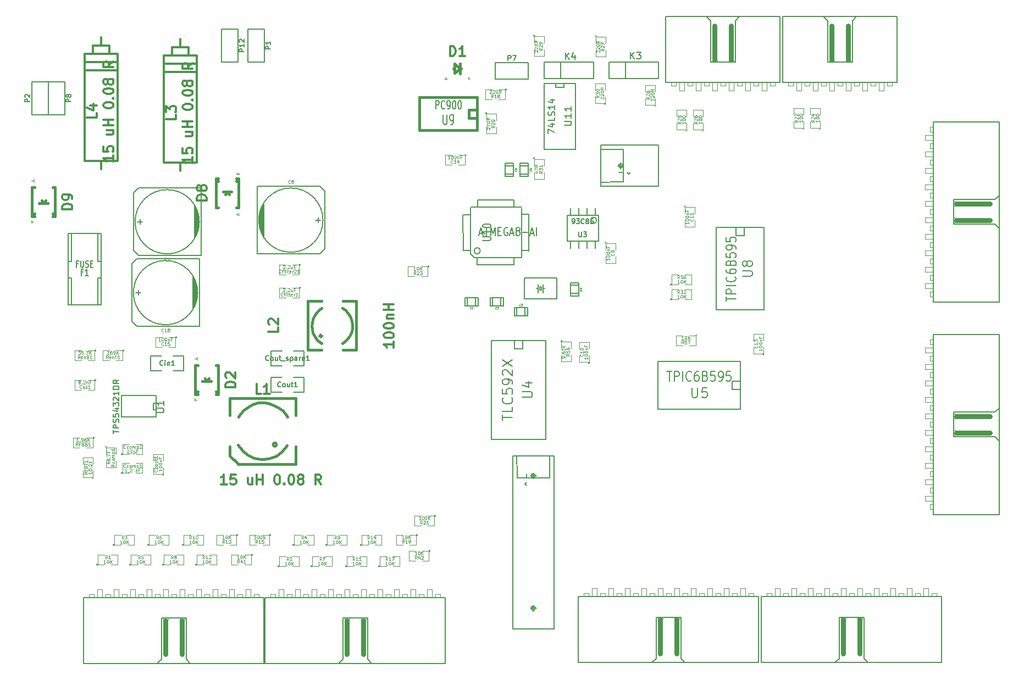
<source format=gto>
G04 (created by PCBNEW (25-Oct-2014 BZR 4029)-stable) date Fr 05 Feb 2016 19:57:56 CET*
%MOIN*%
G04 Gerber Fmt 3.4, Leading zero omitted, Abs format*
%FSLAX34Y34*%
G01*
G70*
G90*
G04 APERTURE LIST*
%ADD10C,0.00590551*%
%ADD11C,0.005*%
%ADD12C,0.0039*%
%ADD13C,0.015*%
%ADD14C,0.006*%
%ADD15C,0.008*%
%ADD16C,0.0026*%
%ADD17C,0.03*%
%ADD18C,0.012*%
%ADD19C,0.0043*%
%ADD20C,0.0047*%
%ADD21C,0.0024*%
%ADD22C,0.0059*%
G04 APERTURE END LIST*
G54D10*
G54D11*
X12300Y-25450D02*
X12300Y-26350D01*
X12300Y-26350D02*
X12950Y-26350D01*
X13650Y-25450D02*
X14300Y-25450D01*
X14300Y-25450D02*
X14300Y-26350D01*
X14300Y-26350D02*
X13650Y-26350D01*
X12950Y-25450D02*
X12300Y-25450D01*
X21600Y-27650D02*
X21600Y-26750D01*
X21600Y-26750D02*
X20950Y-26750D01*
X20250Y-27650D02*
X19600Y-27650D01*
X19600Y-27650D02*
X19600Y-26750D01*
X19600Y-26750D02*
X20250Y-26750D01*
X20950Y-27650D02*
X21600Y-27650D01*
G54D12*
X10600Y-32550D02*
G75*
G03X10600Y-32550I-50J0D01*
G74*
G01*
X11000Y-32550D02*
X10600Y-32550D01*
X10600Y-32550D02*
X10600Y-31950D01*
X10600Y-31950D02*
X11000Y-31950D01*
X11400Y-31950D02*
X11800Y-31950D01*
X11800Y-31950D02*
X11800Y-32550D01*
X11800Y-32550D02*
X11400Y-32550D01*
X10700Y-25100D02*
G75*
G03X10700Y-25100I-50J0D01*
G74*
G01*
X10200Y-25100D02*
X10600Y-25100D01*
X10600Y-25100D02*
X10600Y-25700D01*
X10600Y-25700D02*
X10200Y-25700D01*
X9800Y-25700D02*
X9400Y-25700D01*
X9400Y-25700D02*
X9400Y-25100D01*
X9400Y-25100D02*
X9800Y-25100D01*
X9650Y-30950D02*
G75*
G03X9650Y-30950I-50J0D01*
G74*
G01*
X9600Y-31400D02*
X9600Y-31000D01*
X9600Y-31000D02*
X10200Y-31000D01*
X10200Y-31000D02*
X10200Y-31400D01*
X10200Y-31800D02*
X10200Y-32200D01*
X10200Y-32200D02*
X9600Y-32200D01*
X9600Y-32200D02*
X9600Y-31800D01*
X9000Y-25100D02*
G75*
G03X9000Y-25100I-50J0D01*
G74*
G01*
X8500Y-25100D02*
X8900Y-25100D01*
X8900Y-25100D02*
X8900Y-25700D01*
X8900Y-25700D02*
X8500Y-25700D01*
X8100Y-25700D02*
X7700Y-25700D01*
X7700Y-25700D02*
X7700Y-25100D01*
X7700Y-25100D02*
X8100Y-25100D01*
X8900Y-30400D02*
G75*
G03X8900Y-30400I-50J0D01*
G74*
G01*
X8400Y-30400D02*
X8800Y-30400D01*
X8800Y-30400D02*
X8800Y-31000D01*
X8800Y-31000D02*
X8400Y-31000D01*
X8000Y-31000D02*
X7600Y-31000D01*
X7600Y-31000D02*
X7600Y-30400D01*
X7600Y-30400D02*
X8000Y-30400D01*
X8850Y-32850D02*
G75*
G03X8850Y-32850I-50J0D01*
G74*
G01*
X8800Y-32400D02*
X8800Y-32800D01*
X8800Y-32800D02*
X8200Y-32800D01*
X8200Y-32800D02*
X8200Y-32400D01*
X8200Y-32000D02*
X8200Y-31600D01*
X8200Y-31600D02*
X8800Y-31600D01*
X8800Y-31600D02*
X8800Y-32000D01*
X21400Y-21300D02*
G75*
G03X21400Y-21300I-50J0D01*
G74*
G01*
X20900Y-21300D02*
X21300Y-21300D01*
X21300Y-21300D02*
X21300Y-21900D01*
X21300Y-21900D02*
X20900Y-21900D01*
X20500Y-21900D02*
X20100Y-21900D01*
X20100Y-21900D02*
X20100Y-21300D01*
X20100Y-21300D02*
X20500Y-21300D01*
X9000Y-26900D02*
G75*
G03X9000Y-26900I-50J0D01*
G74*
G01*
X8500Y-26900D02*
X8900Y-26900D01*
X8900Y-26900D02*
X8900Y-27500D01*
X8900Y-27500D02*
X8500Y-27500D01*
X8100Y-27500D02*
X7700Y-27500D01*
X7700Y-27500D02*
X7700Y-26900D01*
X7700Y-26900D02*
X8100Y-26900D01*
X10600Y-31400D02*
G75*
G03X10600Y-31400I-50J0D01*
G74*
G01*
X11000Y-31400D02*
X10600Y-31400D01*
X10600Y-31400D02*
X10600Y-30800D01*
X10600Y-30800D02*
X11000Y-30800D01*
X11400Y-30800D02*
X11800Y-30800D01*
X11800Y-30800D02*
X11800Y-31400D01*
X11800Y-31400D02*
X11400Y-31400D01*
X13100Y-32650D02*
G75*
G03X13100Y-32650I-50J0D01*
G74*
G01*
X13050Y-32200D02*
X13050Y-32600D01*
X13050Y-32600D02*
X12450Y-32600D01*
X12450Y-32600D02*
X12450Y-32200D01*
X12450Y-31800D02*
X12450Y-31400D01*
X12450Y-31400D02*
X13050Y-31400D01*
X13050Y-31400D02*
X13050Y-31800D01*
G54D13*
X19934Y-30827D02*
G75*
G03X19934Y-30827I-106J0D01*
G74*
G01*
X17604Y-30846D02*
X17683Y-30965D01*
X17683Y-30965D02*
X17899Y-31220D01*
X17899Y-31220D02*
X18155Y-31437D01*
X18155Y-31437D02*
X18549Y-31634D01*
X18549Y-31634D02*
X18982Y-31713D01*
X18982Y-31713D02*
X19198Y-31713D01*
X19198Y-31713D02*
X19572Y-31654D01*
X19572Y-31654D02*
X19927Y-31516D01*
X19927Y-31516D02*
X20242Y-31280D01*
X20242Y-31280D02*
X20478Y-31024D01*
X20478Y-31024D02*
X20576Y-30866D01*
X20596Y-29134D02*
X20458Y-28957D01*
X20458Y-28957D02*
X20281Y-28740D01*
X20281Y-28740D02*
X20025Y-28563D01*
X20025Y-28563D02*
X19769Y-28425D01*
X19769Y-28425D02*
X19435Y-28307D01*
X19435Y-28307D02*
X19179Y-28268D01*
X19179Y-28268D02*
X18844Y-28287D01*
X18844Y-28287D02*
X18509Y-28386D01*
X18509Y-28386D02*
X18155Y-28563D01*
X18155Y-28563D02*
X17919Y-28740D01*
X17919Y-28740D02*
X17643Y-29094D01*
X17643Y-29094D02*
X17624Y-29134D01*
X17092Y-30945D02*
X17092Y-31496D01*
X21108Y-32008D02*
X17604Y-32008D01*
X17092Y-31496D02*
X17604Y-31988D01*
X21108Y-27992D02*
X21108Y-29055D01*
X21108Y-32008D02*
X21108Y-30945D01*
X21108Y-27992D02*
X17092Y-27992D01*
X17092Y-27992D02*
X17092Y-29055D01*
X22681Y-24230D02*
G75*
G03X22681Y-24230I-70J0D01*
G74*
G01*
X23930Y-24683D02*
X24068Y-24584D01*
X24068Y-24584D02*
X24225Y-24407D01*
X24225Y-24407D02*
X24363Y-24230D01*
X24363Y-24230D02*
X24481Y-23974D01*
X24481Y-23974D02*
X24520Y-23738D01*
X24520Y-23738D02*
X24540Y-23541D01*
X24540Y-23541D02*
X24501Y-23305D01*
X24501Y-23305D02*
X24402Y-23049D01*
X24402Y-23049D02*
X24265Y-22832D01*
X24265Y-22832D02*
X24087Y-22655D01*
X24087Y-22655D02*
X23930Y-22537D01*
X22670Y-22537D02*
X22532Y-22635D01*
X22532Y-22635D02*
X22355Y-22813D01*
X22355Y-22813D02*
X22217Y-23009D01*
X22217Y-23009D02*
X22139Y-23206D01*
X22139Y-23206D02*
X22080Y-23443D01*
X22080Y-23443D02*
X22060Y-23600D01*
X22060Y-23600D02*
X22080Y-23817D01*
X22080Y-23817D02*
X22139Y-24053D01*
X22139Y-24053D02*
X22257Y-24289D01*
X22257Y-24289D02*
X22394Y-24466D01*
X22394Y-24466D02*
X22572Y-24604D01*
X22572Y-24604D02*
X22670Y-24683D01*
X21824Y-22124D02*
X22650Y-22124D01*
X23950Y-25076D02*
X24776Y-25076D01*
X24776Y-25076D02*
X24776Y-22124D01*
X24776Y-22124D02*
X23950Y-22124D01*
X21824Y-22124D02*
X21824Y-25076D01*
X21824Y-25076D02*
X22650Y-25076D01*
G54D11*
X10537Y-27850D02*
X12643Y-27850D01*
X12643Y-29150D02*
X10537Y-29150D01*
X10537Y-29150D02*
X10537Y-27850D01*
X12643Y-29150D02*
X12643Y-27850D01*
X12650Y-28700D02*
X12450Y-28700D01*
X12450Y-28700D02*
X12450Y-28300D01*
X12450Y-28300D02*
X12650Y-28300D01*
G54D12*
X25100Y-36900D02*
G75*
G03X25100Y-36900I-50J0D01*
G74*
G01*
X25500Y-36900D02*
X25100Y-36900D01*
X25100Y-36900D02*
X25100Y-36300D01*
X25100Y-36300D02*
X25500Y-36300D01*
X25900Y-36300D02*
X26300Y-36300D01*
X26300Y-36300D02*
X26300Y-36900D01*
X26300Y-36900D02*
X25900Y-36900D01*
X23000Y-36900D02*
G75*
G03X23000Y-36900I-50J0D01*
G74*
G01*
X23400Y-36900D02*
X23000Y-36900D01*
X23000Y-36900D02*
X23000Y-36300D01*
X23000Y-36300D02*
X23400Y-36300D01*
X23800Y-36300D02*
X24200Y-36300D01*
X24200Y-36300D02*
X24200Y-36900D01*
X24200Y-36900D02*
X23800Y-36900D01*
X22100Y-38200D02*
G75*
G03X22100Y-38200I-50J0D01*
G74*
G01*
X22500Y-38200D02*
X22100Y-38200D01*
X22100Y-38200D02*
X22100Y-37600D01*
X22100Y-37600D02*
X22500Y-37600D01*
X22900Y-37600D02*
X23300Y-37600D01*
X23300Y-37600D02*
X23300Y-38200D01*
X23300Y-38200D02*
X22900Y-38200D01*
X21000Y-36900D02*
G75*
G03X21000Y-36900I-50J0D01*
G74*
G01*
X21400Y-36900D02*
X21000Y-36900D01*
X21000Y-36900D02*
X21000Y-36300D01*
X21000Y-36300D02*
X21400Y-36300D01*
X21800Y-36300D02*
X22200Y-36300D01*
X22200Y-36300D02*
X22200Y-36900D01*
X22200Y-36900D02*
X21800Y-36900D01*
X20100Y-38200D02*
G75*
G03X20100Y-38200I-50J0D01*
G74*
G01*
X20500Y-38200D02*
X20100Y-38200D01*
X20100Y-38200D02*
X20100Y-37600D01*
X20100Y-37600D02*
X20500Y-37600D01*
X20900Y-37600D02*
X21300Y-37600D01*
X21300Y-37600D02*
X21300Y-38200D01*
X21300Y-38200D02*
X20900Y-38200D01*
X26200Y-38200D02*
G75*
G03X26200Y-38200I-50J0D01*
G74*
G01*
X26600Y-38200D02*
X26200Y-38200D01*
X26200Y-38200D02*
X26200Y-37600D01*
X26200Y-37600D02*
X26600Y-37600D01*
X27000Y-37600D02*
X27400Y-37600D01*
X27400Y-37600D02*
X27400Y-38200D01*
X27400Y-38200D02*
X27000Y-38200D01*
X29600Y-35150D02*
G75*
G03X29600Y-35150I-50J0D01*
G74*
G01*
X29100Y-35150D02*
X29500Y-35150D01*
X29500Y-35150D02*
X29500Y-35750D01*
X29500Y-35750D02*
X29100Y-35750D01*
X28700Y-35750D02*
X28300Y-35750D01*
X28300Y-35750D02*
X28300Y-35150D01*
X28300Y-35150D02*
X28700Y-35150D01*
X28500Y-36300D02*
G75*
G03X28500Y-36300I-50J0D01*
G74*
G01*
X28000Y-36300D02*
X28400Y-36300D01*
X28400Y-36300D02*
X28400Y-36900D01*
X28400Y-36900D02*
X28000Y-36900D01*
X27600Y-36900D02*
X27200Y-36900D01*
X27200Y-36900D02*
X27200Y-36300D01*
X27200Y-36300D02*
X27600Y-36300D01*
X19600Y-36300D02*
G75*
G03X19600Y-36300I-50J0D01*
G74*
G01*
X19100Y-36300D02*
X19500Y-36300D01*
X19500Y-36300D02*
X19500Y-36900D01*
X19500Y-36900D02*
X19100Y-36900D01*
X18700Y-36900D02*
X18300Y-36900D01*
X18300Y-36900D02*
X18300Y-36300D01*
X18300Y-36300D02*
X18700Y-36300D01*
X11100Y-38100D02*
G75*
G03X11100Y-38100I-50J0D01*
G74*
G01*
X11500Y-38100D02*
X11100Y-38100D01*
X11100Y-38100D02*
X11100Y-37500D01*
X11100Y-37500D02*
X11500Y-37500D01*
X11900Y-37500D02*
X12300Y-37500D01*
X12300Y-37500D02*
X12300Y-38100D01*
X12300Y-38100D02*
X11900Y-38100D01*
X13100Y-38100D02*
G75*
G03X13100Y-38100I-50J0D01*
G74*
G01*
X13500Y-38100D02*
X13100Y-38100D01*
X13100Y-38100D02*
X13100Y-37500D01*
X13100Y-37500D02*
X13500Y-37500D01*
X13900Y-37500D02*
X14300Y-37500D01*
X14300Y-37500D02*
X14300Y-38100D01*
X14300Y-38100D02*
X13900Y-38100D01*
X12200Y-36900D02*
G75*
G03X12200Y-36900I-50J0D01*
G74*
G01*
X12600Y-36900D02*
X12200Y-36900D01*
X12200Y-36900D02*
X12200Y-36300D01*
X12200Y-36300D02*
X12600Y-36300D01*
X13000Y-36300D02*
X13400Y-36300D01*
X13400Y-36300D02*
X13400Y-36900D01*
X13400Y-36900D02*
X13000Y-36900D01*
X10100Y-36900D02*
G75*
G03X10100Y-36900I-50J0D01*
G74*
G01*
X10500Y-36900D02*
X10100Y-36900D01*
X10100Y-36900D02*
X10100Y-36300D01*
X10100Y-36300D02*
X10500Y-36300D01*
X10900Y-36300D02*
X11300Y-36300D01*
X11300Y-36300D02*
X11300Y-36900D01*
X11300Y-36900D02*
X10900Y-36900D01*
X9100Y-38100D02*
G75*
G03X9100Y-38100I-50J0D01*
G74*
G01*
X9500Y-38100D02*
X9100Y-38100D01*
X9100Y-38100D02*
X9100Y-37500D01*
X9100Y-37500D02*
X9500Y-37500D01*
X9900Y-37500D02*
X10300Y-37500D01*
X10300Y-37500D02*
X10300Y-38100D01*
X10300Y-38100D02*
X9900Y-38100D01*
X29200Y-20000D02*
G75*
G03X29200Y-20000I-50J0D01*
G74*
G01*
X28700Y-20000D02*
X29100Y-20000D01*
X29100Y-20000D02*
X29100Y-20600D01*
X29100Y-20600D02*
X28700Y-20600D01*
X28300Y-20600D02*
X27900Y-20600D01*
X27900Y-20600D02*
X27900Y-20000D01*
X27900Y-20000D02*
X28300Y-20000D01*
G54D14*
X34320Y-15960D02*
X34320Y-16410D01*
X32140Y-15960D02*
X32140Y-16400D01*
X34320Y-15960D02*
X32140Y-15960D01*
X34790Y-16840D02*
X35220Y-16840D01*
X34800Y-19050D02*
X35220Y-19050D01*
X35220Y-19060D02*
X35230Y-16840D01*
X31250Y-19040D02*
X31240Y-16870D01*
X31940Y-19470D02*
X34770Y-19470D01*
X31250Y-16860D02*
X31660Y-16860D01*
X31700Y-19220D02*
X31700Y-16440D01*
X34780Y-16420D02*
X31740Y-16420D01*
X34780Y-19470D02*
X34780Y-16470D01*
X32110Y-19920D02*
X34330Y-19920D01*
X34330Y-19920D02*
X34330Y-19470D01*
X31930Y-19466D02*
X31700Y-19236D01*
X32110Y-19918D02*
X32110Y-19466D01*
X31700Y-19040D02*
X31248Y-19040D01*
X32292Y-19058D02*
G75*
G03X32292Y-19058I-188J0D01*
G74*
G01*
X6100Y-10800D02*
X5100Y-10800D01*
X5100Y-10800D02*
X5100Y-8800D01*
X5100Y-8800D02*
X6100Y-8800D01*
X6100Y-8800D02*
X6100Y-10800D01*
X18200Y-5600D02*
X19200Y-5600D01*
X19200Y-5600D02*
X19200Y-7600D01*
X19200Y-7600D02*
X18200Y-7600D01*
X18200Y-7600D02*
X18200Y-5600D01*
G54D11*
X15200Y-16900D02*
X15200Y-17700D01*
X15150Y-17850D02*
X15150Y-16700D01*
X15100Y-16600D02*
X15100Y-18000D01*
X15050Y-18150D02*
X15050Y-16450D01*
X15000Y-16350D02*
X15000Y-18250D01*
X14950Y-18300D02*
X14950Y-16300D01*
X15250Y-17300D02*
G75*
G03X15250Y-17300I-1950J0D01*
G74*
G01*
X15350Y-19350D02*
X15350Y-15250D01*
X15350Y-15250D02*
X11550Y-15250D01*
X11550Y-15250D02*
X11250Y-15550D01*
X11250Y-15550D02*
X11250Y-19050D01*
X11250Y-19050D02*
X11550Y-19350D01*
X11550Y-19350D02*
X15350Y-19350D01*
X11500Y-17300D02*
X11800Y-17300D01*
X11650Y-17450D02*
X11650Y-17150D01*
X18900Y-17600D02*
X18900Y-16800D01*
X18950Y-16650D02*
X18950Y-17800D01*
X19000Y-17900D02*
X19000Y-16500D01*
X19050Y-16350D02*
X19050Y-18050D01*
X19100Y-18150D02*
X19100Y-16250D01*
X19150Y-16200D02*
X19150Y-18200D01*
X22750Y-17200D02*
G75*
G03X22750Y-17200I-1950J0D01*
G74*
G01*
X18750Y-15150D02*
X18750Y-19250D01*
X18750Y-19250D02*
X22550Y-19250D01*
X22550Y-19250D02*
X22850Y-18950D01*
X22850Y-18950D02*
X22850Y-15450D01*
X22850Y-15450D02*
X22550Y-15150D01*
X22550Y-15150D02*
X18750Y-15150D01*
X22600Y-17200D02*
X22300Y-17200D01*
X22450Y-17050D02*
X22450Y-17350D01*
X31500Y-22400D02*
X31500Y-21900D01*
X32000Y-22400D02*
X32000Y-21910D01*
X32150Y-22400D02*
X31350Y-22400D01*
X31350Y-22400D02*
X31350Y-21900D01*
X31350Y-21900D02*
X32150Y-21900D01*
X32150Y-21900D02*
X32150Y-22400D01*
X33040Y-22420D02*
X33040Y-21920D01*
X33540Y-22420D02*
X33540Y-21930D01*
X33690Y-22420D02*
X32890Y-22420D01*
X32890Y-22420D02*
X32890Y-21920D01*
X32890Y-21920D02*
X33690Y-21920D01*
X33690Y-21920D02*
X33690Y-22420D01*
X34300Y-14400D02*
X33800Y-14400D01*
X34300Y-13900D02*
X33810Y-13900D01*
X34300Y-13750D02*
X34300Y-14550D01*
X34300Y-14550D02*
X33800Y-14550D01*
X33800Y-14550D02*
X33800Y-13750D01*
X33800Y-13750D02*
X34300Y-13750D01*
X35200Y-14400D02*
X34700Y-14400D01*
X35200Y-13900D02*
X34710Y-13900D01*
X35200Y-13750D02*
X35200Y-14550D01*
X35200Y-14550D02*
X34700Y-14550D01*
X34700Y-14550D02*
X34700Y-13750D01*
X34700Y-13750D02*
X35200Y-13750D01*
X35000Y-22500D02*
X35000Y-23000D01*
X34500Y-22500D02*
X34500Y-22990D01*
X34350Y-22500D02*
X35150Y-22500D01*
X35150Y-22500D02*
X35150Y-23000D01*
X35150Y-23000D02*
X34350Y-23000D01*
X34350Y-23000D02*
X34350Y-22500D01*
X38250Y-21650D02*
X37750Y-21650D01*
X38250Y-21150D02*
X37760Y-21150D01*
X38250Y-21000D02*
X38250Y-21800D01*
X38250Y-21800D02*
X37750Y-21800D01*
X37750Y-21800D02*
X37750Y-21000D01*
X37750Y-21000D02*
X38250Y-21000D01*
G54D13*
X15956Y-26979D02*
X15444Y-26979D01*
X15700Y-26979D02*
X15602Y-26821D01*
X15700Y-26979D02*
X15818Y-26821D01*
X15011Y-27609D02*
X15149Y-27609D01*
X16389Y-27609D02*
X16251Y-27609D01*
X15011Y-27786D02*
X15149Y-27786D01*
X15011Y-26014D02*
X15149Y-26014D01*
X16389Y-26014D02*
X16251Y-26014D01*
X16389Y-27786D02*
X16251Y-27786D01*
X15011Y-26014D02*
X15011Y-27786D01*
X16389Y-26014D02*
X16389Y-27786D01*
G54D12*
X24200Y-38200D02*
G75*
G03X24200Y-38200I-50J0D01*
G74*
G01*
X24600Y-38200D02*
X24200Y-38200D01*
X24200Y-38200D02*
X24200Y-37600D01*
X24200Y-37600D02*
X24600Y-37600D01*
X25000Y-37600D02*
X25400Y-37600D01*
X25400Y-37600D02*
X25400Y-38200D01*
X25400Y-38200D02*
X25000Y-38200D01*
X14300Y-36900D02*
G75*
G03X14300Y-36900I-50J0D01*
G74*
G01*
X14700Y-36900D02*
X14300Y-36900D01*
X14300Y-36900D02*
X14300Y-36300D01*
X14300Y-36300D02*
X14700Y-36300D01*
X15100Y-36300D02*
X15500Y-36300D01*
X15500Y-36300D02*
X15500Y-36900D01*
X15500Y-36900D02*
X15100Y-36900D01*
X15100Y-38100D02*
G75*
G03X15100Y-38100I-50J0D01*
G74*
G01*
X15500Y-38100D02*
X15100Y-38100D01*
X15100Y-38100D02*
X15100Y-37500D01*
X15100Y-37500D02*
X15500Y-37500D01*
X15900Y-37500D02*
X16300Y-37500D01*
X16300Y-37500D02*
X16300Y-38100D01*
X16300Y-38100D02*
X15900Y-38100D01*
X17600Y-36300D02*
G75*
G03X17600Y-36300I-50J0D01*
G74*
G01*
X17100Y-36300D02*
X17500Y-36300D01*
X17500Y-36300D02*
X17500Y-36900D01*
X17500Y-36900D02*
X17100Y-36900D01*
X16700Y-36900D02*
X16300Y-36900D01*
X16300Y-36900D02*
X16300Y-36300D01*
X16300Y-36300D02*
X16700Y-36300D01*
X37250Y-24540D02*
G75*
G03X37250Y-24540I-50J0D01*
G74*
G01*
X37200Y-24990D02*
X37200Y-24590D01*
X37200Y-24590D02*
X37800Y-24590D01*
X37800Y-24590D02*
X37800Y-24990D01*
X37800Y-25390D02*
X37800Y-25790D01*
X37800Y-25790D02*
X37200Y-25790D01*
X37200Y-25790D02*
X37200Y-25390D01*
X44750Y-16350D02*
G75*
G03X44750Y-16350I-50J0D01*
G74*
G01*
X44700Y-16800D02*
X44700Y-16400D01*
X44700Y-16400D02*
X45300Y-16400D01*
X45300Y-16400D02*
X45300Y-16800D01*
X45300Y-17200D02*
X45300Y-17600D01*
X45300Y-17600D02*
X44700Y-17600D01*
X44700Y-17600D02*
X44700Y-17200D01*
X38930Y-25860D02*
G75*
G03X38930Y-25860I-50J0D01*
G74*
G01*
X38880Y-25410D02*
X38880Y-25810D01*
X38880Y-25810D02*
X38280Y-25810D01*
X38280Y-25810D02*
X38280Y-25410D01*
X38280Y-25010D02*
X38280Y-24610D01*
X38280Y-24610D02*
X38880Y-24610D01*
X38880Y-24610D02*
X38880Y-25010D01*
G54D15*
X38050Y-12900D02*
X36150Y-12900D01*
X36150Y-12900D02*
X36150Y-8900D01*
X36150Y-8900D02*
X38050Y-8900D01*
X38050Y-8900D02*
X38050Y-12900D01*
X37350Y-8900D02*
X37350Y-9150D01*
X37350Y-9150D02*
X36850Y-9150D01*
X36850Y-9150D02*
X36850Y-8900D01*
G54D12*
X39900Y-10150D02*
G75*
G03X39900Y-10150I-50J0D01*
G74*
G01*
X39850Y-9700D02*
X39850Y-10100D01*
X39850Y-10100D02*
X39250Y-10100D01*
X39250Y-10100D02*
X39250Y-9700D01*
X39250Y-9300D02*
X39250Y-8900D01*
X39250Y-8900D02*
X39850Y-8900D01*
X39850Y-8900D02*
X39850Y-9300D01*
X33900Y-9270D02*
G75*
G03X33900Y-9270I-50J0D01*
G74*
G01*
X33400Y-9270D02*
X33800Y-9270D01*
X33800Y-9270D02*
X33800Y-9870D01*
X33800Y-9870D02*
X33400Y-9870D01*
X33000Y-9870D02*
X32600Y-9870D01*
X32600Y-9870D02*
X32600Y-9270D01*
X32600Y-9270D02*
X33000Y-9270D01*
X35600Y-6000D02*
G75*
G03X35600Y-6000I-50J0D01*
G74*
G01*
X35550Y-6450D02*
X35550Y-6050D01*
X35550Y-6050D02*
X36150Y-6050D01*
X36150Y-6050D02*
X36150Y-6450D01*
X36150Y-6850D02*
X36150Y-7250D01*
X36150Y-7250D02*
X35550Y-7250D01*
X35550Y-7250D02*
X35550Y-6850D01*
X32700Y-10700D02*
G75*
G03X32700Y-10700I-50J0D01*
G74*
G01*
X32650Y-11150D02*
X32650Y-10750D01*
X32650Y-10750D02*
X33250Y-10750D01*
X33250Y-10750D02*
X33250Y-11150D01*
X33250Y-11550D02*
X33250Y-11950D01*
X33250Y-11950D02*
X32650Y-11950D01*
X32650Y-11950D02*
X32650Y-11550D01*
X49500Y-25350D02*
G75*
G03X49500Y-25350I-50J0D01*
G74*
G01*
X49450Y-24900D02*
X49450Y-25300D01*
X49450Y-25300D02*
X48850Y-25300D01*
X48850Y-25300D02*
X48850Y-24900D01*
X48850Y-24500D02*
X48850Y-24100D01*
X48850Y-24100D02*
X49450Y-24100D01*
X49450Y-24100D02*
X49450Y-24500D01*
X39350Y-6020D02*
G75*
G03X39350Y-6020I-50J0D01*
G74*
G01*
X39300Y-6470D02*
X39300Y-6070D01*
X39300Y-6070D02*
X39900Y-6070D01*
X39900Y-6070D02*
X39900Y-6470D01*
X39900Y-6870D02*
X39900Y-7270D01*
X39900Y-7270D02*
X39300Y-7270D01*
X39300Y-7270D02*
X39300Y-6870D01*
X42950Y-10250D02*
G75*
G03X42950Y-10250I-50J0D01*
G74*
G01*
X42900Y-9800D02*
X42900Y-10200D01*
X42900Y-10200D02*
X42300Y-10200D01*
X42300Y-10200D02*
X42300Y-9800D01*
X42300Y-9400D02*
X42300Y-9000D01*
X42300Y-9000D02*
X42900Y-9000D01*
X42900Y-9000D02*
X42900Y-9400D01*
G54D14*
X36150Y-8620D02*
X36150Y-7620D01*
X36150Y-7620D02*
X39150Y-7620D01*
X39150Y-7620D02*
X39150Y-8620D01*
X39150Y-8620D02*
X36150Y-8620D01*
X37150Y-7620D02*
X37150Y-8620D01*
X40100Y-8600D02*
X40100Y-7600D01*
X40100Y-7600D02*
X43100Y-7600D01*
X43100Y-7600D02*
X43100Y-8600D01*
X43100Y-8600D02*
X40100Y-8600D01*
X41100Y-7600D02*
X41100Y-8600D01*
X33200Y-8630D02*
X33200Y-7630D01*
X33200Y-7630D02*
X35200Y-7630D01*
X35200Y-7630D02*
X35200Y-8630D01*
X35200Y-8630D02*
X33200Y-8630D01*
G54D13*
X31077Y-8000D02*
X31136Y-8000D01*
X30743Y-8000D02*
X30664Y-8000D01*
X31077Y-8000D02*
X31077Y-8295D01*
X31077Y-8000D02*
X31077Y-7724D01*
X31077Y-8000D02*
X30743Y-7724D01*
X30743Y-7724D02*
X30743Y-8276D01*
X30743Y-8276D02*
X31077Y-8000D01*
G54D12*
X35600Y-13450D02*
G75*
G03X35600Y-13450I-50J0D01*
G74*
G01*
X35550Y-13900D02*
X35550Y-13500D01*
X35550Y-13500D02*
X36150Y-13500D01*
X36150Y-13500D02*
X36150Y-13900D01*
X36150Y-14300D02*
X36150Y-14700D01*
X36150Y-14700D02*
X35550Y-14700D01*
X35550Y-14700D02*
X35550Y-14300D01*
G54D13*
X32100Y-11750D02*
X28600Y-11750D01*
X28600Y-11750D02*
X28600Y-9750D01*
X28600Y-9750D02*
X32100Y-9750D01*
X32100Y-9750D02*
X32100Y-11750D01*
X32100Y-11000D02*
X31600Y-11000D01*
X31600Y-11000D02*
X31600Y-10500D01*
X31600Y-10500D02*
X32100Y-10500D01*
G54D12*
X31450Y-13250D02*
G75*
G03X31450Y-13250I-50J0D01*
G74*
G01*
X30950Y-13250D02*
X31350Y-13250D01*
X31350Y-13250D02*
X31350Y-13850D01*
X31350Y-13850D02*
X30950Y-13850D01*
X30550Y-13850D02*
X30150Y-13850D01*
X30150Y-13850D02*
X30150Y-13250D01*
X30150Y-13250D02*
X30550Y-13250D01*
G54D11*
X21600Y-26050D02*
X21600Y-25150D01*
X21600Y-25150D02*
X20950Y-25150D01*
X20250Y-26050D02*
X19600Y-26050D01*
X19600Y-26050D02*
X19600Y-25150D01*
X19600Y-25150D02*
X20250Y-25150D01*
X20950Y-26050D02*
X21600Y-26050D01*
G54D12*
X21400Y-19900D02*
G75*
G03X21400Y-19900I-50J0D01*
G74*
G01*
X20900Y-19900D02*
X21300Y-19900D01*
X21300Y-19900D02*
X21300Y-20500D01*
X21300Y-20500D02*
X20900Y-20500D01*
X20500Y-20500D02*
X20100Y-20500D01*
X20100Y-20500D02*
X20100Y-19900D01*
X20100Y-19900D02*
X20500Y-19900D01*
G54D16*
X19850Y-39900D02*
X19550Y-39900D01*
X19550Y-39900D02*
X19550Y-40100D01*
X19850Y-40100D02*
X19550Y-40100D01*
X19850Y-39900D02*
X19850Y-40100D01*
X20850Y-39900D02*
X20550Y-39900D01*
X20550Y-39900D02*
X20550Y-40100D01*
X20850Y-40100D02*
X20550Y-40100D01*
X20850Y-39900D02*
X20850Y-40100D01*
X21851Y-39900D02*
X21550Y-39900D01*
X21550Y-39900D02*
X21550Y-40100D01*
X21851Y-40100D02*
X21550Y-40100D01*
X21851Y-39900D02*
X21851Y-40100D01*
X25350Y-41350D02*
X25050Y-41350D01*
X25050Y-41350D02*
X25050Y-41450D01*
X25350Y-41450D02*
X25050Y-41450D01*
X25350Y-41350D02*
X25350Y-41450D01*
X20350Y-39600D02*
X20050Y-39600D01*
X20050Y-39600D02*
X20050Y-40100D01*
X20350Y-40100D02*
X20050Y-40100D01*
X20350Y-39600D02*
X20350Y-40100D01*
X21350Y-39600D02*
X21050Y-39600D01*
X21050Y-39600D02*
X21050Y-40100D01*
X21350Y-40100D02*
X21050Y-40100D01*
X21350Y-39600D02*
X21350Y-40100D01*
X22350Y-39600D02*
X22050Y-39600D01*
X22050Y-39600D02*
X22050Y-40100D01*
X22350Y-40100D02*
X22050Y-40100D01*
X22350Y-39600D02*
X22350Y-40100D01*
X22850Y-39900D02*
X22550Y-39900D01*
X22550Y-39900D02*
X22550Y-40100D01*
X22850Y-40100D02*
X22550Y-40100D01*
X22850Y-39900D02*
X22850Y-40100D01*
X23850Y-39900D02*
X23550Y-39900D01*
X23550Y-39900D02*
X23550Y-40100D01*
X23850Y-40100D02*
X23550Y-40100D01*
X23850Y-39900D02*
X23850Y-40100D01*
X24850Y-39900D02*
X24550Y-39900D01*
X24550Y-39900D02*
X24550Y-40100D01*
X24850Y-40100D02*
X24550Y-40100D01*
X24850Y-39900D02*
X24850Y-40100D01*
X23350Y-39600D02*
X23050Y-39600D01*
X23050Y-39600D02*
X23050Y-40100D01*
X23350Y-40100D02*
X23050Y-40100D01*
X23350Y-39600D02*
X23350Y-40100D01*
X24350Y-39600D02*
X24050Y-39600D01*
X24050Y-39600D02*
X24050Y-40100D01*
X24350Y-40100D02*
X24050Y-40100D01*
X24350Y-39600D02*
X24350Y-40100D01*
X25350Y-39600D02*
X25050Y-39600D01*
X25050Y-39600D02*
X25050Y-40100D01*
X25350Y-40100D02*
X25050Y-40100D01*
X25350Y-39600D02*
X25350Y-40100D01*
X25850Y-39900D02*
X25550Y-39900D01*
X25550Y-39900D02*
X25550Y-40100D01*
X25850Y-40100D02*
X25550Y-40100D01*
X25850Y-39900D02*
X25850Y-40100D01*
X26850Y-39900D02*
X26550Y-39900D01*
X26550Y-39900D02*
X26550Y-40100D01*
X26850Y-40100D02*
X26550Y-40100D01*
X26850Y-39900D02*
X26850Y-40100D01*
X27850Y-39900D02*
X27549Y-39900D01*
X27549Y-39900D02*
X27549Y-40100D01*
X27850Y-40100D02*
X27549Y-40100D01*
X27850Y-39900D02*
X27850Y-40100D01*
X26350Y-39600D02*
X26050Y-39600D01*
X26050Y-39600D02*
X26050Y-40100D01*
X26350Y-40100D02*
X26050Y-40100D01*
X26350Y-39600D02*
X26350Y-40100D01*
X27350Y-39600D02*
X27050Y-39600D01*
X27050Y-39600D02*
X27050Y-40100D01*
X27350Y-40100D02*
X27050Y-40100D01*
X27350Y-39600D02*
X27350Y-40100D01*
X28350Y-39600D02*
X28050Y-39600D01*
X28050Y-39600D02*
X28050Y-40100D01*
X28350Y-40100D02*
X28050Y-40100D01*
X28350Y-39600D02*
X28350Y-40100D01*
X28850Y-39900D02*
X28550Y-39900D01*
X28550Y-39900D02*
X28550Y-40100D01*
X28850Y-40100D02*
X28550Y-40100D01*
X28850Y-39900D02*
X28850Y-40100D01*
X29850Y-39900D02*
X29550Y-39900D01*
X29550Y-39900D02*
X29550Y-40100D01*
X29850Y-40100D02*
X29550Y-40100D01*
X29850Y-39900D02*
X29850Y-40100D01*
X29350Y-39600D02*
X29050Y-39600D01*
X29050Y-39600D02*
X29050Y-40100D01*
X29350Y-40100D02*
X29050Y-40100D01*
X29350Y-39600D02*
X29350Y-40100D01*
X24350Y-41350D02*
X24050Y-41350D01*
X24050Y-41350D02*
X24050Y-41450D01*
X24350Y-41450D02*
X24050Y-41450D01*
X24350Y-41350D02*
X24350Y-41450D01*
G54D11*
X19230Y-44100D02*
X19230Y-40100D01*
X30170Y-44100D02*
X30170Y-40100D01*
X30170Y-44100D02*
X25700Y-44100D01*
X19230Y-40100D02*
X30170Y-40100D01*
X23950Y-41350D02*
X25450Y-41350D01*
X25700Y-44100D02*
X25450Y-43850D01*
X25700Y-44100D02*
X23700Y-44100D01*
X25450Y-43850D02*
X25450Y-41350D01*
X23700Y-44100D02*
X23950Y-43850D01*
X23700Y-44100D02*
X19230Y-44100D01*
X23950Y-43850D02*
X23950Y-41350D01*
G54D17*
X25200Y-41500D02*
X25200Y-43550D01*
X24200Y-41500D02*
X24200Y-43550D01*
G54D16*
X8850Y-39900D02*
X8550Y-39900D01*
X8550Y-39900D02*
X8550Y-40100D01*
X8850Y-40100D02*
X8550Y-40100D01*
X8850Y-39900D02*
X8850Y-40100D01*
X9850Y-39900D02*
X9550Y-39900D01*
X9550Y-39900D02*
X9550Y-40100D01*
X9850Y-40100D02*
X9550Y-40100D01*
X9850Y-39900D02*
X9850Y-40100D01*
X10851Y-39900D02*
X10550Y-39900D01*
X10550Y-39900D02*
X10550Y-40100D01*
X10851Y-40100D02*
X10550Y-40100D01*
X10851Y-39900D02*
X10851Y-40100D01*
X14350Y-41350D02*
X14050Y-41350D01*
X14050Y-41350D02*
X14050Y-41450D01*
X14350Y-41450D02*
X14050Y-41450D01*
X14350Y-41350D02*
X14350Y-41450D01*
X9350Y-39600D02*
X9050Y-39600D01*
X9050Y-39600D02*
X9050Y-40100D01*
X9350Y-40100D02*
X9050Y-40100D01*
X9350Y-39600D02*
X9350Y-40100D01*
X10350Y-39600D02*
X10050Y-39600D01*
X10050Y-39600D02*
X10050Y-40100D01*
X10350Y-40100D02*
X10050Y-40100D01*
X10350Y-39600D02*
X10350Y-40100D01*
X11350Y-39600D02*
X11050Y-39600D01*
X11050Y-39600D02*
X11050Y-40100D01*
X11350Y-40100D02*
X11050Y-40100D01*
X11350Y-39600D02*
X11350Y-40100D01*
X11850Y-39900D02*
X11550Y-39900D01*
X11550Y-39900D02*
X11550Y-40100D01*
X11850Y-40100D02*
X11550Y-40100D01*
X11850Y-39900D02*
X11850Y-40100D01*
X12850Y-39900D02*
X12550Y-39900D01*
X12550Y-39900D02*
X12550Y-40100D01*
X12850Y-40100D02*
X12550Y-40100D01*
X12850Y-39900D02*
X12850Y-40100D01*
X13850Y-39900D02*
X13550Y-39900D01*
X13550Y-39900D02*
X13550Y-40100D01*
X13850Y-40100D02*
X13550Y-40100D01*
X13850Y-39900D02*
X13850Y-40100D01*
X12350Y-39600D02*
X12050Y-39600D01*
X12050Y-39600D02*
X12050Y-40100D01*
X12350Y-40100D02*
X12050Y-40100D01*
X12350Y-39600D02*
X12350Y-40100D01*
X13350Y-39600D02*
X13050Y-39600D01*
X13050Y-39600D02*
X13050Y-40100D01*
X13350Y-40100D02*
X13050Y-40100D01*
X13350Y-39600D02*
X13350Y-40100D01*
X14350Y-39600D02*
X14050Y-39600D01*
X14050Y-39600D02*
X14050Y-40100D01*
X14350Y-40100D02*
X14050Y-40100D01*
X14350Y-39600D02*
X14350Y-40100D01*
X14850Y-39900D02*
X14550Y-39900D01*
X14550Y-39900D02*
X14550Y-40100D01*
X14850Y-40100D02*
X14550Y-40100D01*
X14850Y-39900D02*
X14850Y-40100D01*
X15850Y-39900D02*
X15550Y-39900D01*
X15550Y-39900D02*
X15550Y-40100D01*
X15850Y-40100D02*
X15550Y-40100D01*
X15850Y-39900D02*
X15850Y-40100D01*
X16850Y-39900D02*
X16549Y-39900D01*
X16549Y-39900D02*
X16549Y-40100D01*
X16850Y-40100D02*
X16549Y-40100D01*
X16850Y-39900D02*
X16850Y-40100D01*
X15350Y-39600D02*
X15050Y-39600D01*
X15050Y-39600D02*
X15050Y-40100D01*
X15350Y-40100D02*
X15050Y-40100D01*
X15350Y-39600D02*
X15350Y-40100D01*
X16350Y-39600D02*
X16050Y-39600D01*
X16050Y-39600D02*
X16050Y-40100D01*
X16350Y-40100D02*
X16050Y-40100D01*
X16350Y-39600D02*
X16350Y-40100D01*
X17350Y-39600D02*
X17050Y-39600D01*
X17050Y-39600D02*
X17050Y-40100D01*
X17350Y-40100D02*
X17050Y-40100D01*
X17350Y-39600D02*
X17350Y-40100D01*
X17850Y-39900D02*
X17550Y-39900D01*
X17550Y-39900D02*
X17550Y-40100D01*
X17850Y-40100D02*
X17550Y-40100D01*
X17850Y-39900D02*
X17850Y-40100D01*
X18850Y-39900D02*
X18550Y-39900D01*
X18550Y-39900D02*
X18550Y-40100D01*
X18850Y-40100D02*
X18550Y-40100D01*
X18850Y-39900D02*
X18850Y-40100D01*
X18350Y-39600D02*
X18050Y-39600D01*
X18050Y-39600D02*
X18050Y-40100D01*
X18350Y-40100D02*
X18050Y-40100D01*
X18350Y-39600D02*
X18350Y-40100D01*
X13350Y-41350D02*
X13050Y-41350D01*
X13050Y-41350D02*
X13050Y-41450D01*
X13350Y-41450D02*
X13050Y-41450D01*
X13350Y-41350D02*
X13350Y-41450D01*
G54D11*
X8230Y-44100D02*
X8230Y-40100D01*
X19170Y-44100D02*
X19170Y-40100D01*
X19170Y-44100D02*
X14700Y-44100D01*
X8230Y-40100D02*
X19170Y-40100D01*
X12950Y-41350D02*
X14450Y-41350D01*
X14700Y-44100D02*
X14450Y-43850D01*
X14700Y-44100D02*
X12700Y-44100D01*
X14450Y-43850D02*
X14450Y-41350D01*
X12700Y-44100D02*
X12950Y-43850D01*
X12700Y-44100D02*
X8230Y-44100D01*
X12950Y-43850D02*
X12950Y-41350D01*
G54D17*
X14200Y-41500D02*
X14200Y-43550D01*
X13200Y-41500D02*
X13200Y-43550D01*
G54D12*
X18500Y-37500D02*
G75*
G03X18500Y-37500I-50J0D01*
G74*
G01*
X18000Y-37500D02*
X18400Y-37500D01*
X18400Y-37500D02*
X18400Y-38100D01*
X18400Y-38100D02*
X18000Y-38100D01*
X17600Y-38100D02*
X17200Y-38100D01*
X17200Y-38100D02*
X17200Y-37500D01*
X17200Y-37500D02*
X17600Y-37500D01*
X29275Y-37275D02*
G75*
G03X29275Y-37275I-50J0D01*
G74*
G01*
X28775Y-37275D02*
X29175Y-37275D01*
X29175Y-37275D02*
X29175Y-37875D01*
X29175Y-37875D02*
X28775Y-37875D01*
X28375Y-37875D02*
X27975Y-37875D01*
X27975Y-37875D02*
X27975Y-37275D01*
X27975Y-37275D02*
X28375Y-37275D01*
G54D16*
X49950Y-39850D02*
X49650Y-39850D01*
X49650Y-39850D02*
X49650Y-40050D01*
X49950Y-40050D02*
X49650Y-40050D01*
X49950Y-39850D02*
X49950Y-40050D01*
X50950Y-39850D02*
X50650Y-39850D01*
X50650Y-39850D02*
X50650Y-40050D01*
X50950Y-40050D02*
X50650Y-40050D01*
X50950Y-39850D02*
X50950Y-40050D01*
X51951Y-39850D02*
X51650Y-39850D01*
X51650Y-39850D02*
X51650Y-40050D01*
X51951Y-40050D02*
X51650Y-40050D01*
X51951Y-39850D02*
X51951Y-40050D01*
X55450Y-41300D02*
X55150Y-41300D01*
X55150Y-41300D02*
X55150Y-41400D01*
X55450Y-41400D02*
X55150Y-41400D01*
X55450Y-41300D02*
X55450Y-41400D01*
X50450Y-39550D02*
X50150Y-39550D01*
X50150Y-39550D02*
X50150Y-40050D01*
X50450Y-40050D02*
X50150Y-40050D01*
X50450Y-39550D02*
X50450Y-40050D01*
X51450Y-39550D02*
X51150Y-39550D01*
X51150Y-39550D02*
X51150Y-40050D01*
X51450Y-40050D02*
X51150Y-40050D01*
X51450Y-39550D02*
X51450Y-40050D01*
X52450Y-39550D02*
X52150Y-39550D01*
X52150Y-39550D02*
X52150Y-40050D01*
X52450Y-40050D02*
X52150Y-40050D01*
X52450Y-39550D02*
X52450Y-40050D01*
X52950Y-39850D02*
X52650Y-39850D01*
X52650Y-39850D02*
X52650Y-40050D01*
X52950Y-40050D02*
X52650Y-40050D01*
X52950Y-39850D02*
X52950Y-40050D01*
X53950Y-39850D02*
X53650Y-39850D01*
X53650Y-39850D02*
X53650Y-40050D01*
X53950Y-40050D02*
X53650Y-40050D01*
X53950Y-39850D02*
X53950Y-40050D01*
X54950Y-39850D02*
X54650Y-39850D01*
X54650Y-39850D02*
X54650Y-40050D01*
X54950Y-40050D02*
X54650Y-40050D01*
X54950Y-39850D02*
X54950Y-40050D01*
X53450Y-39550D02*
X53150Y-39550D01*
X53150Y-39550D02*
X53150Y-40050D01*
X53450Y-40050D02*
X53150Y-40050D01*
X53450Y-39550D02*
X53450Y-40050D01*
X54450Y-39550D02*
X54150Y-39550D01*
X54150Y-39550D02*
X54150Y-40050D01*
X54450Y-40050D02*
X54150Y-40050D01*
X54450Y-39550D02*
X54450Y-40050D01*
X55450Y-39550D02*
X55150Y-39550D01*
X55150Y-39550D02*
X55150Y-40050D01*
X55450Y-40050D02*
X55150Y-40050D01*
X55450Y-39550D02*
X55450Y-40050D01*
X55950Y-39850D02*
X55650Y-39850D01*
X55650Y-39850D02*
X55650Y-40050D01*
X55950Y-40050D02*
X55650Y-40050D01*
X55950Y-39850D02*
X55950Y-40050D01*
X56950Y-39850D02*
X56650Y-39850D01*
X56650Y-39850D02*
X56650Y-40050D01*
X56950Y-40050D02*
X56650Y-40050D01*
X56950Y-39850D02*
X56950Y-40050D01*
X57950Y-39850D02*
X57649Y-39850D01*
X57649Y-39850D02*
X57649Y-40050D01*
X57950Y-40050D02*
X57649Y-40050D01*
X57950Y-39850D02*
X57950Y-40050D01*
X56450Y-39550D02*
X56150Y-39550D01*
X56150Y-39550D02*
X56150Y-40050D01*
X56450Y-40050D02*
X56150Y-40050D01*
X56450Y-39550D02*
X56450Y-40050D01*
X57450Y-39550D02*
X57150Y-39550D01*
X57150Y-39550D02*
X57150Y-40050D01*
X57450Y-40050D02*
X57150Y-40050D01*
X57450Y-39550D02*
X57450Y-40050D01*
X58450Y-39550D02*
X58150Y-39550D01*
X58150Y-39550D02*
X58150Y-40050D01*
X58450Y-40050D02*
X58150Y-40050D01*
X58450Y-39550D02*
X58450Y-40050D01*
X58950Y-39850D02*
X58650Y-39850D01*
X58650Y-39850D02*
X58650Y-40050D01*
X58950Y-40050D02*
X58650Y-40050D01*
X58950Y-39850D02*
X58950Y-40050D01*
X59950Y-39850D02*
X59650Y-39850D01*
X59650Y-39850D02*
X59650Y-40050D01*
X59950Y-40050D02*
X59650Y-40050D01*
X59950Y-39850D02*
X59950Y-40050D01*
X59450Y-39550D02*
X59150Y-39550D01*
X59150Y-39550D02*
X59150Y-40050D01*
X59450Y-40050D02*
X59150Y-40050D01*
X59450Y-39550D02*
X59450Y-40050D01*
X54450Y-41300D02*
X54150Y-41300D01*
X54150Y-41300D02*
X54150Y-41400D01*
X54450Y-41400D02*
X54150Y-41400D01*
X54450Y-41300D02*
X54450Y-41400D01*
G54D11*
X49330Y-44050D02*
X49330Y-40050D01*
X60270Y-44050D02*
X60270Y-40050D01*
X60270Y-44050D02*
X55800Y-44050D01*
X49330Y-40050D02*
X60270Y-40050D01*
X54050Y-41300D02*
X55550Y-41300D01*
X55800Y-44050D02*
X55550Y-43800D01*
X55800Y-44050D02*
X53800Y-44050D01*
X55550Y-43800D02*
X55550Y-41300D01*
X53800Y-44050D02*
X54050Y-43800D01*
X53800Y-44050D02*
X49330Y-44050D01*
X54050Y-43800D02*
X54050Y-41300D01*
G54D17*
X55300Y-41450D02*
X55300Y-43500D01*
X54300Y-41450D02*
X54300Y-43500D01*
G54D16*
X59550Y-21550D02*
X59550Y-21850D01*
X59550Y-21850D02*
X59750Y-21850D01*
X59750Y-21550D02*
X59750Y-21850D01*
X59550Y-21550D02*
X59750Y-21550D01*
X59550Y-20550D02*
X59550Y-20850D01*
X59550Y-20850D02*
X59750Y-20850D01*
X59750Y-20550D02*
X59750Y-20850D01*
X59550Y-20550D02*
X59750Y-20550D01*
X59550Y-19549D02*
X59550Y-19850D01*
X59550Y-19850D02*
X59750Y-19850D01*
X59750Y-19549D02*
X59750Y-19850D01*
X59550Y-19549D02*
X59750Y-19549D01*
X61000Y-16050D02*
X61000Y-16350D01*
X61000Y-16350D02*
X61100Y-16350D01*
X61100Y-16050D02*
X61100Y-16350D01*
X61000Y-16050D02*
X61100Y-16050D01*
X59250Y-21050D02*
X59250Y-21350D01*
X59250Y-21350D02*
X59750Y-21350D01*
X59750Y-21050D02*
X59750Y-21350D01*
X59250Y-21050D02*
X59750Y-21050D01*
X59250Y-20050D02*
X59250Y-20350D01*
X59250Y-20350D02*
X59750Y-20350D01*
X59750Y-20050D02*
X59750Y-20350D01*
X59250Y-20050D02*
X59750Y-20050D01*
X59250Y-19050D02*
X59250Y-19350D01*
X59250Y-19350D02*
X59750Y-19350D01*
X59750Y-19050D02*
X59750Y-19350D01*
X59250Y-19050D02*
X59750Y-19050D01*
X59550Y-18550D02*
X59550Y-18850D01*
X59550Y-18850D02*
X59750Y-18850D01*
X59750Y-18550D02*
X59750Y-18850D01*
X59550Y-18550D02*
X59750Y-18550D01*
X59550Y-17550D02*
X59550Y-17850D01*
X59550Y-17850D02*
X59750Y-17850D01*
X59750Y-17550D02*
X59750Y-17850D01*
X59550Y-17550D02*
X59750Y-17550D01*
X59550Y-16550D02*
X59550Y-16850D01*
X59550Y-16850D02*
X59750Y-16850D01*
X59750Y-16550D02*
X59750Y-16850D01*
X59550Y-16550D02*
X59750Y-16550D01*
X59250Y-18050D02*
X59250Y-18350D01*
X59250Y-18350D02*
X59750Y-18350D01*
X59750Y-18050D02*
X59750Y-18350D01*
X59250Y-18050D02*
X59750Y-18050D01*
X59250Y-17050D02*
X59250Y-17350D01*
X59250Y-17350D02*
X59750Y-17350D01*
X59750Y-17050D02*
X59750Y-17350D01*
X59250Y-17050D02*
X59750Y-17050D01*
X59250Y-16050D02*
X59250Y-16350D01*
X59250Y-16350D02*
X59750Y-16350D01*
X59750Y-16050D02*
X59750Y-16350D01*
X59250Y-16050D02*
X59750Y-16050D01*
X59550Y-15550D02*
X59550Y-15850D01*
X59550Y-15850D02*
X59750Y-15850D01*
X59750Y-15550D02*
X59750Y-15850D01*
X59550Y-15550D02*
X59750Y-15550D01*
X59550Y-14550D02*
X59550Y-14850D01*
X59550Y-14850D02*
X59750Y-14850D01*
X59750Y-14550D02*
X59750Y-14850D01*
X59550Y-14550D02*
X59750Y-14550D01*
X59550Y-13550D02*
X59550Y-13851D01*
X59550Y-13851D02*
X59750Y-13851D01*
X59750Y-13550D02*
X59750Y-13851D01*
X59550Y-13550D02*
X59750Y-13550D01*
X59250Y-15050D02*
X59250Y-15350D01*
X59250Y-15350D02*
X59750Y-15350D01*
X59750Y-15050D02*
X59750Y-15350D01*
X59250Y-15050D02*
X59750Y-15050D01*
X59250Y-14050D02*
X59250Y-14350D01*
X59250Y-14350D02*
X59750Y-14350D01*
X59750Y-14050D02*
X59750Y-14350D01*
X59250Y-14050D02*
X59750Y-14050D01*
X59250Y-13050D02*
X59250Y-13350D01*
X59250Y-13350D02*
X59750Y-13350D01*
X59750Y-13050D02*
X59750Y-13350D01*
X59250Y-13050D02*
X59750Y-13050D01*
X59550Y-12550D02*
X59550Y-12850D01*
X59550Y-12850D02*
X59750Y-12850D01*
X59750Y-12550D02*
X59750Y-12850D01*
X59550Y-12550D02*
X59750Y-12550D01*
X59550Y-11550D02*
X59550Y-11850D01*
X59550Y-11850D02*
X59750Y-11850D01*
X59750Y-11550D02*
X59750Y-11850D01*
X59550Y-11550D02*
X59750Y-11550D01*
X59250Y-12050D02*
X59250Y-12350D01*
X59250Y-12350D02*
X59750Y-12350D01*
X59750Y-12050D02*
X59750Y-12350D01*
X59250Y-12050D02*
X59750Y-12050D01*
X61000Y-17050D02*
X61000Y-17350D01*
X61000Y-17350D02*
X61100Y-17350D01*
X61100Y-17050D02*
X61100Y-17350D01*
X61000Y-17050D02*
X61100Y-17050D01*
G54D11*
X63750Y-22170D02*
X59750Y-22170D01*
X63750Y-11230D02*
X59750Y-11230D01*
X63750Y-11230D02*
X63750Y-15700D01*
X59750Y-22170D02*
X59750Y-11230D01*
X61000Y-17450D02*
X61000Y-15950D01*
X63750Y-15700D02*
X63500Y-15950D01*
X63750Y-15700D02*
X63750Y-17700D01*
X63500Y-15950D02*
X61000Y-15950D01*
X63750Y-17700D02*
X63500Y-17450D01*
X63750Y-17700D02*
X63750Y-22170D01*
X63500Y-17450D02*
X61000Y-17450D01*
G54D17*
X61150Y-16200D02*
X63200Y-16200D01*
X61150Y-17200D02*
X63200Y-17200D01*
G54D16*
X38850Y-39850D02*
X38550Y-39850D01*
X38550Y-39850D02*
X38550Y-40050D01*
X38850Y-40050D02*
X38550Y-40050D01*
X38850Y-39850D02*
X38850Y-40050D01*
X39850Y-39850D02*
X39550Y-39850D01*
X39550Y-39850D02*
X39550Y-40050D01*
X39850Y-40050D02*
X39550Y-40050D01*
X39850Y-39850D02*
X39850Y-40050D01*
X40851Y-39850D02*
X40550Y-39850D01*
X40550Y-39850D02*
X40550Y-40050D01*
X40851Y-40050D02*
X40550Y-40050D01*
X40851Y-39850D02*
X40851Y-40050D01*
X44350Y-41300D02*
X44050Y-41300D01*
X44050Y-41300D02*
X44050Y-41400D01*
X44350Y-41400D02*
X44050Y-41400D01*
X44350Y-41300D02*
X44350Y-41400D01*
X39350Y-39550D02*
X39050Y-39550D01*
X39050Y-39550D02*
X39050Y-40050D01*
X39350Y-40050D02*
X39050Y-40050D01*
X39350Y-39550D02*
X39350Y-40050D01*
X40350Y-39550D02*
X40050Y-39550D01*
X40050Y-39550D02*
X40050Y-40050D01*
X40350Y-40050D02*
X40050Y-40050D01*
X40350Y-39550D02*
X40350Y-40050D01*
X41350Y-39550D02*
X41050Y-39550D01*
X41050Y-39550D02*
X41050Y-40050D01*
X41350Y-40050D02*
X41050Y-40050D01*
X41350Y-39550D02*
X41350Y-40050D01*
X41850Y-39850D02*
X41550Y-39850D01*
X41550Y-39850D02*
X41550Y-40050D01*
X41850Y-40050D02*
X41550Y-40050D01*
X41850Y-39850D02*
X41850Y-40050D01*
X42850Y-39850D02*
X42550Y-39850D01*
X42550Y-39850D02*
X42550Y-40050D01*
X42850Y-40050D02*
X42550Y-40050D01*
X42850Y-39850D02*
X42850Y-40050D01*
X43850Y-39850D02*
X43550Y-39850D01*
X43550Y-39850D02*
X43550Y-40050D01*
X43850Y-40050D02*
X43550Y-40050D01*
X43850Y-39850D02*
X43850Y-40050D01*
X42350Y-39550D02*
X42050Y-39550D01*
X42050Y-39550D02*
X42050Y-40050D01*
X42350Y-40050D02*
X42050Y-40050D01*
X42350Y-39550D02*
X42350Y-40050D01*
X43350Y-39550D02*
X43050Y-39550D01*
X43050Y-39550D02*
X43050Y-40050D01*
X43350Y-40050D02*
X43050Y-40050D01*
X43350Y-39550D02*
X43350Y-40050D01*
X44350Y-39550D02*
X44050Y-39550D01*
X44050Y-39550D02*
X44050Y-40050D01*
X44350Y-40050D02*
X44050Y-40050D01*
X44350Y-39550D02*
X44350Y-40050D01*
X44850Y-39850D02*
X44550Y-39850D01*
X44550Y-39850D02*
X44550Y-40050D01*
X44850Y-40050D02*
X44550Y-40050D01*
X44850Y-39850D02*
X44850Y-40050D01*
X45850Y-39850D02*
X45550Y-39850D01*
X45550Y-39850D02*
X45550Y-40050D01*
X45850Y-40050D02*
X45550Y-40050D01*
X45850Y-39850D02*
X45850Y-40050D01*
X46850Y-39850D02*
X46549Y-39850D01*
X46549Y-39850D02*
X46549Y-40050D01*
X46850Y-40050D02*
X46549Y-40050D01*
X46850Y-39850D02*
X46850Y-40050D01*
X45350Y-39550D02*
X45050Y-39550D01*
X45050Y-39550D02*
X45050Y-40050D01*
X45350Y-40050D02*
X45050Y-40050D01*
X45350Y-39550D02*
X45350Y-40050D01*
X46350Y-39550D02*
X46050Y-39550D01*
X46050Y-39550D02*
X46050Y-40050D01*
X46350Y-40050D02*
X46050Y-40050D01*
X46350Y-39550D02*
X46350Y-40050D01*
X47350Y-39550D02*
X47050Y-39550D01*
X47050Y-39550D02*
X47050Y-40050D01*
X47350Y-40050D02*
X47050Y-40050D01*
X47350Y-39550D02*
X47350Y-40050D01*
X47850Y-39850D02*
X47550Y-39850D01*
X47550Y-39850D02*
X47550Y-40050D01*
X47850Y-40050D02*
X47550Y-40050D01*
X47850Y-39850D02*
X47850Y-40050D01*
X48850Y-39850D02*
X48550Y-39850D01*
X48550Y-39850D02*
X48550Y-40050D01*
X48850Y-40050D02*
X48550Y-40050D01*
X48850Y-39850D02*
X48850Y-40050D01*
X48350Y-39550D02*
X48050Y-39550D01*
X48050Y-39550D02*
X48050Y-40050D01*
X48350Y-40050D02*
X48050Y-40050D01*
X48350Y-39550D02*
X48350Y-40050D01*
X43350Y-41300D02*
X43050Y-41300D01*
X43050Y-41300D02*
X43050Y-41400D01*
X43350Y-41400D02*
X43050Y-41400D01*
X43350Y-41300D02*
X43350Y-41400D01*
G54D11*
X38230Y-44050D02*
X38230Y-40050D01*
X49170Y-44050D02*
X49170Y-40050D01*
X49170Y-44050D02*
X44700Y-44050D01*
X38230Y-40050D02*
X49170Y-40050D01*
X42950Y-41300D02*
X44450Y-41300D01*
X44700Y-44050D02*
X44450Y-43800D01*
X44700Y-44050D02*
X42700Y-44050D01*
X44450Y-43800D02*
X44450Y-41300D01*
X42700Y-44050D02*
X42950Y-43800D01*
X42700Y-44050D02*
X38230Y-44050D01*
X42950Y-43800D02*
X42950Y-41300D01*
G54D17*
X44200Y-41450D02*
X44200Y-43500D01*
X43200Y-41450D02*
X43200Y-43500D01*
G54D12*
X44850Y-11750D02*
G75*
G03X44850Y-11750I-50J0D01*
G74*
G01*
X44800Y-11300D02*
X44800Y-11700D01*
X44800Y-11700D02*
X44200Y-11700D01*
X44200Y-11700D02*
X44200Y-11300D01*
X44200Y-10900D02*
X44200Y-10500D01*
X44200Y-10500D02*
X44800Y-10500D01*
X44800Y-10500D02*
X44800Y-10900D01*
X52950Y-11650D02*
G75*
G03X52950Y-11650I-50J0D01*
G74*
G01*
X52900Y-11200D02*
X52900Y-11600D01*
X52900Y-11600D02*
X52300Y-11600D01*
X52300Y-11600D02*
X52300Y-11200D01*
X52300Y-10800D02*
X52300Y-10400D01*
X52300Y-10400D02*
X52900Y-10400D01*
X52900Y-10400D02*
X52900Y-10800D01*
X51950Y-11650D02*
G75*
G03X51950Y-11650I-50J0D01*
G74*
G01*
X51900Y-11200D02*
X51900Y-11600D01*
X51900Y-11600D02*
X51300Y-11600D01*
X51300Y-11600D02*
X51300Y-11200D01*
X51300Y-10800D02*
X51300Y-10400D01*
X51300Y-10400D02*
X51900Y-10400D01*
X51900Y-10400D02*
X51900Y-10800D01*
X45850Y-11750D02*
G75*
G03X45850Y-11750I-50J0D01*
G74*
G01*
X45800Y-11300D02*
X45800Y-11700D01*
X45800Y-11700D02*
X45200Y-11700D01*
X45200Y-11700D02*
X45200Y-11300D01*
X45200Y-10900D02*
X45200Y-10500D01*
X45200Y-10500D02*
X45800Y-10500D01*
X45800Y-10500D02*
X45800Y-10900D01*
X13900Y-24300D02*
G75*
G03X13900Y-24300I-50J0D01*
G74*
G01*
X13400Y-24300D02*
X13800Y-24300D01*
X13800Y-24300D02*
X13800Y-24900D01*
X13800Y-24900D02*
X13400Y-24900D01*
X13000Y-24900D02*
X12600Y-24900D01*
X12600Y-24900D02*
X12600Y-24300D01*
X12600Y-24300D02*
X13000Y-24300D01*
G54D11*
X15100Y-21200D02*
X15100Y-22000D01*
X15050Y-22150D02*
X15050Y-21000D01*
X15000Y-20900D02*
X15000Y-22300D01*
X14950Y-22450D02*
X14950Y-20750D01*
X14900Y-20650D02*
X14900Y-22550D01*
X14850Y-22600D02*
X14850Y-20600D01*
X15150Y-21600D02*
G75*
G03X15150Y-21600I-1950J0D01*
G74*
G01*
X15250Y-23650D02*
X15250Y-19550D01*
X15250Y-19550D02*
X11450Y-19550D01*
X11450Y-19550D02*
X11150Y-19850D01*
X11150Y-19850D02*
X11150Y-23350D01*
X11150Y-23350D02*
X11450Y-23650D01*
X11450Y-23650D02*
X15250Y-23650D01*
X11400Y-21600D02*
X11700Y-21600D01*
X11550Y-21750D02*
X11550Y-21450D01*
G54D14*
X16600Y-5600D02*
X17600Y-5600D01*
X17600Y-5600D02*
X17600Y-7600D01*
X17600Y-7600D02*
X16600Y-7600D01*
X16600Y-7600D02*
X16600Y-5600D01*
G54D16*
X59550Y-34450D02*
X59550Y-34750D01*
X59550Y-34750D02*
X59750Y-34750D01*
X59750Y-34450D02*
X59750Y-34750D01*
X59550Y-34450D02*
X59750Y-34450D01*
X59550Y-33450D02*
X59550Y-33750D01*
X59550Y-33750D02*
X59750Y-33750D01*
X59750Y-33450D02*
X59750Y-33750D01*
X59550Y-33450D02*
X59750Y-33450D01*
X59550Y-32449D02*
X59550Y-32750D01*
X59550Y-32750D02*
X59750Y-32750D01*
X59750Y-32449D02*
X59750Y-32750D01*
X59550Y-32449D02*
X59750Y-32449D01*
X61000Y-28950D02*
X61000Y-29250D01*
X61000Y-29250D02*
X61100Y-29250D01*
X61100Y-28950D02*
X61100Y-29250D01*
X61000Y-28950D02*
X61100Y-28950D01*
X59250Y-33950D02*
X59250Y-34250D01*
X59250Y-34250D02*
X59750Y-34250D01*
X59750Y-33950D02*
X59750Y-34250D01*
X59250Y-33950D02*
X59750Y-33950D01*
X59250Y-32950D02*
X59250Y-33250D01*
X59250Y-33250D02*
X59750Y-33250D01*
X59750Y-32950D02*
X59750Y-33250D01*
X59250Y-32950D02*
X59750Y-32950D01*
X59250Y-31950D02*
X59250Y-32250D01*
X59250Y-32250D02*
X59750Y-32250D01*
X59750Y-31950D02*
X59750Y-32250D01*
X59250Y-31950D02*
X59750Y-31950D01*
X59550Y-31450D02*
X59550Y-31750D01*
X59550Y-31750D02*
X59750Y-31750D01*
X59750Y-31450D02*
X59750Y-31750D01*
X59550Y-31450D02*
X59750Y-31450D01*
X59550Y-30450D02*
X59550Y-30750D01*
X59550Y-30750D02*
X59750Y-30750D01*
X59750Y-30450D02*
X59750Y-30750D01*
X59550Y-30450D02*
X59750Y-30450D01*
X59550Y-29450D02*
X59550Y-29750D01*
X59550Y-29750D02*
X59750Y-29750D01*
X59750Y-29450D02*
X59750Y-29750D01*
X59550Y-29450D02*
X59750Y-29450D01*
X59250Y-30950D02*
X59250Y-31250D01*
X59250Y-31250D02*
X59750Y-31250D01*
X59750Y-30950D02*
X59750Y-31250D01*
X59250Y-30950D02*
X59750Y-30950D01*
X59250Y-29950D02*
X59250Y-30250D01*
X59250Y-30250D02*
X59750Y-30250D01*
X59750Y-29950D02*
X59750Y-30250D01*
X59250Y-29950D02*
X59750Y-29950D01*
X59250Y-28950D02*
X59250Y-29250D01*
X59250Y-29250D02*
X59750Y-29250D01*
X59750Y-28950D02*
X59750Y-29250D01*
X59250Y-28950D02*
X59750Y-28950D01*
X59550Y-28450D02*
X59550Y-28750D01*
X59550Y-28750D02*
X59750Y-28750D01*
X59750Y-28450D02*
X59750Y-28750D01*
X59550Y-28450D02*
X59750Y-28450D01*
X59550Y-27450D02*
X59550Y-27750D01*
X59550Y-27750D02*
X59750Y-27750D01*
X59750Y-27450D02*
X59750Y-27750D01*
X59550Y-27450D02*
X59750Y-27450D01*
X59550Y-26450D02*
X59550Y-26751D01*
X59550Y-26751D02*
X59750Y-26751D01*
X59750Y-26450D02*
X59750Y-26751D01*
X59550Y-26450D02*
X59750Y-26450D01*
X59250Y-27950D02*
X59250Y-28250D01*
X59250Y-28250D02*
X59750Y-28250D01*
X59750Y-27950D02*
X59750Y-28250D01*
X59250Y-27950D02*
X59750Y-27950D01*
X59250Y-26950D02*
X59250Y-27250D01*
X59250Y-27250D02*
X59750Y-27250D01*
X59750Y-26950D02*
X59750Y-27250D01*
X59250Y-26950D02*
X59750Y-26950D01*
X59250Y-25950D02*
X59250Y-26250D01*
X59250Y-26250D02*
X59750Y-26250D01*
X59750Y-25950D02*
X59750Y-26250D01*
X59250Y-25950D02*
X59750Y-25950D01*
X59550Y-25450D02*
X59550Y-25750D01*
X59550Y-25750D02*
X59750Y-25750D01*
X59750Y-25450D02*
X59750Y-25750D01*
X59550Y-25450D02*
X59750Y-25450D01*
X59550Y-24450D02*
X59550Y-24750D01*
X59550Y-24750D02*
X59750Y-24750D01*
X59750Y-24450D02*
X59750Y-24750D01*
X59550Y-24450D02*
X59750Y-24450D01*
X59250Y-24950D02*
X59250Y-25250D01*
X59250Y-25250D02*
X59750Y-25250D01*
X59750Y-24950D02*
X59750Y-25250D01*
X59250Y-24950D02*
X59750Y-24950D01*
X61000Y-29950D02*
X61000Y-30250D01*
X61000Y-30250D02*
X61100Y-30250D01*
X61100Y-29950D02*
X61100Y-30250D01*
X61000Y-29950D02*
X61100Y-29950D01*
G54D11*
X63750Y-35070D02*
X59750Y-35070D01*
X63750Y-24130D02*
X59750Y-24130D01*
X63750Y-24130D02*
X63750Y-28600D01*
X59750Y-35070D02*
X59750Y-24130D01*
X61000Y-30350D02*
X61000Y-28850D01*
X63750Y-28600D02*
X63500Y-28850D01*
X63750Y-28600D02*
X63750Y-30600D01*
X63500Y-28850D02*
X61000Y-28850D01*
X63750Y-30600D02*
X63500Y-30350D01*
X63750Y-30600D02*
X63750Y-35070D01*
X63500Y-30350D02*
X61000Y-30350D01*
G54D17*
X61150Y-29100D02*
X63200Y-29100D01*
X61150Y-30100D02*
X63200Y-30100D01*
G54D14*
X6100Y-8800D02*
X7100Y-8800D01*
X7100Y-8800D02*
X7100Y-10800D01*
X7100Y-10800D02*
X6100Y-10800D01*
X6100Y-10800D02*
X6100Y-8800D01*
G54D18*
X9300Y-6100D02*
X9300Y-6600D01*
X8800Y-7100D02*
X8800Y-6600D01*
X8800Y-6600D02*
X9800Y-6600D01*
X9800Y-6600D02*
X9800Y-7100D01*
X8300Y-7100D02*
X10300Y-7100D01*
X10300Y-7100D02*
X10300Y-13600D01*
X10300Y-13600D02*
X8300Y-13600D01*
X8300Y-13600D02*
X8300Y-7100D01*
X9300Y-13600D02*
X9300Y-14100D01*
X10300Y-8100D02*
X8300Y-8100D01*
X8300Y-7600D02*
X10300Y-7600D01*
X14100Y-6200D02*
X14100Y-6700D01*
X13600Y-7200D02*
X13600Y-6700D01*
X13600Y-6700D02*
X14600Y-6700D01*
X14600Y-6700D02*
X14600Y-7200D01*
X13100Y-7200D02*
X15100Y-7200D01*
X15100Y-7200D02*
X15100Y-13700D01*
X15100Y-13700D02*
X13100Y-13700D01*
X13100Y-13700D02*
X13100Y-7200D01*
X14100Y-13700D02*
X14100Y-14200D01*
X15100Y-8200D02*
X13100Y-8200D01*
X13100Y-7700D02*
X15100Y-7700D01*
G54D16*
X49849Y-9050D02*
X50150Y-9050D01*
X50150Y-9050D02*
X50150Y-8850D01*
X49849Y-8850D02*
X50150Y-8850D01*
X49849Y-9050D02*
X49849Y-8850D01*
X46350Y-7600D02*
X46650Y-7600D01*
X46650Y-7600D02*
X46650Y-7500D01*
X46350Y-7500D02*
X46650Y-7500D01*
X46350Y-7600D02*
X46350Y-7500D01*
X49350Y-9350D02*
X49650Y-9350D01*
X49650Y-9350D02*
X49650Y-8850D01*
X49350Y-8850D02*
X49650Y-8850D01*
X49350Y-9350D02*
X49350Y-8850D01*
X48850Y-9050D02*
X49150Y-9050D01*
X49150Y-9050D02*
X49150Y-8850D01*
X48850Y-8850D02*
X49150Y-8850D01*
X48850Y-9050D02*
X48850Y-8850D01*
X47850Y-9050D02*
X48150Y-9050D01*
X48150Y-9050D02*
X48150Y-8850D01*
X47850Y-8850D02*
X48150Y-8850D01*
X47850Y-9050D02*
X47850Y-8850D01*
X46850Y-9050D02*
X47150Y-9050D01*
X47150Y-9050D02*
X47150Y-8850D01*
X46850Y-8850D02*
X47150Y-8850D01*
X46850Y-9050D02*
X46850Y-8850D01*
X48350Y-9350D02*
X48650Y-9350D01*
X48650Y-9350D02*
X48650Y-8850D01*
X48350Y-8850D02*
X48650Y-8850D01*
X48350Y-9350D02*
X48350Y-8850D01*
X47350Y-9350D02*
X47650Y-9350D01*
X47650Y-9350D02*
X47650Y-8850D01*
X47350Y-8850D02*
X47650Y-8850D01*
X47350Y-9350D02*
X47350Y-8850D01*
X46350Y-9350D02*
X46650Y-9350D01*
X46650Y-9350D02*
X46650Y-8850D01*
X46350Y-8850D02*
X46650Y-8850D01*
X46350Y-9350D02*
X46350Y-8850D01*
X45850Y-9050D02*
X46150Y-9050D01*
X46150Y-9050D02*
X46150Y-8850D01*
X45850Y-8850D02*
X46150Y-8850D01*
X45850Y-9050D02*
X45850Y-8850D01*
X44850Y-9050D02*
X45150Y-9050D01*
X45150Y-9050D02*
X45150Y-8850D01*
X44850Y-8850D02*
X45150Y-8850D01*
X44850Y-9050D02*
X44850Y-8850D01*
X43850Y-9050D02*
X44151Y-9050D01*
X44151Y-9050D02*
X44151Y-8850D01*
X43850Y-8850D02*
X44151Y-8850D01*
X43850Y-9050D02*
X43850Y-8850D01*
X45350Y-9350D02*
X45650Y-9350D01*
X45650Y-9350D02*
X45650Y-8850D01*
X45350Y-8850D02*
X45650Y-8850D01*
X45350Y-9350D02*
X45350Y-8850D01*
X44350Y-9350D02*
X44650Y-9350D01*
X44650Y-9350D02*
X44650Y-8850D01*
X44350Y-8850D02*
X44650Y-8850D01*
X44350Y-9350D02*
X44350Y-8850D01*
X47350Y-7600D02*
X47650Y-7600D01*
X47650Y-7600D02*
X47650Y-7500D01*
X47350Y-7500D02*
X47650Y-7500D01*
X47350Y-7600D02*
X47350Y-7500D01*
G54D11*
X50469Y-4850D02*
X50469Y-8850D01*
X43531Y-4850D02*
X43531Y-8850D01*
X43531Y-4850D02*
X46000Y-4850D01*
X50469Y-8850D02*
X43531Y-8850D01*
X47750Y-7600D02*
X46250Y-7600D01*
X46000Y-4850D02*
X46250Y-5100D01*
X46000Y-4850D02*
X48000Y-4850D01*
X46250Y-5100D02*
X46250Y-7600D01*
X48000Y-4850D02*
X47750Y-5100D01*
X48000Y-4850D02*
X50469Y-4850D01*
X47750Y-5100D02*
X47750Y-7600D01*
G54D17*
X46500Y-7450D02*
X46500Y-5400D01*
X47500Y-7450D02*
X47500Y-5400D01*
G54D16*
X56949Y-9050D02*
X57250Y-9050D01*
X57250Y-9050D02*
X57250Y-8850D01*
X56949Y-8850D02*
X57250Y-8850D01*
X56949Y-9050D02*
X56949Y-8850D01*
X53450Y-7600D02*
X53750Y-7600D01*
X53750Y-7600D02*
X53750Y-7500D01*
X53450Y-7500D02*
X53750Y-7500D01*
X53450Y-7600D02*
X53450Y-7500D01*
X56450Y-9350D02*
X56750Y-9350D01*
X56750Y-9350D02*
X56750Y-8850D01*
X56450Y-8850D02*
X56750Y-8850D01*
X56450Y-9350D02*
X56450Y-8850D01*
X55950Y-9050D02*
X56250Y-9050D01*
X56250Y-9050D02*
X56250Y-8850D01*
X55950Y-8850D02*
X56250Y-8850D01*
X55950Y-9050D02*
X55950Y-8850D01*
X54950Y-9050D02*
X55250Y-9050D01*
X55250Y-9050D02*
X55250Y-8850D01*
X54950Y-8850D02*
X55250Y-8850D01*
X54950Y-9050D02*
X54950Y-8850D01*
X53950Y-9050D02*
X54250Y-9050D01*
X54250Y-9050D02*
X54250Y-8850D01*
X53950Y-8850D02*
X54250Y-8850D01*
X53950Y-9050D02*
X53950Y-8850D01*
X55450Y-9350D02*
X55750Y-9350D01*
X55750Y-9350D02*
X55750Y-8850D01*
X55450Y-8850D02*
X55750Y-8850D01*
X55450Y-9350D02*
X55450Y-8850D01*
X54450Y-9350D02*
X54750Y-9350D01*
X54750Y-9350D02*
X54750Y-8850D01*
X54450Y-8850D02*
X54750Y-8850D01*
X54450Y-9350D02*
X54450Y-8850D01*
X53450Y-9350D02*
X53750Y-9350D01*
X53750Y-9350D02*
X53750Y-8850D01*
X53450Y-8850D02*
X53750Y-8850D01*
X53450Y-9350D02*
X53450Y-8850D01*
X52950Y-9050D02*
X53250Y-9050D01*
X53250Y-9050D02*
X53250Y-8850D01*
X52950Y-8850D02*
X53250Y-8850D01*
X52950Y-9050D02*
X52950Y-8850D01*
X51950Y-9050D02*
X52250Y-9050D01*
X52250Y-9050D02*
X52250Y-8850D01*
X51950Y-8850D02*
X52250Y-8850D01*
X51950Y-9050D02*
X51950Y-8850D01*
X50950Y-9050D02*
X51251Y-9050D01*
X51251Y-9050D02*
X51251Y-8850D01*
X50950Y-8850D02*
X51251Y-8850D01*
X50950Y-9050D02*
X50950Y-8850D01*
X52450Y-9350D02*
X52750Y-9350D01*
X52750Y-9350D02*
X52750Y-8850D01*
X52450Y-8850D02*
X52750Y-8850D01*
X52450Y-9350D02*
X52450Y-8850D01*
X51450Y-9350D02*
X51750Y-9350D01*
X51750Y-9350D02*
X51750Y-8850D01*
X51450Y-8850D02*
X51750Y-8850D01*
X51450Y-9350D02*
X51450Y-8850D01*
X54450Y-7600D02*
X54750Y-7600D01*
X54750Y-7600D02*
X54750Y-7500D01*
X54450Y-7500D02*
X54750Y-7500D01*
X54450Y-7600D02*
X54450Y-7500D01*
G54D11*
X57569Y-4850D02*
X57569Y-8850D01*
X50631Y-4850D02*
X50631Y-8850D01*
X50631Y-4850D02*
X53100Y-4850D01*
X57569Y-8850D02*
X50631Y-8850D01*
X54850Y-7600D02*
X53350Y-7600D01*
X53100Y-4850D02*
X53350Y-5100D01*
X53100Y-4850D02*
X55100Y-4850D01*
X53350Y-5100D02*
X53350Y-7600D01*
X55100Y-4850D02*
X54850Y-5100D01*
X55100Y-4850D02*
X57569Y-4850D01*
X54850Y-5100D02*
X54850Y-7600D01*
G54D17*
X53600Y-7450D02*
X53600Y-5400D01*
X54600Y-7450D02*
X54600Y-5400D01*
G54D12*
X43900Y-22000D02*
G75*
G03X43900Y-22000I-50J0D01*
G74*
G01*
X44300Y-22000D02*
X43900Y-22000D01*
X43900Y-22000D02*
X43900Y-21400D01*
X43900Y-21400D02*
X44300Y-21400D01*
X44700Y-21400D02*
X45100Y-21400D01*
X45100Y-21400D02*
X45100Y-22000D01*
X45100Y-22000D02*
X44700Y-22000D01*
G54D11*
X46600Y-22650D02*
X49500Y-22650D01*
X49500Y-17650D02*
X46600Y-17650D01*
X46600Y-22650D02*
X46600Y-17650D01*
X49500Y-17650D02*
X49500Y-22650D01*
X48300Y-17650D02*
X48300Y-18150D01*
X48300Y-18150D02*
X47800Y-18150D01*
X47800Y-18150D02*
X47800Y-17650D01*
X43075Y-25775D02*
X43075Y-28675D01*
X48075Y-28675D02*
X48075Y-25775D01*
X43075Y-25775D02*
X48075Y-25775D01*
X48075Y-28675D02*
X43075Y-28675D01*
X48075Y-27475D02*
X47575Y-27475D01*
X47575Y-27475D02*
X47575Y-26975D01*
X47575Y-26975D02*
X48075Y-26975D01*
X36250Y-30500D02*
X36250Y-24500D01*
X36250Y-24500D02*
X32950Y-24500D01*
X34850Y-24500D02*
X34850Y-25000D01*
X34850Y-25000D02*
X34350Y-25000D01*
X34350Y-25000D02*
X34350Y-24500D01*
X32950Y-30500D02*
X36250Y-30500D01*
X32950Y-24500D02*
X32950Y-30500D01*
G54D12*
X43900Y-21100D02*
G75*
G03X43900Y-21100I-50J0D01*
G74*
G01*
X44300Y-21100D02*
X43900Y-21100D01*
X43900Y-21100D02*
X43900Y-20500D01*
X43900Y-20500D02*
X44300Y-20500D01*
X44700Y-20500D02*
X45100Y-20500D01*
X45100Y-20500D02*
X45100Y-21100D01*
X45100Y-21100D02*
X44700Y-21100D01*
X45450Y-24200D02*
G75*
G03X45450Y-24200I-50J0D01*
G74*
G01*
X44950Y-24200D02*
X45350Y-24200D01*
X45350Y-24200D02*
X45350Y-24800D01*
X45350Y-24800D02*
X44950Y-24800D01*
X44550Y-24800D02*
X44150Y-24800D01*
X44150Y-24800D02*
X44150Y-24200D01*
X44150Y-24200D02*
X44550Y-24200D01*
G54D10*
X39600Y-12650D02*
X43100Y-12650D01*
X43100Y-12650D02*
X43100Y-15150D01*
X43100Y-15150D02*
X39600Y-15150D01*
X40100Y-14900D02*
X39600Y-14900D01*
X40100Y-12900D02*
X39600Y-12900D01*
X39600Y-12900D02*
X40850Y-12900D01*
X39600Y-12650D02*
X39600Y-15150D01*
G54D15*
X40951Y-14884D02*
X40163Y-14884D01*
X40913Y-14884D02*
X40717Y-14884D01*
X40717Y-12916D02*
X40913Y-12916D01*
X40163Y-12916D02*
X40951Y-12916D01*
X40951Y-12916D02*
X40951Y-14884D01*
X41307Y-14392D02*
X41406Y-14293D01*
X40906Y-14293D02*
X40709Y-14293D01*
X41209Y-14293D02*
X41307Y-14392D01*
G54D11*
X40934Y-13900D02*
G75*
G03X40934Y-13900I-127J0D01*
G74*
G01*
X40627Y-13900D02*
X40987Y-13900D01*
X40807Y-14080D02*
X40807Y-13720D01*
G54D10*
X34500Y-32000D02*
X34500Y-31500D01*
X36500Y-32000D02*
X36500Y-31500D01*
X36500Y-31500D02*
X36500Y-32750D01*
X36750Y-42000D02*
X36750Y-31500D01*
X36750Y-31500D02*
X34250Y-31500D01*
X34250Y-31500D02*
X34250Y-42000D01*
X34250Y-42000D02*
X36750Y-42000D01*
G54D15*
X34516Y-32851D02*
X34516Y-32063D01*
X34516Y-32813D02*
X34516Y-32617D01*
X36484Y-32617D02*
X36484Y-32813D01*
X36484Y-32063D02*
X36484Y-32851D01*
X36484Y-32851D02*
X34516Y-32851D01*
X35008Y-33207D02*
X35107Y-33306D01*
X35107Y-32806D02*
X35107Y-32609D01*
X35107Y-33109D02*
X35008Y-33207D01*
G54D11*
X35627Y-32707D02*
G75*
G03X35627Y-32707I-127J0D01*
G74*
G01*
X35500Y-32527D02*
X35500Y-32887D01*
X35320Y-32707D02*
X35680Y-32707D01*
G54D10*
X35627Y-40750D02*
G75*
G03X35627Y-40750I-127J0D01*
G74*
G01*
G54D11*
X35500Y-40570D02*
X35500Y-40930D01*
X35320Y-40750D02*
X35680Y-40750D01*
G54D10*
X34965Y-21979D02*
X34965Y-20720D01*
G54D11*
X36934Y-20720D02*
X36934Y-21979D01*
X36100Y-21600D02*
X36100Y-21350D01*
X36100Y-21350D02*
X36100Y-21100D01*
X36000Y-21450D02*
X36000Y-21250D01*
X36000Y-21250D02*
X35900Y-21250D01*
X35900Y-21250D02*
X35900Y-21450D01*
X35900Y-21450D02*
X36000Y-21450D01*
X35800Y-21600D02*
X35800Y-21350D01*
X35800Y-21350D02*
X35800Y-21100D01*
X35700Y-21350D02*
X35800Y-21350D01*
X36200Y-21350D02*
X36100Y-21350D01*
X36934Y-21979D02*
X34965Y-21979D01*
X36934Y-20720D02*
X34965Y-20720D01*
X39450Y-18480D02*
X39450Y-16920D01*
X39450Y-16920D02*
X37550Y-16920D01*
X37550Y-16920D02*
X37550Y-18480D01*
X37550Y-18480D02*
X39450Y-18480D01*
X39250Y-18480D02*
X39250Y-18910D01*
X38750Y-18480D02*
X38750Y-18910D01*
X38250Y-18480D02*
X38250Y-18910D01*
X37750Y-18910D02*
X37750Y-18480D01*
X37750Y-16920D02*
X37750Y-16490D01*
X38250Y-16490D02*
X38250Y-16920D01*
X38750Y-16490D02*
X38750Y-16920D01*
X39250Y-16490D02*
X39250Y-16920D01*
X39346Y-17210D02*
G75*
G03X39346Y-17210I-186J0D01*
G74*
G01*
G54D12*
X39950Y-18550D02*
G75*
G03X39950Y-18550I-50J0D01*
G74*
G01*
X39900Y-19000D02*
X39900Y-18600D01*
X39900Y-18600D02*
X40500Y-18600D01*
X40500Y-18600D02*
X40500Y-19000D01*
X40500Y-19400D02*
X40500Y-19800D01*
X40500Y-19800D02*
X39900Y-19800D01*
X39900Y-19800D02*
X39900Y-19400D01*
G54D15*
X9100Y-18000D02*
X9100Y-19700D01*
X9100Y-19700D02*
X9300Y-19700D01*
X7500Y-18000D02*
X7500Y-19700D01*
X7500Y-19700D02*
X7300Y-19700D01*
X7500Y-22350D02*
X7500Y-20700D01*
X7500Y-20700D02*
X7300Y-20700D01*
X9100Y-22350D02*
X9100Y-20700D01*
X9100Y-20700D02*
X9300Y-20700D01*
X9300Y-22350D02*
X9300Y-18000D01*
X7300Y-18000D02*
X7300Y-22350D01*
X7300Y-18000D02*
X9300Y-18000D01*
X9300Y-22350D02*
X7300Y-22350D01*
G54D13*
X16694Y-15471D02*
X17206Y-15471D01*
X16950Y-15471D02*
X17048Y-15629D01*
X16950Y-15471D02*
X16832Y-15629D01*
X17639Y-14841D02*
X17501Y-14841D01*
X16261Y-14841D02*
X16399Y-14841D01*
X17639Y-14664D02*
X17501Y-14664D01*
X17639Y-16436D02*
X17501Y-16436D01*
X16261Y-16436D02*
X16399Y-16436D01*
X16261Y-14664D02*
X16399Y-14664D01*
X17639Y-16436D02*
X17639Y-14664D01*
X16261Y-16436D02*
X16261Y-14664D01*
X6056Y-16179D02*
X5544Y-16179D01*
X5800Y-16179D02*
X5702Y-16021D01*
X5800Y-16179D02*
X5918Y-16021D01*
X5111Y-16809D02*
X5249Y-16809D01*
X6489Y-16809D02*
X6351Y-16809D01*
X5111Y-16986D02*
X5249Y-16986D01*
X5111Y-15214D02*
X5249Y-15214D01*
X6489Y-15214D02*
X6351Y-15214D01*
X6489Y-16986D02*
X6351Y-16986D01*
X5111Y-15214D02*
X5111Y-16986D01*
X6489Y-15214D02*
X6489Y-16986D01*
G54D11*
X13042Y-25992D02*
X13028Y-26007D01*
X12985Y-26021D01*
X12957Y-26021D01*
X12914Y-26007D01*
X12885Y-25978D01*
X12871Y-25950D01*
X12857Y-25892D01*
X12857Y-25850D01*
X12871Y-25792D01*
X12885Y-25764D01*
X12914Y-25735D01*
X12957Y-25721D01*
X12985Y-25721D01*
X13028Y-25735D01*
X13042Y-25750D01*
X13171Y-26021D02*
X13171Y-25821D01*
X13171Y-25721D02*
X13157Y-25735D01*
X13171Y-25750D01*
X13185Y-25735D01*
X13171Y-25721D01*
X13171Y-25750D01*
X13314Y-25821D02*
X13314Y-26021D01*
X13314Y-25850D02*
X13328Y-25835D01*
X13357Y-25821D01*
X13400Y-25821D01*
X13428Y-25835D01*
X13442Y-25864D01*
X13442Y-26021D01*
X13742Y-26021D02*
X13571Y-26021D01*
X13657Y-26021D02*
X13657Y-25721D01*
X13628Y-25764D01*
X13600Y-25792D01*
X13571Y-25807D01*
X20192Y-27292D02*
X20178Y-27307D01*
X20135Y-27321D01*
X20107Y-27321D01*
X20064Y-27307D01*
X20035Y-27278D01*
X20021Y-27250D01*
X20007Y-27192D01*
X20007Y-27150D01*
X20021Y-27092D01*
X20035Y-27064D01*
X20064Y-27035D01*
X20107Y-27021D01*
X20135Y-27021D01*
X20178Y-27035D01*
X20192Y-27050D01*
X20364Y-27321D02*
X20335Y-27307D01*
X20321Y-27292D01*
X20307Y-27264D01*
X20307Y-27178D01*
X20321Y-27150D01*
X20335Y-27135D01*
X20364Y-27121D01*
X20407Y-27121D01*
X20435Y-27135D01*
X20450Y-27150D01*
X20464Y-27178D01*
X20464Y-27264D01*
X20450Y-27292D01*
X20435Y-27307D01*
X20407Y-27321D01*
X20364Y-27321D01*
X20721Y-27121D02*
X20721Y-27321D01*
X20592Y-27121D02*
X20592Y-27278D01*
X20607Y-27307D01*
X20635Y-27321D01*
X20678Y-27321D01*
X20707Y-27307D01*
X20721Y-27292D01*
X20821Y-27121D02*
X20935Y-27121D01*
X20864Y-27021D02*
X20864Y-27278D01*
X20878Y-27307D01*
X20907Y-27321D01*
X20935Y-27321D01*
X21192Y-27321D02*
X21021Y-27321D01*
X21107Y-27321D02*
X21107Y-27021D01*
X21078Y-27064D01*
X21050Y-27092D01*
X21021Y-27107D01*
G54D19*
X10773Y-32185D02*
X10763Y-32195D01*
X10735Y-32204D01*
X10716Y-32204D01*
X10688Y-32195D01*
X10669Y-32176D01*
X10660Y-32157D01*
X10651Y-32120D01*
X10651Y-32092D01*
X10660Y-32054D01*
X10669Y-32035D01*
X10688Y-32017D01*
X10716Y-32007D01*
X10735Y-32007D01*
X10763Y-32017D01*
X10773Y-32026D01*
X10942Y-32195D02*
X10923Y-32204D01*
X10885Y-32204D01*
X10866Y-32195D01*
X10857Y-32185D01*
X10848Y-32167D01*
X10848Y-32110D01*
X10857Y-32092D01*
X10866Y-32082D01*
X10885Y-32073D01*
X10923Y-32073D01*
X10942Y-32082D01*
X11054Y-32204D02*
X11035Y-32195D01*
X11026Y-32185D01*
X11017Y-32167D01*
X11017Y-32110D01*
X11026Y-32092D01*
X11035Y-32082D01*
X11054Y-32073D01*
X11082Y-32073D01*
X11101Y-32082D01*
X11110Y-32092D01*
X11120Y-32110D01*
X11120Y-32167D01*
X11110Y-32185D01*
X11101Y-32195D01*
X11082Y-32204D01*
X11054Y-32204D01*
X11204Y-32204D02*
X11204Y-32073D01*
X11204Y-32092D02*
X11214Y-32082D01*
X11232Y-32073D01*
X11260Y-32073D01*
X11279Y-32082D01*
X11289Y-32101D01*
X11289Y-32204D01*
X11289Y-32101D02*
X11298Y-32082D01*
X11317Y-32073D01*
X11345Y-32073D01*
X11364Y-32082D01*
X11373Y-32101D01*
X11373Y-32204D01*
X11467Y-32073D02*
X11467Y-32270D01*
X11467Y-32082D02*
X11486Y-32073D01*
X11523Y-32073D01*
X11542Y-32082D01*
X11551Y-32092D01*
X11561Y-32110D01*
X11561Y-32167D01*
X11551Y-32185D01*
X11542Y-32195D01*
X11523Y-32204D01*
X11486Y-32204D01*
X11467Y-32195D01*
X11748Y-32204D02*
X11636Y-32204D01*
X11692Y-32204D02*
X11692Y-32007D01*
X11673Y-32035D01*
X11654Y-32054D01*
X11636Y-32064D01*
X10866Y-32479D02*
X10754Y-32479D01*
X10810Y-32479D02*
X10810Y-32282D01*
X10791Y-32310D01*
X10773Y-32329D01*
X10754Y-32339D01*
X10960Y-32470D02*
X10960Y-32479D01*
X10951Y-32498D01*
X10942Y-32507D01*
X11035Y-32301D02*
X11045Y-32292D01*
X11063Y-32282D01*
X11110Y-32282D01*
X11129Y-32292D01*
X11139Y-32301D01*
X11148Y-32320D01*
X11148Y-32339D01*
X11139Y-32367D01*
X11026Y-32479D01*
X11148Y-32479D01*
X11382Y-32348D02*
X11382Y-32479D01*
X11382Y-32367D02*
X11392Y-32357D01*
X11411Y-32348D01*
X11439Y-32348D01*
X11457Y-32357D01*
X11467Y-32376D01*
X11467Y-32479D01*
X11626Y-32376D02*
X11561Y-32376D01*
X11561Y-32479D02*
X11561Y-32282D01*
X11654Y-32282D01*
X9718Y-25604D02*
X9652Y-25510D01*
X9606Y-25604D02*
X9606Y-25407D01*
X9681Y-25407D01*
X9699Y-25417D01*
X9709Y-25426D01*
X9718Y-25445D01*
X9718Y-25473D01*
X9709Y-25492D01*
X9699Y-25501D01*
X9681Y-25510D01*
X9606Y-25510D01*
X9878Y-25595D02*
X9859Y-25604D01*
X9821Y-25604D01*
X9803Y-25595D01*
X9793Y-25576D01*
X9793Y-25501D01*
X9803Y-25482D01*
X9821Y-25473D01*
X9859Y-25473D01*
X9878Y-25482D01*
X9887Y-25501D01*
X9887Y-25520D01*
X9793Y-25539D01*
X9971Y-25473D02*
X9971Y-25604D01*
X9971Y-25492D02*
X9981Y-25482D01*
X10000Y-25473D01*
X10028Y-25473D01*
X10046Y-25482D01*
X10056Y-25501D01*
X10056Y-25604D01*
X10121Y-25407D02*
X10234Y-25407D01*
X10178Y-25604D02*
X10178Y-25407D01*
X10403Y-25604D02*
X10290Y-25604D01*
X10347Y-25604D02*
X10347Y-25407D01*
X10328Y-25435D01*
X10309Y-25454D01*
X10290Y-25464D01*
X9770Y-25329D02*
X9657Y-25329D01*
X9713Y-25329D02*
X9713Y-25132D01*
X9695Y-25160D01*
X9676Y-25179D01*
X9657Y-25189D01*
X9939Y-25132D02*
X9901Y-25132D01*
X9882Y-25142D01*
X9873Y-25151D01*
X9854Y-25179D01*
X9845Y-25217D01*
X9845Y-25292D01*
X9854Y-25310D01*
X9863Y-25320D01*
X9882Y-25329D01*
X9920Y-25329D01*
X9939Y-25320D01*
X9948Y-25310D01*
X9957Y-25292D01*
X9957Y-25245D01*
X9948Y-25226D01*
X9939Y-25217D01*
X9920Y-25207D01*
X9882Y-25207D01*
X9863Y-25217D01*
X9854Y-25226D01*
X9845Y-25245D01*
X10051Y-25329D02*
X10089Y-25329D01*
X10107Y-25320D01*
X10117Y-25310D01*
X10136Y-25282D01*
X10145Y-25245D01*
X10145Y-25170D01*
X10136Y-25151D01*
X10126Y-25142D01*
X10107Y-25132D01*
X10070Y-25132D01*
X10051Y-25142D01*
X10042Y-25151D01*
X10032Y-25170D01*
X10032Y-25217D01*
X10042Y-25235D01*
X10051Y-25245D01*
X10070Y-25254D01*
X10107Y-25254D01*
X10126Y-25245D01*
X10136Y-25235D01*
X10145Y-25217D01*
X10229Y-25329D02*
X10229Y-25132D01*
X10342Y-25329D02*
X10257Y-25217D01*
X10342Y-25132D02*
X10229Y-25245D01*
X10104Y-32026D02*
X10010Y-32092D01*
X10104Y-32139D02*
X9907Y-32139D01*
X9907Y-32064D01*
X9917Y-32045D01*
X9926Y-32036D01*
X9945Y-32026D01*
X9973Y-32026D01*
X9992Y-32036D01*
X10001Y-32045D01*
X10010Y-32064D01*
X10010Y-32139D01*
X10095Y-31857D02*
X10104Y-31876D01*
X10104Y-31914D01*
X10095Y-31933D01*
X10085Y-31942D01*
X10067Y-31951D01*
X10010Y-31951D01*
X9992Y-31942D01*
X9982Y-31933D01*
X9973Y-31914D01*
X9973Y-31876D01*
X9982Y-31857D01*
X10104Y-31745D02*
X10095Y-31764D01*
X10085Y-31773D01*
X10067Y-31782D01*
X10010Y-31782D01*
X9992Y-31773D01*
X9982Y-31764D01*
X9973Y-31745D01*
X9973Y-31717D01*
X9982Y-31698D01*
X9992Y-31689D01*
X10010Y-31679D01*
X10067Y-31679D01*
X10085Y-31689D01*
X10095Y-31698D01*
X10104Y-31717D01*
X10104Y-31745D01*
X10104Y-31595D02*
X9973Y-31595D01*
X9992Y-31595D02*
X9982Y-31585D01*
X9973Y-31567D01*
X9973Y-31539D01*
X9982Y-31520D01*
X10001Y-31510D01*
X10104Y-31510D01*
X10001Y-31510D02*
X9982Y-31501D01*
X9973Y-31482D01*
X9973Y-31454D01*
X9982Y-31435D01*
X10001Y-31426D01*
X10104Y-31426D01*
X9973Y-31332D02*
X10170Y-31332D01*
X9982Y-31332D02*
X9973Y-31313D01*
X9973Y-31276D01*
X9982Y-31257D01*
X9992Y-31248D01*
X10010Y-31238D01*
X10067Y-31238D01*
X10085Y-31248D01*
X10095Y-31257D01*
X10104Y-31276D01*
X10104Y-31313D01*
X10095Y-31332D01*
X10104Y-31051D02*
X10104Y-31163D01*
X10104Y-31107D02*
X9907Y-31107D01*
X9935Y-31126D01*
X9954Y-31145D01*
X9964Y-31163D01*
X9698Y-31895D02*
X9829Y-31895D01*
X9623Y-31942D02*
X9764Y-31989D01*
X9764Y-31867D01*
X9717Y-31764D02*
X9707Y-31782D01*
X9698Y-31792D01*
X9679Y-31801D01*
X9670Y-31801D01*
X9651Y-31792D01*
X9642Y-31782D01*
X9632Y-31764D01*
X9632Y-31726D01*
X9642Y-31707D01*
X9651Y-31698D01*
X9670Y-31689D01*
X9679Y-31689D01*
X9698Y-31698D01*
X9707Y-31707D01*
X9717Y-31726D01*
X9717Y-31764D01*
X9726Y-31782D01*
X9735Y-31792D01*
X9754Y-31801D01*
X9792Y-31801D01*
X9810Y-31792D01*
X9820Y-31782D01*
X9829Y-31764D01*
X9829Y-31726D01*
X9820Y-31707D01*
X9810Y-31698D01*
X9792Y-31689D01*
X9754Y-31689D01*
X9735Y-31698D01*
X9726Y-31707D01*
X9717Y-31726D01*
X9820Y-31595D02*
X9829Y-31595D01*
X9848Y-31604D01*
X9857Y-31614D01*
X9632Y-31529D02*
X9632Y-31398D01*
X9829Y-31482D01*
X9829Y-31323D02*
X9632Y-31323D01*
X9829Y-31210D02*
X9717Y-31295D01*
X9632Y-31210D02*
X9745Y-31323D01*
X7995Y-25604D02*
X7929Y-25510D01*
X7882Y-25604D02*
X7882Y-25407D01*
X7957Y-25407D01*
X7976Y-25417D01*
X7985Y-25426D01*
X7995Y-25445D01*
X7995Y-25473D01*
X7985Y-25492D01*
X7976Y-25501D01*
X7957Y-25510D01*
X7882Y-25510D01*
X8154Y-25595D02*
X8135Y-25604D01*
X8098Y-25604D01*
X8079Y-25595D01*
X8070Y-25576D01*
X8070Y-25501D01*
X8079Y-25482D01*
X8098Y-25473D01*
X8135Y-25473D01*
X8154Y-25482D01*
X8163Y-25501D01*
X8163Y-25520D01*
X8070Y-25539D01*
X8248Y-25473D02*
X8248Y-25604D01*
X8248Y-25492D02*
X8257Y-25482D01*
X8276Y-25473D01*
X8304Y-25473D01*
X8323Y-25482D01*
X8332Y-25501D01*
X8332Y-25604D01*
X8492Y-25501D02*
X8520Y-25510D01*
X8529Y-25520D01*
X8539Y-25539D01*
X8539Y-25567D01*
X8529Y-25585D01*
X8520Y-25595D01*
X8501Y-25604D01*
X8426Y-25604D01*
X8426Y-25407D01*
X8492Y-25407D01*
X8511Y-25417D01*
X8520Y-25426D01*
X8529Y-25445D01*
X8529Y-25464D01*
X8520Y-25482D01*
X8511Y-25492D01*
X8492Y-25501D01*
X8426Y-25501D01*
X8726Y-25604D02*
X8614Y-25604D01*
X8670Y-25604D02*
X8670Y-25407D01*
X8651Y-25435D01*
X8633Y-25454D01*
X8614Y-25464D01*
X7901Y-25132D02*
X8023Y-25132D01*
X7957Y-25207D01*
X7985Y-25207D01*
X8004Y-25217D01*
X8013Y-25226D01*
X8023Y-25245D01*
X8023Y-25292D01*
X8013Y-25310D01*
X8004Y-25320D01*
X7985Y-25329D01*
X7929Y-25329D01*
X7910Y-25320D01*
X7901Y-25310D01*
X8201Y-25132D02*
X8107Y-25132D01*
X8098Y-25226D01*
X8107Y-25217D01*
X8126Y-25207D01*
X8173Y-25207D01*
X8192Y-25217D01*
X8201Y-25226D01*
X8210Y-25245D01*
X8210Y-25292D01*
X8201Y-25310D01*
X8192Y-25320D01*
X8173Y-25329D01*
X8126Y-25329D01*
X8107Y-25320D01*
X8098Y-25310D01*
X8304Y-25320D02*
X8304Y-25329D01*
X8295Y-25348D01*
X8285Y-25357D01*
X8370Y-25132D02*
X8501Y-25132D01*
X8417Y-25329D01*
X8576Y-25329D02*
X8576Y-25132D01*
X8689Y-25329D02*
X8604Y-25217D01*
X8689Y-25132D02*
X8576Y-25245D01*
X7885Y-30904D02*
X7820Y-30810D01*
X7773Y-30904D02*
X7773Y-30707D01*
X7848Y-30707D01*
X7866Y-30717D01*
X7876Y-30726D01*
X7885Y-30745D01*
X7885Y-30773D01*
X7876Y-30792D01*
X7866Y-30801D01*
X7848Y-30810D01*
X7773Y-30810D01*
X8035Y-30801D02*
X7970Y-30801D01*
X7970Y-30904D02*
X7970Y-30707D01*
X8063Y-30707D01*
X8204Y-30801D02*
X8232Y-30810D01*
X8242Y-30820D01*
X8251Y-30839D01*
X8251Y-30867D01*
X8242Y-30885D01*
X8232Y-30895D01*
X8214Y-30904D01*
X8139Y-30904D01*
X8139Y-30707D01*
X8204Y-30707D01*
X8223Y-30717D01*
X8232Y-30726D01*
X8242Y-30745D01*
X8242Y-30764D01*
X8232Y-30782D01*
X8223Y-30792D01*
X8204Y-30801D01*
X8139Y-30801D01*
X8401Y-30801D02*
X8429Y-30810D01*
X8439Y-30820D01*
X8448Y-30839D01*
X8448Y-30867D01*
X8439Y-30885D01*
X8429Y-30895D01*
X8411Y-30904D01*
X8336Y-30904D01*
X8336Y-30707D01*
X8401Y-30707D01*
X8420Y-30717D01*
X8429Y-30726D01*
X8439Y-30745D01*
X8439Y-30764D01*
X8429Y-30782D01*
X8420Y-30792D01*
X8401Y-30801D01*
X8336Y-30801D01*
X8636Y-30904D02*
X8523Y-30904D01*
X8579Y-30904D02*
X8579Y-30707D01*
X8561Y-30735D01*
X8542Y-30754D01*
X8523Y-30764D01*
X7923Y-30629D02*
X7810Y-30629D01*
X7866Y-30629D02*
X7866Y-30432D01*
X7848Y-30460D01*
X7829Y-30479D01*
X7810Y-30489D01*
X8007Y-30610D02*
X8017Y-30620D01*
X8007Y-30629D01*
X7998Y-30620D01*
X8007Y-30610D01*
X8007Y-30629D01*
X8110Y-30629D02*
X8148Y-30629D01*
X8167Y-30620D01*
X8176Y-30610D01*
X8195Y-30582D01*
X8204Y-30545D01*
X8204Y-30470D01*
X8195Y-30451D01*
X8185Y-30442D01*
X8167Y-30432D01*
X8129Y-30432D01*
X8110Y-30442D01*
X8101Y-30451D01*
X8092Y-30470D01*
X8092Y-30517D01*
X8101Y-30535D01*
X8110Y-30545D01*
X8129Y-30554D01*
X8167Y-30554D01*
X8185Y-30545D01*
X8195Y-30535D01*
X8204Y-30517D01*
X8373Y-30432D02*
X8336Y-30432D01*
X8317Y-30442D01*
X8307Y-30451D01*
X8289Y-30479D01*
X8279Y-30517D01*
X8279Y-30592D01*
X8289Y-30610D01*
X8298Y-30620D01*
X8317Y-30629D01*
X8354Y-30629D01*
X8373Y-30620D01*
X8382Y-30610D01*
X8392Y-30592D01*
X8392Y-30545D01*
X8382Y-30526D01*
X8373Y-30517D01*
X8354Y-30507D01*
X8317Y-30507D01*
X8298Y-30517D01*
X8289Y-30526D01*
X8279Y-30545D01*
X8476Y-30629D02*
X8476Y-30432D01*
X8589Y-30629D02*
X8504Y-30517D01*
X8589Y-30432D02*
X8476Y-30545D01*
X8454Y-32490D02*
X8360Y-32556D01*
X8454Y-32603D02*
X8257Y-32603D01*
X8257Y-32528D01*
X8267Y-32509D01*
X8276Y-32500D01*
X8295Y-32490D01*
X8323Y-32490D01*
X8342Y-32500D01*
X8351Y-32509D01*
X8360Y-32528D01*
X8360Y-32603D01*
X8351Y-32340D02*
X8351Y-32406D01*
X8454Y-32406D02*
X8257Y-32406D01*
X8257Y-32312D01*
X8351Y-32171D02*
X8360Y-32143D01*
X8370Y-32134D01*
X8389Y-32124D01*
X8417Y-32124D01*
X8435Y-32134D01*
X8445Y-32143D01*
X8454Y-32162D01*
X8454Y-32237D01*
X8257Y-32237D01*
X8257Y-32171D01*
X8267Y-32153D01*
X8276Y-32143D01*
X8295Y-32134D01*
X8314Y-32134D01*
X8332Y-32143D01*
X8342Y-32153D01*
X8351Y-32171D01*
X8351Y-32237D01*
X8257Y-32068D02*
X8257Y-31956D01*
X8454Y-32012D02*
X8257Y-32012D01*
X8454Y-31787D02*
X8454Y-31899D01*
X8454Y-31843D02*
X8257Y-31843D01*
X8285Y-31862D01*
X8304Y-31881D01*
X8314Y-31899D01*
X8729Y-32476D02*
X8729Y-32589D01*
X8729Y-32533D02*
X8532Y-32533D01*
X8560Y-32551D01*
X8579Y-32570D01*
X8589Y-32589D01*
X8532Y-32354D02*
X8532Y-32336D01*
X8542Y-32317D01*
X8551Y-32307D01*
X8570Y-32298D01*
X8607Y-32289D01*
X8654Y-32289D01*
X8692Y-32298D01*
X8710Y-32307D01*
X8720Y-32317D01*
X8729Y-32336D01*
X8729Y-32354D01*
X8720Y-32373D01*
X8710Y-32382D01*
X8692Y-32392D01*
X8654Y-32401D01*
X8607Y-32401D01*
X8570Y-32392D01*
X8551Y-32382D01*
X8542Y-32373D01*
X8532Y-32354D01*
X8710Y-32204D02*
X8720Y-32195D01*
X8729Y-32204D01*
X8720Y-32214D01*
X8710Y-32204D01*
X8729Y-32204D01*
X8551Y-32120D02*
X8542Y-32110D01*
X8532Y-32092D01*
X8532Y-32045D01*
X8542Y-32026D01*
X8551Y-32017D01*
X8570Y-32007D01*
X8589Y-32007D01*
X8617Y-32017D01*
X8729Y-32129D01*
X8729Y-32007D01*
X8729Y-31923D02*
X8532Y-31923D01*
X8729Y-31810D02*
X8617Y-31895D01*
X8532Y-31810D02*
X8645Y-31923D01*
X20310Y-21785D02*
X20301Y-21795D01*
X20273Y-21804D01*
X20254Y-21804D01*
X20226Y-21795D01*
X20207Y-21776D01*
X20198Y-21757D01*
X20188Y-21720D01*
X20188Y-21692D01*
X20198Y-21654D01*
X20207Y-21635D01*
X20226Y-21617D01*
X20254Y-21607D01*
X20273Y-21607D01*
X20301Y-21617D01*
X20310Y-21626D01*
X20366Y-21673D02*
X20442Y-21673D01*
X20395Y-21804D02*
X20395Y-21635D01*
X20404Y-21617D01*
X20423Y-21607D01*
X20442Y-21607D01*
X20507Y-21804D02*
X20507Y-21673D01*
X20507Y-21607D02*
X20498Y-21617D01*
X20507Y-21626D01*
X20517Y-21617D01*
X20507Y-21607D01*
X20507Y-21626D01*
X20629Y-21804D02*
X20610Y-21795D01*
X20601Y-21776D01*
X20601Y-21607D01*
X20676Y-21673D02*
X20751Y-21673D01*
X20704Y-21607D02*
X20704Y-21776D01*
X20714Y-21795D01*
X20732Y-21804D01*
X20751Y-21804D01*
X20892Y-21795D02*
X20873Y-21804D01*
X20836Y-21804D01*
X20817Y-21795D01*
X20807Y-21776D01*
X20807Y-21701D01*
X20817Y-21682D01*
X20836Y-21673D01*
X20873Y-21673D01*
X20892Y-21682D01*
X20901Y-21701D01*
X20901Y-21720D01*
X20807Y-21739D01*
X20986Y-21804D02*
X20986Y-21673D01*
X20986Y-21710D02*
X20995Y-21692D01*
X21004Y-21682D01*
X21023Y-21673D01*
X21042Y-21673D01*
X21211Y-21804D02*
X21098Y-21804D01*
X21154Y-21804D02*
X21154Y-21607D01*
X21136Y-21635D01*
X21117Y-21654D01*
X21098Y-21664D01*
X20329Y-21351D02*
X20338Y-21342D01*
X20357Y-21332D01*
X20404Y-21332D01*
X20423Y-21342D01*
X20432Y-21351D01*
X20442Y-21370D01*
X20442Y-21389D01*
X20432Y-21417D01*
X20320Y-21529D01*
X20442Y-21529D01*
X20526Y-21510D02*
X20535Y-21520D01*
X20526Y-21529D01*
X20517Y-21520D01*
X20526Y-21510D01*
X20526Y-21529D01*
X20610Y-21351D02*
X20620Y-21342D01*
X20639Y-21332D01*
X20685Y-21332D01*
X20704Y-21342D01*
X20714Y-21351D01*
X20723Y-21370D01*
X20723Y-21389D01*
X20714Y-21417D01*
X20601Y-21529D01*
X20723Y-21529D01*
X20892Y-21398D02*
X20892Y-21529D01*
X20807Y-21398D02*
X20807Y-21501D01*
X20817Y-21520D01*
X20836Y-21529D01*
X20864Y-21529D01*
X20882Y-21520D01*
X20892Y-21510D01*
X21051Y-21426D02*
X20986Y-21426D01*
X20986Y-21529D02*
X20986Y-21332D01*
X21079Y-21332D01*
X8107Y-27385D02*
X8098Y-27395D01*
X8070Y-27404D01*
X8051Y-27404D01*
X8023Y-27395D01*
X8004Y-27376D01*
X7995Y-27357D01*
X7985Y-27320D01*
X7985Y-27292D01*
X7995Y-27254D01*
X8004Y-27235D01*
X8023Y-27217D01*
X8051Y-27207D01*
X8070Y-27207D01*
X8098Y-27217D01*
X8107Y-27226D01*
X8182Y-27395D02*
X8201Y-27404D01*
X8239Y-27404D01*
X8257Y-27395D01*
X8267Y-27376D01*
X8267Y-27367D01*
X8257Y-27348D01*
X8239Y-27339D01*
X8210Y-27339D01*
X8192Y-27329D01*
X8182Y-27310D01*
X8182Y-27301D01*
X8192Y-27282D01*
X8210Y-27273D01*
X8239Y-27273D01*
X8257Y-27282D01*
X8342Y-27395D02*
X8360Y-27404D01*
X8398Y-27404D01*
X8417Y-27395D01*
X8426Y-27376D01*
X8426Y-27367D01*
X8417Y-27348D01*
X8398Y-27339D01*
X8370Y-27339D01*
X8351Y-27329D01*
X8342Y-27310D01*
X8342Y-27301D01*
X8351Y-27282D01*
X8370Y-27273D01*
X8398Y-27273D01*
X8417Y-27282D01*
X8614Y-27404D02*
X8501Y-27404D01*
X8557Y-27404D02*
X8557Y-27207D01*
X8539Y-27235D01*
X8520Y-27254D01*
X8501Y-27264D01*
X7966Y-27017D02*
X7948Y-27007D01*
X7938Y-26998D01*
X7929Y-26979D01*
X7929Y-26970D01*
X7938Y-26951D01*
X7948Y-26942D01*
X7966Y-26932D01*
X8004Y-26932D01*
X8023Y-26942D01*
X8032Y-26951D01*
X8042Y-26970D01*
X8042Y-26979D01*
X8032Y-26998D01*
X8023Y-27007D01*
X8004Y-27017D01*
X7966Y-27017D01*
X7948Y-27026D01*
X7938Y-27035D01*
X7929Y-27054D01*
X7929Y-27092D01*
X7938Y-27110D01*
X7948Y-27120D01*
X7966Y-27129D01*
X8004Y-27129D01*
X8023Y-27120D01*
X8032Y-27110D01*
X8042Y-27092D01*
X8042Y-27054D01*
X8032Y-27035D01*
X8023Y-27026D01*
X8004Y-27017D01*
X8126Y-27110D02*
X8135Y-27120D01*
X8126Y-27129D01*
X8117Y-27120D01*
X8126Y-27110D01*
X8126Y-27129D01*
X8210Y-26951D02*
X8220Y-26942D01*
X8239Y-26932D01*
X8285Y-26932D01*
X8304Y-26942D01*
X8314Y-26951D01*
X8323Y-26970D01*
X8323Y-26989D01*
X8314Y-27017D01*
X8201Y-27129D01*
X8323Y-27129D01*
X8407Y-26998D02*
X8407Y-27129D01*
X8407Y-27017D02*
X8417Y-27007D01*
X8436Y-26998D01*
X8464Y-26998D01*
X8482Y-27007D01*
X8492Y-27026D01*
X8492Y-27129D01*
X8651Y-27026D02*
X8586Y-27026D01*
X8586Y-27129D02*
X8586Y-26932D01*
X8679Y-26932D01*
X10773Y-31035D02*
X10763Y-31045D01*
X10735Y-31054D01*
X10716Y-31054D01*
X10688Y-31045D01*
X10669Y-31026D01*
X10660Y-31007D01*
X10651Y-30970D01*
X10651Y-30942D01*
X10660Y-30904D01*
X10669Y-30885D01*
X10688Y-30867D01*
X10716Y-30857D01*
X10735Y-30857D01*
X10763Y-30867D01*
X10773Y-30876D01*
X10942Y-31045D02*
X10923Y-31054D01*
X10885Y-31054D01*
X10866Y-31045D01*
X10857Y-31035D01*
X10848Y-31017D01*
X10848Y-30960D01*
X10857Y-30942D01*
X10866Y-30932D01*
X10885Y-30923D01*
X10923Y-30923D01*
X10942Y-30932D01*
X11054Y-31054D02*
X11035Y-31045D01*
X11026Y-31035D01*
X11017Y-31017D01*
X11017Y-30960D01*
X11026Y-30942D01*
X11035Y-30932D01*
X11054Y-30923D01*
X11082Y-30923D01*
X11101Y-30932D01*
X11110Y-30942D01*
X11120Y-30960D01*
X11120Y-31017D01*
X11110Y-31035D01*
X11101Y-31045D01*
X11082Y-31054D01*
X11054Y-31054D01*
X11204Y-31054D02*
X11204Y-30923D01*
X11204Y-30942D02*
X11214Y-30932D01*
X11232Y-30923D01*
X11260Y-30923D01*
X11279Y-30932D01*
X11289Y-30951D01*
X11289Y-31054D01*
X11289Y-30951D02*
X11298Y-30932D01*
X11317Y-30923D01*
X11345Y-30923D01*
X11364Y-30932D01*
X11373Y-30951D01*
X11373Y-31054D01*
X11467Y-30923D02*
X11467Y-31120D01*
X11467Y-30932D02*
X11486Y-30923D01*
X11523Y-30923D01*
X11542Y-30932D01*
X11551Y-30942D01*
X11561Y-30960D01*
X11561Y-31017D01*
X11551Y-31035D01*
X11542Y-31045D01*
X11523Y-31054D01*
X11486Y-31054D01*
X11467Y-31045D01*
X11636Y-30876D02*
X11645Y-30867D01*
X11664Y-30857D01*
X11711Y-30857D01*
X11730Y-30867D01*
X11739Y-30876D01*
X11748Y-30895D01*
X11748Y-30914D01*
X11739Y-30942D01*
X11626Y-31054D01*
X11748Y-31054D01*
X10876Y-31151D02*
X10885Y-31142D01*
X10904Y-31132D01*
X10951Y-31132D01*
X10970Y-31142D01*
X10979Y-31151D01*
X10988Y-31170D01*
X10988Y-31189D01*
X10979Y-31217D01*
X10866Y-31329D01*
X10988Y-31329D01*
X11063Y-31151D02*
X11073Y-31142D01*
X11092Y-31132D01*
X11139Y-31132D01*
X11157Y-31142D01*
X11167Y-31151D01*
X11176Y-31170D01*
X11176Y-31189D01*
X11167Y-31217D01*
X11054Y-31329D01*
X11176Y-31329D01*
X11260Y-31198D02*
X11260Y-31395D01*
X11260Y-31207D02*
X11279Y-31198D01*
X11317Y-31198D01*
X11336Y-31207D01*
X11345Y-31217D01*
X11354Y-31235D01*
X11354Y-31292D01*
X11345Y-31310D01*
X11336Y-31320D01*
X11317Y-31329D01*
X11279Y-31329D01*
X11260Y-31320D01*
X11504Y-31226D02*
X11439Y-31226D01*
X11439Y-31329D02*
X11439Y-31132D01*
X11533Y-31132D01*
X12685Y-32356D02*
X12695Y-32365D01*
X12704Y-32394D01*
X12704Y-32412D01*
X12695Y-32440D01*
X12676Y-32459D01*
X12657Y-32469D01*
X12620Y-32478D01*
X12592Y-32478D01*
X12554Y-32469D01*
X12535Y-32459D01*
X12517Y-32440D01*
X12507Y-32412D01*
X12507Y-32394D01*
X12517Y-32365D01*
X12526Y-32356D01*
X12704Y-32272D02*
X12507Y-32272D01*
X12582Y-32272D02*
X12573Y-32253D01*
X12573Y-32215D01*
X12582Y-32197D01*
X12592Y-32187D01*
X12610Y-32178D01*
X12667Y-32178D01*
X12685Y-32187D01*
X12695Y-32197D01*
X12704Y-32215D01*
X12704Y-32253D01*
X12695Y-32272D01*
X12704Y-32065D02*
X12695Y-32084D01*
X12685Y-32093D01*
X12667Y-32103D01*
X12610Y-32103D01*
X12592Y-32093D01*
X12582Y-32084D01*
X12573Y-32065D01*
X12573Y-32037D01*
X12582Y-32018D01*
X12592Y-32009D01*
X12610Y-32000D01*
X12667Y-32000D01*
X12685Y-32009D01*
X12695Y-32018D01*
X12704Y-32037D01*
X12704Y-32065D01*
X12704Y-31887D02*
X12695Y-31906D01*
X12685Y-31915D01*
X12667Y-31924D01*
X12610Y-31924D01*
X12592Y-31915D01*
X12582Y-31906D01*
X12573Y-31887D01*
X12573Y-31859D01*
X12582Y-31840D01*
X12592Y-31831D01*
X12610Y-31821D01*
X12667Y-31821D01*
X12685Y-31831D01*
X12695Y-31840D01*
X12704Y-31859D01*
X12704Y-31887D01*
X12573Y-31765D02*
X12573Y-31690D01*
X12507Y-31737D02*
X12676Y-31737D01*
X12695Y-31727D01*
X12704Y-31709D01*
X12704Y-31690D01*
X12704Y-31521D02*
X12704Y-31634D01*
X12704Y-31577D02*
X12507Y-31577D01*
X12535Y-31596D01*
X12554Y-31615D01*
X12564Y-31634D01*
X12979Y-32304D02*
X12979Y-32417D01*
X12979Y-32361D02*
X12782Y-32361D01*
X12810Y-32379D01*
X12829Y-32398D01*
X12839Y-32417D01*
X12782Y-32182D02*
X12782Y-32164D01*
X12792Y-32145D01*
X12801Y-32136D01*
X12820Y-32126D01*
X12857Y-32117D01*
X12904Y-32117D01*
X12942Y-32126D01*
X12960Y-32136D01*
X12970Y-32145D01*
X12979Y-32164D01*
X12979Y-32182D01*
X12970Y-32201D01*
X12960Y-32211D01*
X12942Y-32220D01*
X12904Y-32229D01*
X12857Y-32229D01*
X12820Y-32220D01*
X12801Y-32211D01*
X12792Y-32201D01*
X12782Y-32182D01*
X12782Y-31995D02*
X12782Y-31976D01*
X12792Y-31957D01*
X12801Y-31948D01*
X12820Y-31939D01*
X12857Y-31929D01*
X12904Y-31929D01*
X12942Y-31939D01*
X12960Y-31948D01*
X12970Y-31957D01*
X12979Y-31976D01*
X12979Y-31995D01*
X12970Y-32014D01*
X12960Y-32023D01*
X12942Y-32032D01*
X12904Y-32042D01*
X12857Y-32042D01*
X12820Y-32032D01*
X12801Y-32023D01*
X12792Y-32014D01*
X12782Y-31995D01*
X12848Y-31845D02*
X12979Y-31845D01*
X12867Y-31845D02*
X12857Y-31835D01*
X12848Y-31817D01*
X12848Y-31788D01*
X12857Y-31770D01*
X12876Y-31760D01*
X12979Y-31760D01*
X12876Y-31601D02*
X12876Y-31666D01*
X12979Y-31666D02*
X12782Y-31666D01*
X12782Y-31573D01*
G54D18*
X19000Y-27742D02*
X18714Y-27742D01*
X18714Y-27142D01*
X19514Y-27742D02*
X19171Y-27742D01*
X19342Y-27742D02*
X19342Y-27142D01*
X19285Y-27228D01*
X19228Y-27285D01*
X19171Y-27314D01*
X16914Y-33242D02*
X16571Y-33242D01*
X16742Y-33242D02*
X16742Y-32642D01*
X16685Y-32728D01*
X16628Y-32785D01*
X16571Y-32814D01*
X17457Y-32642D02*
X17171Y-32642D01*
X17142Y-32928D01*
X17171Y-32900D01*
X17228Y-32871D01*
X17371Y-32871D01*
X17428Y-32900D01*
X17457Y-32928D01*
X17485Y-32985D01*
X17485Y-33128D01*
X17457Y-33185D01*
X17428Y-33214D01*
X17371Y-33242D01*
X17228Y-33242D01*
X17171Y-33214D01*
X17142Y-33185D01*
X18457Y-32842D02*
X18457Y-33242D01*
X18200Y-32842D02*
X18200Y-33157D01*
X18228Y-33214D01*
X18285Y-33242D01*
X18371Y-33242D01*
X18428Y-33214D01*
X18457Y-33185D01*
X18742Y-33242D02*
X18742Y-32642D01*
X18742Y-32928D02*
X19085Y-32928D01*
X19085Y-33242D02*
X19085Y-32642D01*
X19942Y-32642D02*
X20000Y-32642D01*
X20057Y-32671D01*
X20085Y-32700D01*
X20114Y-32757D01*
X20142Y-32871D01*
X20142Y-33014D01*
X20114Y-33128D01*
X20085Y-33185D01*
X20057Y-33214D01*
X20000Y-33242D01*
X19942Y-33242D01*
X19885Y-33214D01*
X19857Y-33185D01*
X19828Y-33128D01*
X19800Y-33014D01*
X19800Y-32871D01*
X19828Y-32757D01*
X19857Y-32700D01*
X19885Y-32671D01*
X19942Y-32642D01*
X20400Y-33185D02*
X20428Y-33214D01*
X20400Y-33242D01*
X20371Y-33214D01*
X20400Y-33185D01*
X20400Y-33242D01*
X20800Y-32642D02*
X20857Y-32642D01*
X20914Y-32671D01*
X20942Y-32700D01*
X20971Y-32757D01*
X21000Y-32871D01*
X21000Y-33014D01*
X20971Y-33128D01*
X20942Y-33185D01*
X20914Y-33214D01*
X20857Y-33242D01*
X20800Y-33242D01*
X20742Y-33214D01*
X20714Y-33185D01*
X20685Y-33128D01*
X20657Y-33014D01*
X20657Y-32871D01*
X20685Y-32757D01*
X20714Y-32700D01*
X20742Y-32671D01*
X20800Y-32642D01*
X21342Y-32900D02*
X21285Y-32871D01*
X21257Y-32842D01*
X21228Y-32785D01*
X21228Y-32757D01*
X21257Y-32700D01*
X21285Y-32671D01*
X21342Y-32642D01*
X21457Y-32642D01*
X21514Y-32671D01*
X21542Y-32700D01*
X21571Y-32757D01*
X21571Y-32785D01*
X21542Y-32842D01*
X21514Y-32871D01*
X21457Y-32900D01*
X21342Y-32900D01*
X21285Y-32928D01*
X21257Y-32957D01*
X21228Y-33014D01*
X21228Y-33128D01*
X21257Y-33185D01*
X21285Y-33214D01*
X21342Y-33242D01*
X21457Y-33242D01*
X21514Y-33214D01*
X21542Y-33185D01*
X21571Y-33128D01*
X21571Y-33014D01*
X21542Y-32957D01*
X21514Y-32928D01*
X21457Y-32900D01*
X22628Y-33242D02*
X22428Y-32957D01*
X22285Y-33242D02*
X22285Y-32642D01*
X22514Y-32642D01*
X22571Y-32671D01*
X22600Y-32700D01*
X22628Y-32757D01*
X22628Y-32842D01*
X22600Y-32900D01*
X22571Y-32928D01*
X22514Y-32957D01*
X22285Y-32957D01*
X20042Y-23700D02*
X20042Y-23985D01*
X19442Y-23985D01*
X19500Y-23528D02*
X19471Y-23500D01*
X19442Y-23442D01*
X19442Y-23300D01*
X19471Y-23242D01*
X19500Y-23214D01*
X19557Y-23185D01*
X19614Y-23185D01*
X19700Y-23214D01*
X20042Y-23557D01*
X20042Y-23185D01*
X27042Y-24585D02*
X27042Y-24928D01*
X27042Y-24757D02*
X26442Y-24757D01*
X26528Y-24814D01*
X26585Y-24871D01*
X26614Y-24928D01*
X26442Y-24214D02*
X26442Y-24157D01*
X26471Y-24099D01*
X26500Y-24071D01*
X26557Y-24042D01*
X26671Y-24014D01*
X26814Y-24014D01*
X26928Y-24042D01*
X26985Y-24071D01*
X27014Y-24099D01*
X27042Y-24157D01*
X27042Y-24214D01*
X27014Y-24271D01*
X26985Y-24299D01*
X26928Y-24328D01*
X26814Y-24357D01*
X26671Y-24357D01*
X26557Y-24328D01*
X26500Y-24299D01*
X26471Y-24271D01*
X26442Y-24214D01*
X26442Y-23642D02*
X26442Y-23585D01*
X26471Y-23528D01*
X26500Y-23499D01*
X26557Y-23471D01*
X26671Y-23442D01*
X26814Y-23442D01*
X26928Y-23471D01*
X26985Y-23499D01*
X27014Y-23528D01*
X27042Y-23585D01*
X27042Y-23642D01*
X27014Y-23699D01*
X26985Y-23728D01*
X26928Y-23757D01*
X26814Y-23785D01*
X26671Y-23785D01*
X26557Y-23757D01*
X26500Y-23728D01*
X26471Y-23699D01*
X26442Y-23642D01*
X26642Y-23185D02*
X27042Y-23185D01*
X26700Y-23185D02*
X26671Y-23157D01*
X26642Y-23099D01*
X26642Y-23014D01*
X26671Y-22957D01*
X26728Y-22928D01*
X27042Y-22928D01*
X27042Y-22642D02*
X26442Y-22642D01*
X26728Y-22642D02*
X26728Y-22299D01*
X27042Y-22299D02*
X26442Y-22299D01*
G54D14*
X12651Y-28881D02*
X13015Y-28881D01*
X13058Y-28860D01*
X13079Y-28839D01*
X13101Y-28796D01*
X13101Y-28710D01*
X13079Y-28667D01*
X13058Y-28646D01*
X13015Y-28624D01*
X12651Y-28624D01*
X13101Y-28174D02*
X13101Y-28431D01*
X13101Y-28303D02*
X12651Y-28303D01*
X12715Y-28346D01*
X12758Y-28389D01*
X12779Y-28431D01*
X10013Y-30125D02*
X10013Y-29925D01*
X10363Y-30025D02*
X10013Y-30025D01*
X10363Y-29808D02*
X10013Y-29808D01*
X10013Y-29675D01*
X10030Y-29641D01*
X10047Y-29625D01*
X10080Y-29608D01*
X10130Y-29608D01*
X10163Y-29625D01*
X10180Y-29641D01*
X10197Y-29675D01*
X10197Y-29808D01*
X10347Y-29475D02*
X10363Y-29425D01*
X10363Y-29341D01*
X10347Y-29308D01*
X10330Y-29291D01*
X10297Y-29275D01*
X10263Y-29275D01*
X10230Y-29291D01*
X10213Y-29308D01*
X10197Y-29341D01*
X10180Y-29408D01*
X10163Y-29441D01*
X10147Y-29458D01*
X10113Y-29475D01*
X10080Y-29475D01*
X10047Y-29458D01*
X10030Y-29441D01*
X10013Y-29408D01*
X10013Y-29325D01*
X10030Y-29275D01*
X10013Y-28958D02*
X10013Y-29125D01*
X10180Y-29141D01*
X10163Y-29125D01*
X10147Y-29091D01*
X10147Y-29008D01*
X10163Y-28975D01*
X10180Y-28958D01*
X10213Y-28941D01*
X10297Y-28941D01*
X10330Y-28958D01*
X10347Y-28975D01*
X10363Y-29008D01*
X10363Y-29091D01*
X10347Y-29125D01*
X10330Y-29141D01*
X10130Y-28641D02*
X10363Y-28641D01*
X9997Y-28725D02*
X10247Y-28808D01*
X10247Y-28591D01*
X10013Y-28491D02*
X10013Y-28275D01*
X10147Y-28391D01*
X10147Y-28341D01*
X10163Y-28308D01*
X10180Y-28291D01*
X10213Y-28275D01*
X10297Y-28275D01*
X10330Y-28291D01*
X10347Y-28308D01*
X10363Y-28341D01*
X10363Y-28441D01*
X10347Y-28475D01*
X10330Y-28491D01*
X10047Y-28141D02*
X10030Y-28124D01*
X10013Y-28091D01*
X10013Y-28008D01*
X10030Y-27974D01*
X10047Y-27958D01*
X10080Y-27941D01*
X10113Y-27941D01*
X10163Y-27958D01*
X10363Y-28158D01*
X10363Y-27941D01*
X10363Y-27608D02*
X10363Y-27808D01*
X10363Y-27708D02*
X10013Y-27708D01*
X10063Y-27741D01*
X10097Y-27774D01*
X10113Y-27808D01*
X10363Y-27458D02*
X10013Y-27458D01*
X10013Y-27374D01*
X10030Y-27324D01*
X10063Y-27291D01*
X10097Y-27274D01*
X10163Y-27258D01*
X10213Y-27258D01*
X10280Y-27274D01*
X10313Y-27291D01*
X10347Y-27324D01*
X10363Y-27374D01*
X10363Y-27458D01*
X10363Y-26908D02*
X10197Y-27024D01*
X10363Y-27108D02*
X10013Y-27108D01*
X10013Y-26974D01*
X10030Y-26941D01*
X10047Y-26924D01*
X10080Y-26908D01*
X10130Y-26908D01*
X10163Y-26924D01*
X10180Y-26941D01*
X10197Y-26974D01*
X10197Y-27108D01*
G54D19*
X25573Y-36554D02*
X25507Y-36460D01*
X25460Y-36554D02*
X25460Y-36357D01*
X25535Y-36357D01*
X25554Y-36367D01*
X25563Y-36376D01*
X25573Y-36395D01*
X25573Y-36423D01*
X25563Y-36442D01*
X25554Y-36451D01*
X25535Y-36460D01*
X25460Y-36460D01*
X25760Y-36554D02*
X25648Y-36554D01*
X25704Y-36554D02*
X25704Y-36357D01*
X25685Y-36385D01*
X25667Y-36404D01*
X25648Y-36414D01*
X25929Y-36423D02*
X25929Y-36554D01*
X25882Y-36348D02*
X25836Y-36489D01*
X25957Y-36489D01*
X25563Y-36829D02*
X25451Y-36829D01*
X25507Y-36829D02*
X25507Y-36632D01*
X25488Y-36660D01*
X25470Y-36679D01*
X25451Y-36689D01*
X25685Y-36632D02*
X25704Y-36632D01*
X25723Y-36642D01*
X25732Y-36651D01*
X25742Y-36670D01*
X25751Y-36707D01*
X25751Y-36754D01*
X25742Y-36792D01*
X25732Y-36810D01*
X25723Y-36820D01*
X25704Y-36829D01*
X25685Y-36829D01*
X25667Y-36820D01*
X25657Y-36810D01*
X25648Y-36792D01*
X25639Y-36754D01*
X25639Y-36707D01*
X25648Y-36670D01*
X25657Y-36651D01*
X25667Y-36642D01*
X25685Y-36632D01*
X25836Y-36829D02*
X25836Y-36632D01*
X25948Y-36829D02*
X25864Y-36717D01*
X25948Y-36632D02*
X25836Y-36745D01*
X23567Y-36554D02*
X23501Y-36460D01*
X23454Y-36554D02*
X23454Y-36357D01*
X23529Y-36357D01*
X23548Y-36367D01*
X23557Y-36376D01*
X23567Y-36395D01*
X23567Y-36423D01*
X23557Y-36442D01*
X23548Y-36451D01*
X23529Y-36460D01*
X23454Y-36460D01*
X23660Y-36554D02*
X23698Y-36554D01*
X23717Y-36545D01*
X23726Y-36535D01*
X23745Y-36507D01*
X23754Y-36470D01*
X23754Y-36395D01*
X23745Y-36376D01*
X23736Y-36367D01*
X23717Y-36357D01*
X23679Y-36357D01*
X23660Y-36367D01*
X23651Y-36376D01*
X23642Y-36395D01*
X23642Y-36442D01*
X23651Y-36460D01*
X23660Y-36470D01*
X23679Y-36479D01*
X23717Y-36479D01*
X23736Y-36470D01*
X23745Y-36460D01*
X23754Y-36442D01*
X23463Y-36829D02*
X23351Y-36829D01*
X23407Y-36829D02*
X23407Y-36632D01*
X23388Y-36660D01*
X23370Y-36679D01*
X23351Y-36689D01*
X23585Y-36632D02*
X23604Y-36632D01*
X23623Y-36642D01*
X23632Y-36651D01*
X23642Y-36670D01*
X23651Y-36707D01*
X23651Y-36754D01*
X23642Y-36792D01*
X23632Y-36810D01*
X23623Y-36820D01*
X23604Y-36829D01*
X23585Y-36829D01*
X23567Y-36820D01*
X23557Y-36810D01*
X23548Y-36792D01*
X23539Y-36754D01*
X23539Y-36707D01*
X23548Y-36670D01*
X23557Y-36651D01*
X23567Y-36642D01*
X23585Y-36632D01*
X23736Y-36829D02*
X23736Y-36632D01*
X23848Y-36829D02*
X23764Y-36717D01*
X23848Y-36632D02*
X23736Y-36745D01*
X22667Y-37854D02*
X22601Y-37760D01*
X22554Y-37854D02*
X22554Y-37657D01*
X22629Y-37657D01*
X22648Y-37667D01*
X22657Y-37676D01*
X22667Y-37695D01*
X22667Y-37723D01*
X22657Y-37742D01*
X22648Y-37751D01*
X22629Y-37760D01*
X22554Y-37760D01*
X22732Y-37657D02*
X22864Y-37657D01*
X22779Y-37854D01*
X22563Y-38129D02*
X22451Y-38129D01*
X22507Y-38129D02*
X22507Y-37932D01*
X22488Y-37960D01*
X22470Y-37979D01*
X22451Y-37989D01*
X22685Y-37932D02*
X22704Y-37932D01*
X22723Y-37942D01*
X22732Y-37951D01*
X22742Y-37970D01*
X22751Y-38007D01*
X22751Y-38054D01*
X22742Y-38092D01*
X22732Y-38110D01*
X22723Y-38120D01*
X22704Y-38129D01*
X22685Y-38129D01*
X22667Y-38120D01*
X22657Y-38110D01*
X22648Y-38092D01*
X22639Y-38054D01*
X22639Y-38007D01*
X22648Y-37970D01*
X22657Y-37951D01*
X22667Y-37942D01*
X22685Y-37932D01*
X22836Y-38129D02*
X22836Y-37932D01*
X22948Y-38129D02*
X22864Y-38017D01*
X22948Y-37932D02*
X22836Y-38045D01*
X21567Y-36554D02*
X21501Y-36460D01*
X21454Y-36554D02*
X21454Y-36357D01*
X21529Y-36357D01*
X21548Y-36367D01*
X21557Y-36376D01*
X21567Y-36395D01*
X21567Y-36423D01*
X21557Y-36442D01*
X21548Y-36451D01*
X21529Y-36460D01*
X21454Y-36460D01*
X21736Y-36423D02*
X21736Y-36554D01*
X21689Y-36348D02*
X21642Y-36489D01*
X21764Y-36489D01*
X21463Y-36829D02*
X21351Y-36829D01*
X21407Y-36829D02*
X21407Y-36632D01*
X21388Y-36660D01*
X21370Y-36679D01*
X21351Y-36689D01*
X21585Y-36632D02*
X21604Y-36632D01*
X21623Y-36642D01*
X21632Y-36651D01*
X21642Y-36670D01*
X21651Y-36707D01*
X21651Y-36754D01*
X21642Y-36792D01*
X21632Y-36810D01*
X21623Y-36820D01*
X21604Y-36829D01*
X21585Y-36829D01*
X21567Y-36820D01*
X21557Y-36810D01*
X21548Y-36792D01*
X21539Y-36754D01*
X21539Y-36707D01*
X21548Y-36670D01*
X21557Y-36651D01*
X21567Y-36642D01*
X21585Y-36632D01*
X21736Y-36829D02*
X21736Y-36632D01*
X21848Y-36829D02*
X21764Y-36717D01*
X21848Y-36632D02*
X21736Y-36745D01*
X20667Y-37854D02*
X20601Y-37760D01*
X20554Y-37854D02*
X20554Y-37657D01*
X20629Y-37657D01*
X20648Y-37667D01*
X20657Y-37676D01*
X20667Y-37695D01*
X20667Y-37723D01*
X20657Y-37742D01*
X20648Y-37751D01*
X20629Y-37760D01*
X20554Y-37760D01*
X20742Y-37676D02*
X20751Y-37667D01*
X20770Y-37657D01*
X20817Y-37657D01*
X20836Y-37667D01*
X20845Y-37676D01*
X20854Y-37695D01*
X20854Y-37714D01*
X20845Y-37742D01*
X20732Y-37854D01*
X20854Y-37854D01*
X20563Y-38129D02*
X20451Y-38129D01*
X20507Y-38129D02*
X20507Y-37932D01*
X20488Y-37960D01*
X20470Y-37979D01*
X20451Y-37989D01*
X20685Y-37932D02*
X20704Y-37932D01*
X20723Y-37942D01*
X20732Y-37951D01*
X20742Y-37970D01*
X20751Y-38007D01*
X20751Y-38054D01*
X20742Y-38092D01*
X20732Y-38110D01*
X20723Y-38120D01*
X20704Y-38129D01*
X20685Y-38129D01*
X20667Y-38120D01*
X20657Y-38110D01*
X20648Y-38092D01*
X20639Y-38054D01*
X20639Y-38007D01*
X20648Y-37970D01*
X20657Y-37951D01*
X20667Y-37942D01*
X20685Y-37932D01*
X20836Y-38129D02*
X20836Y-37932D01*
X20948Y-38129D02*
X20864Y-38017D01*
X20948Y-37932D02*
X20836Y-38045D01*
X26673Y-37854D02*
X26607Y-37760D01*
X26560Y-37854D02*
X26560Y-37657D01*
X26635Y-37657D01*
X26654Y-37667D01*
X26663Y-37676D01*
X26673Y-37695D01*
X26673Y-37723D01*
X26663Y-37742D01*
X26654Y-37751D01*
X26635Y-37760D01*
X26560Y-37760D01*
X26860Y-37854D02*
X26748Y-37854D01*
X26804Y-37854D02*
X26804Y-37657D01*
X26785Y-37685D01*
X26767Y-37704D01*
X26748Y-37714D01*
X26926Y-37657D02*
X27057Y-37657D01*
X26973Y-37854D01*
X26663Y-38129D02*
X26551Y-38129D01*
X26607Y-38129D02*
X26607Y-37932D01*
X26588Y-37960D01*
X26570Y-37979D01*
X26551Y-37989D01*
X26785Y-37932D02*
X26804Y-37932D01*
X26823Y-37942D01*
X26832Y-37951D01*
X26842Y-37970D01*
X26851Y-38007D01*
X26851Y-38054D01*
X26842Y-38092D01*
X26832Y-38110D01*
X26823Y-38120D01*
X26804Y-38129D01*
X26785Y-38129D01*
X26767Y-38120D01*
X26757Y-38110D01*
X26748Y-38092D01*
X26739Y-38054D01*
X26739Y-38007D01*
X26748Y-37970D01*
X26757Y-37951D01*
X26767Y-37942D01*
X26785Y-37932D01*
X26936Y-38129D02*
X26936Y-37932D01*
X27048Y-38129D02*
X26964Y-38017D01*
X27048Y-37932D02*
X26936Y-38045D01*
X28773Y-35654D02*
X28707Y-35560D01*
X28660Y-35654D02*
X28660Y-35457D01*
X28735Y-35457D01*
X28754Y-35467D01*
X28763Y-35476D01*
X28773Y-35495D01*
X28773Y-35523D01*
X28763Y-35542D01*
X28754Y-35551D01*
X28735Y-35560D01*
X28660Y-35560D01*
X28848Y-35476D02*
X28857Y-35467D01*
X28876Y-35457D01*
X28923Y-35457D01*
X28942Y-35467D01*
X28951Y-35476D01*
X28960Y-35495D01*
X28960Y-35514D01*
X28951Y-35542D01*
X28839Y-35654D01*
X28960Y-35654D01*
X29148Y-35654D02*
X29036Y-35654D01*
X29092Y-35654D02*
X29092Y-35457D01*
X29073Y-35485D01*
X29054Y-35504D01*
X29036Y-35514D01*
X28670Y-35379D02*
X28557Y-35379D01*
X28613Y-35379D02*
X28613Y-35182D01*
X28595Y-35210D01*
X28576Y-35229D01*
X28557Y-35239D01*
X28792Y-35182D02*
X28810Y-35182D01*
X28829Y-35192D01*
X28839Y-35201D01*
X28848Y-35220D01*
X28857Y-35257D01*
X28857Y-35304D01*
X28848Y-35342D01*
X28839Y-35360D01*
X28829Y-35370D01*
X28810Y-35379D01*
X28792Y-35379D01*
X28773Y-35370D01*
X28763Y-35360D01*
X28754Y-35342D01*
X28745Y-35304D01*
X28745Y-35257D01*
X28754Y-35220D01*
X28763Y-35201D01*
X28773Y-35192D01*
X28792Y-35182D01*
X28979Y-35182D02*
X28998Y-35182D01*
X29017Y-35192D01*
X29026Y-35201D01*
X29036Y-35220D01*
X29045Y-35257D01*
X29045Y-35304D01*
X29036Y-35342D01*
X29026Y-35360D01*
X29017Y-35370D01*
X28998Y-35379D01*
X28979Y-35379D01*
X28960Y-35370D01*
X28951Y-35360D01*
X28942Y-35342D01*
X28932Y-35304D01*
X28932Y-35257D01*
X28942Y-35220D01*
X28951Y-35201D01*
X28960Y-35192D01*
X28979Y-35182D01*
X29129Y-35379D02*
X29129Y-35182D01*
X29242Y-35379D02*
X29157Y-35267D01*
X29242Y-35182D02*
X29129Y-35295D01*
X27673Y-36804D02*
X27607Y-36710D01*
X27560Y-36804D02*
X27560Y-36607D01*
X27635Y-36607D01*
X27654Y-36617D01*
X27663Y-36626D01*
X27673Y-36645D01*
X27673Y-36673D01*
X27663Y-36692D01*
X27654Y-36701D01*
X27635Y-36710D01*
X27560Y-36710D01*
X27860Y-36804D02*
X27748Y-36804D01*
X27804Y-36804D02*
X27804Y-36607D01*
X27785Y-36635D01*
X27767Y-36654D01*
X27748Y-36664D01*
X27954Y-36804D02*
X27992Y-36804D01*
X28011Y-36795D01*
X28020Y-36785D01*
X28039Y-36757D01*
X28048Y-36720D01*
X28048Y-36645D01*
X28039Y-36626D01*
X28029Y-36617D01*
X28011Y-36607D01*
X27973Y-36607D01*
X27954Y-36617D01*
X27945Y-36626D01*
X27936Y-36645D01*
X27936Y-36692D01*
X27945Y-36710D01*
X27954Y-36720D01*
X27973Y-36729D01*
X28011Y-36729D01*
X28029Y-36720D01*
X28039Y-36710D01*
X28048Y-36692D01*
X27663Y-36529D02*
X27551Y-36529D01*
X27607Y-36529D02*
X27607Y-36332D01*
X27588Y-36360D01*
X27570Y-36379D01*
X27551Y-36389D01*
X27785Y-36332D02*
X27804Y-36332D01*
X27823Y-36342D01*
X27832Y-36351D01*
X27842Y-36370D01*
X27851Y-36407D01*
X27851Y-36454D01*
X27842Y-36492D01*
X27832Y-36510D01*
X27823Y-36520D01*
X27804Y-36529D01*
X27785Y-36529D01*
X27767Y-36520D01*
X27757Y-36510D01*
X27748Y-36492D01*
X27739Y-36454D01*
X27739Y-36407D01*
X27748Y-36370D01*
X27757Y-36351D01*
X27767Y-36342D01*
X27785Y-36332D01*
X27936Y-36529D02*
X27936Y-36332D01*
X28048Y-36529D02*
X27964Y-36417D01*
X28048Y-36332D02*
X27936Y-36445D01*
X18773Y-36804D02*
X18707Y-36710D01*
X18660Y-36804D02*
X18660Y-36607D01*
X18735Y-36607D01*
X18754Y-36617D01*
X18763Y-36626D01*
X18773Y-36645D01*
X18773Y-36673D01*
X18763Y-36692D01*
X18754Y-36701D01*
X18735Y-36710D01*
X18660Y-36710D01*
X18960Y-36804D02*
X18848Y-36804D01*
X18904Y-36804D02*
X18904Y-36607D01*
X18885Y-36635D01*
X18867Y-36654D01*
X18848Y-36664D01*
X19139Y-36607D02*
X19045Y-36607D01*
X19036Y-36701D01*
X19045Y-36692D01*
X19064Y-36682D01*
X19111Y-36682D01*
X19129Y-36692D01*
X19139Y-36701D01*
X19148Y-36720D01*
X19148Y-36767D01*
X19139Y-36785D01*
X19129Y-36795D01*
X19111Y-36804D01*
X19064Y-36804D01*
X19045Y-36795D01*
X19036Y-36785D01*
X18670Y-36529D02*
X18557Y-36529D01*
X18613Y-36529D02*
X18613Y-36332D01*
X18595Y-36360D01*
X18576Y-36379D01*
X18557Y-36389D01*
X18792Y-36332D02*
X18810Y-36332D01*
X18829Y-36342D01*
X18839Y-36351D01*
X18848Y-36370D01*
X18857Y-36407D01*
X18857Y-36454D01*
X18848Y-36492D01*
X18839Y-36510D01*
X18829Y-36520D01*
X18810Y-36529D01*
X18792Y-36529D01*
X18773Y-36520D01*
X18763Y-36510D01*
X18754Y-36492D01*
X18745Y-36454D01*
X18745Y-36407D01*
X18754Y-36370D01*
X18763Y-36351D01*
X18773Y-36342D01*
X18792Y-36332D01*
X18979Y-36332D02*
X18998Y-36332D01*
X19017Y-36342D01*
X19026Y-36351D01*
X19036Y-36370D01*
X19045Y-36407D01*
X19045Y-36454D01*
X19036Y-36492D01*
X19026Y-36510D01*
X19017Y-36520D01*
X18998Y-36529D01*
X18979Y-36529D01*
X18960Y-36520D01*
X18951Y-36510D01*
X18942Y-36492D01*
X18932Y-36454D01*
X18932Y-36407D01*
X18942Y-36370D01*
X18951Y-36351D01*
X18960Y-36342D01*
X18979Y-36332D01*
X19129Y-36529D02*
X19129Y-36332D01*
X19242Y-36529D02*
X19157Y-36417D01*
X19242Y-36332D02*
X19129Y-36445D01*
X11667Y-37754D02*
X11601Y-37660D01*
X11554Y-37754D02*
X11554Y-37557D01*
X11629Y-37557D01*
X11648Y-37567D01*
X11657Y-37576D01*
X11667Y-37595D01*
X11667Y-37623D01*
X11657Y-37642D01*
X11648Y-37651D01*
X11629Y-37660D01*
X11554Y-37660D01*
X11845Y-37557D02*
X11751Y-37557D01*
X11742Y-37651D01*
X11751Y-37642D01*
X11770Y-37632D01*
X11817Y-37632D01*
X11836Y-37642D01*
X11845Y-37651D01*
X11854Y-37670D01*
X11854Y-37717D01*
X11845Y-37735D01*
X11836Y-37745D01*
X11817Y-37754D01*
X11770Y-37754D01*
X11751Y-37745D01*
X11742Y-37735D01*
X11563Y-38029D02*
X11451Y-38029D01*
X11507Y-38029D02*
X11507Y-37832D01*
X11488Y-37860D01*
X11470Y-37879D01*
X11451Y-37889D01*
X11685Y-37832D02*
X11704Y-37832D01*
X11723Y-37842D01*
X11732Y-37851D01*
X11742Y-37870D01*
X11751Y-37907D01*
X11751Y-37954D01*
X11742Y-37992D01*
X11732Y-38010D01*
X11723Y-38020D01*
X11704Y-38029D01*
X11685Y-38029D01*
X11667Y-38020D01*
X11657Y-38010D01*
X11648Y-37992D01*
X11639Y-37954D01*
X11639Y-37907D01*
X11648Y-37870D01*
X11657Y-37851D01*
X11667Y-37842D01*
X11685Y-37832D01*
X11836Y-38029D02*
X11836Y-37832D01*
X11948Y-38029D02*
X11864Y-37917D01*
X11948Y-37832D02*
X11836Y-37945D01*
X13667Y-37754D02*
X13601Y-37660D01*
X13554Y-37754D02*
X13554Y-37557D01*
X13629Y-37557D01*
X13648Y-37567D01*
X13657Y-37576D01*
X13667Y-37595D01*
X13667Y-37623D01*
X13657Y-37642D01*
X13648Y-37651D01*
X13629Y-37660D01*
X13554Y-37660D01*
X13779Y-37642D02*
X13760Y-37632D01*
X13751Y-37623D01*
X13742Y-37604D01*
X13742Y-37595D01*
X13751Y-37576D01*
X13760Y-37567D01*
X13779Y-37557D01*
X13817Y-37557D01*
X13836Y-37567D01*
X13845Y-37576D01*
X13854Y-37595D01*
X13854Y-37604D01*
X13845Y-37623D01*
X13836Y-37632D01*
X13817Y-37642D01*
X13779Y-37642D01*
X13760Y-37651D01*
X13751Y-37660D01*
X13742Y-37679D01*
X13742Y-37717D01*
X13751Y-37735D01*
X13760Y-37745D01*
X13779Y-37754D01*
X13817Y-37754D01*
X13836Y-37745D01*
X13845Y-37735D01*
X13854Y-37717D01*
X13854Y-37679D01*
X13845Y-37660D01*
X13836Y-37651D01*
X13817Y-37642D01*
X13563Y-38029D02*
X13451Y-38029D01*
X13507Y-38029D02*
X13507Y-37832D01*
X13488Y-37860D01*
X13470Y-37879D01*
X13451Y-37889D01*
X13685Y-37832D02*
X13704Y-37832D01*
X13723Y-37842D01*
X13732Y-37851D01*
X13742Y-37870D01*
X13751Y-37907D01*
X13751Y-37954D01*
X13742Y-37992D01*
X13732Y-38010D01*
X13723Y-38020D01*
X13704Y-38029D01*
X13685Y-38029D01*
X13667Y-38020D01*
X13657Y-38010D01*
X13648Y-37992D01*
X13639Y-37954D01*
X13639Y-37907D01*
X13648Y-37870D01*
X13657Y-37851D01*
X13667Y-37842D01*
X13685Y-37832D01*
X13836Y-38029D02*
X13836Y-37832D01*
X13948Y-38029D02*
X13864Y-37917D01*
X13948Y-37832D02*
X13836Y-37945D01*
X12767Y-36554D02*
X12701Y-36460D01*
X12654Y-36554D02*
X12654Y-36357D01*
X12729Y-36357D01*
X12748Y-36367D01*
X12757Y-36376D01*
X12767Y-36395D01*
X12767Y-36423D01*
X12757Y-36442D01*
X12748Y-36451D01*
X12729Y-36460D01*
X12654Y-36460D01*
X12936Y-36357D02*
X12898Y-36357D01*
X12879Y-36367D01*
X12870Y-36376D01*
X12851Y-36404D01*
X12842Y-36442D01*
X12842Y-36517D01*
X12851Y-36535D01*
X12860Y-36545D01*
X12879Y-36554D01*
X12917Y-36554D01*
X12936Y-36545D01*
X12945Y-36535D01*
X12954Y-36517D01*
X12954Y-36470D01*
X12945Y-36451D01*
X12936Y-36442D01*
X12917Y-36432D01*
X12879Y-36432D01*
X12860Y-36442D01*
X12851Y-36451D01*
X12842Y-36470D01*
X12663Y-36829D02*
X12551Y-36829D01*
X12607Y-36829D02*
X12607Y-36632D01*
X12588Y-36660D01*
X12570Y-36679D01*
X12551Y-36689D01*
X12785Y-36632D02*
X12804Y-36632D01*
X12823Y-36642D01*
X12832Y-36651D01*
X12842Y-36670D01*
X12851Y-36707D01*
X12851Y-36754D01*
X12842Y-36792D01*
X12832Y-36810D01*
X12823Y-36820D01*
X12804Y-36829D01*
X12785Y-36829D01*
X12767Y-36820D01*
X12757Y-36810D01*
X12748Y-36792D01*
X12739Y-36754D01*
X12739Y-36707D01*
X12748Y-36670D01*
X12757Y-36651D01*
X12767Y-36642D01*
X12785Y-36632D01*
X12936Y-36829D02*
X12936Y-36632D01*
X13048Y-36829D02*
X12964Y-36717D01*
X13048Y-36632D02*
X12936Y-36745D01*
X10667Y-36554D02*
X10601Y-36460D01*
X10554Y-36554D02*
X10554Y-36357D01*
X10629Y-36357D01*
X10648Y-36367D01*
X10657Y-36376D01*
X10667Y-36395D01*
X10667Y-36423D01*
X10657Y-36442D01*
X10648Y-36451D01*
X10629Y-36460D01*
X10554Y-36460D01*
X10732Y-36357D02*
X10854Y-36357D01*
X10789Y-36432D01*
X10817Y-36432D01*
X10836Y-36442D01*
X10845Y-36451D01*
X10854Y-36470D01*
X10854Y-36517D01*
X10845Y-36535D01*
X10836Y-36545D01*
X10817Y-36554D01*
X10760Y-36554D01*
X10742Y-36545D01*
X10732Y-36535D01*
X10563Y-36829D02*
X10451Y-36829D01*
X10507Y-36829D02*
X10507Y-36632D01*
X10488Y-36660D01*
X10470Y-36679D01*
X10451Y-36689D01*
X10685Y-36632D02*
X10704Y-36632D01*
X10723Y-36642D01*
X10732Y-36651D01*
X10742Y-36670D01*
X10751Y-36707D01*
X10751Y-36754D01*
X10742Y-36792D01*
X10732Y-36810D01*
X10723Y-36820D01*
X10704Y-36829D01*
X10685Y-36829D01*
X10667Y-36820D01*
X10657Y-36810D01*
X10648Y-36792D01*
X10639Y-36754D01*
X10639Y-36707D01*
X10648Y-36670D01*
X10657Y-36651D01*
X10667Y-36642D01*
X10685Y-36632D01*
X10836Y-36829D02*
X10836Y-36632D01*
X10948Y-36829D02*
X10864Y-36717D01*
X10948Y-36632D02*
X10836Y-36745D01*
X9667Y-37754D02*
X9601Y-37660D01*
X9554Y-37754D02*
X9554Y-37557D01*
X9629Y-37557D01*
X9648Y-37567D01*
X9657Y-37576D01*
X9667Y-37595D01*
X9667Y-37623D01*
X9657Y-37642D01*
X9648Y-37651D01*
X9629Y-37660D01*
X9554Y-37660D01*
X9854Y-37754D02*
X9742Y-37754D01*
X9798Y-37754D02*
X9798Y-37557D01*
X9779Y-37585D01*
X9760Y-37604D01*
X9742Y-37614D01*
X9563Y-38029D02*
X9451Y-38029D01*
X9507Y-38029D02*
X9507Y-37832D01*
X9488Y-37860D01*
X9470Y-37879D01*
X9451Y-37889D01*
X9685Y-37832D02*
X9704Y-37832D01*
X9723Y-37842D01*
X9732Y-37851D01*
X9742Y-37870D01*
X9751Y-37907D01*
X9751Y-37954D01*
X9742Y-37992D01*
X9732Y-38010D01*
X9723Y-38020D01*
X9704Y-38029D01*
X9685Y-38029D01*
X9667Y-38020D01*
X9657Y-38010D01*
X9648Y-37992D01*
X9639Y-37954D01*
X9639Y-37907D01*
X9648Y-37870D01*
X9657Y-37851D01*
X9667Y-37842D01*
X9685Y-37832D01*
X9836Y-38029D02*
X9836Y-37832D01*
X9948Y-38029D02*
X9864Y-37917D01*
X9948Y-37832D02*
X9836Y-37945D01*
X28373Y-20504D02*
X28307Y-20410D01*
X28260Y-20504D02*
X28260Y-20307D01*
X28335Y-20307D01*
X28354Y-20317D01*
X28363Y-20326D01*
X28373Y-20345D01*
X28373Y-20373D01*
X28363Y-20392D01*
X28354Y-20401D01*
X28335Y-20410D01*
X28260Y-20410D01*
X28448Y-20326D02*
X28457Y-20317D01*
X28476Y-20307D01*
X28523Y-20307D01*
X28542Y-20317D01*
X28551Y-20326D01*
X28560Y-20345D01*
X28560Y-20364D01*
X28551Y-20392D01*
X28439Y-20504D01*
X28560Y-20504D01*
X28626Y-20307D02*
X28748Y-20307D01*
X28682Y-20382D01*
X28711Y-20382D01*
X28729Y-20392D01*
X28739Y-20401D01*
X28748Y-20420D01*
X28748Y-20467D01*
X28739Y-20485D01*
X28729Y-20495D01*
X28711Y-20504D01*
X28654Y-20504D01*
X28636Y-20495D01*
X28626Y-20485D01*
X28363Y-20229D02*
X28251Y-20229D01*
X28307Y-20229D02*
X28307Y-20032D01*
X28288Y-20060D01*
X28270Y-20079D01*
X28251Y-20089D01*
X28485Y-20032D02*
X28504Y-20032D01*
X28523Y-20042D01*
X28532Y-20051D01*
X28542Y-20070D01*
X28551Y-20107D01*
X28551Y-20154D01*
X28542Y-20192D01*
X28532Y-20210D01*
X28523Y-20220D01*
X28504Y-20229D01*
X28485Y-20229D01*
X28467Y-20220D01*
X28457Y-20210D01*
X28448Y-20192D01*
X28439Y-20154D01*
X28439Y-20107D01*
X28448Y-20070D01*
X28457Y-20051D01*
X28467Y-20042D01*
X28485Y-20032D01*
X28636Y-20229D02*
X28636Y-20032D01*
X28748Y-20229D02*
X28664Y-20117D01*
X28748Y-20032D02*
X28636Y-20145D01*
G54D15*
X32432Y-18435D02*
X32837Y-18435D01*
X32884Y-18416D01*
X32908Y-18397D01*
X32932Y-18359D01*
X32932Y-18282D01*
X32908Y-18244D01*
X32884Y-18225D01*
X32837Y-18206D01*
X32432Y-18206D01*
X32932Y-17806D02*
X32932Y-18035D01*
X32932Y-17920D02*
X32432Y-17920D01*
X32503Y-17959D01*
X32551Y-17997D01*
X32575Y-18035D01*
X32432Y-17559D02*
X32432Y-17520D01*
X32456Y-17482D01*
X32480Y-17463D01*
X32527Y-17444D01*
X32622Y-17425D01*
X32741Y-17425D01*
X32837Y-17444D01*
X32884Y-17463D01*
X32908Y-17482D01*
X32932Y-17520D01*
X32932Y-17559D01*
X32908Y-17597D01*
X32884Y-17616D01*
X32837Y-17635D01*
X32741Y-17654D01*
X32622Y-17654D01*
X32527Y-17635D01*
X32480Y-17616D01*
X32456Y-17597D01*
X32432Y-17559D01*
X32246Y-17999D02*
X32437Y-17999D01*
X32208Y-18142D02*
X32341Y-17642D01*
X32475Y-18142D01*
X32551Y-17642D02*
X32780Y-17642D01*
X32665Y-18142D02*
X32665Y-17642D01*
X32913Y-18142D02*
X32913Y-17642D01*
X33046Y-17999D01*
X33180Y-17642D01*
X33180Y-18142D01*
X33370Y-17880D02*
X33503Y-17880D01*
X33560Y-18142D02*
X33370Y-18142D01*
X33370Y-17642D01*
X33560Y-17642D01*
X33941Y-17666D02*
X33903Y-17642D01*
X33846Y-17642D01*
X33789Y-17666D01*
X33751Y-17713D01*
X33732Y-17761D01*
X33713Y-17856D01*
X33713Y-17928D01*
X33732Y-18023D01*
X33751Y-18070D01*
X33789Y-18118D01*
X33846Y-18142D01*
X33884Y-18142D01*
X33941Y-18118D01*
X33960Y-18094D01*
X33960Y-17928D01*
X33884Y-17928D01*
X34113Y-17999D02*
X34303Y-17999D01*
X34075Y-18142D02*
X34208Y-17642D01*
X34341Y-18142D01*
X34532Y-17856D02*
X34494Y-17832D01*
X34475Y-17809D01*
X34456Y-17761D01*
X34456Y-17737D01*
X34475Y-17690D01*
X34494Y-17666D01*
X34532Y-17642D01*
X34608Y-17642D01*
X34646Y-17666D01*
X34665Y-17690D01*
X34684Y-17737D01*
X34684Y-17761D01*
X34665Y-17809D01*
X34646Y-17832D01*
X34608Y-17856D01*
X34532Y-17856D01*
X34494Y-17880D01*
X34475Y-17904D01*
X34456Y-17951D01*
X34456Y-18047D01*
X34475Y-18094D01*
X34494Y-18118D01*
X34532Y-18142D01*
X34608Y-18142D01*
X34646Y-18118D01*
X34665Y-18094D01*
X34684Y-18047D01*
X34684Y-17951D01*
X34665Y-17904D01*
X34646Y-17880D01*
X34608Y-17856D01*
X34856Y-17951D02*
X35160Y-17951D01*
X35332Y-17999D02*
X35522Y-17999D01*
X35294Y-18142D02*
X35427Y-17642D01*
X35560Y-18142D01*
X35694Y-18142D02*
X35694Y-17642D01*
G54D14*
X4971Y-10021D02*
X4671Y-10021D01*
X4671Y-9907D01*
X4685Y-9878D01*
X4700Y-9864D01*
X4728Y-9850D01*
X4771Y-9850D01*
X4800Y-9864D01*
X4814Y-9878D01*
X4828Y-9907D01*
X4828Y-10021D01*
X4700Y-9735D02*
X4685Y-9721D01*
X4671Y-9692D01*
X4671Y-9621D01*
X4685Y-9592D01*
X4700Y-9578D01*
X4728Y-9564D01*
X4757Y-9564D01*
X4800Y-9578D01*
X4971Y-9750D01*
X4971Y-9564D01*
X19571Y-6821D02*
X19271Y-6821D01*
X19271Y-6707D01*
X19285Y-6678D01*
X19300Y-6664D01*
X19328Y-6650D01*
X19371Y-6650D01*
X19400Y-6664D01*
X19414Y-6678D01*
X19428Y-6707D01*
X19428Y-6821D01*
X19571Y-6364D02*
X19571Y-6535D01*
X19571Y-6450D02*
X19271Y-6450D01*
X19314Y-6478D01*
X19342Y-6507D01*
X19357Y-6535D01*
G54D20*
X13267Y-19660D02*
X13257Y-19670D01*
X13229Y-19679D01*
X13210Y-19679D01*
X13182Y-19670D01*
X13163Y-19651D01*
X13154Y-19632D01*
X13145Y-19595D01*
X13145Y-19567D01*
X13154Y-19529D01*
X13163Y-19510D01*
X13182Y-19492D01*
X13210Y-19482D01*
X13229Y-19482D01*
X13257Y-19492D01*
X13267Y-19501D01*
X13454Y-19679D02*
X13342Y-19679D01*
X13398Y-19679D02*
X13398Y-19482D01*
X13379Y-19510D01*
X13360Y-19529D01*
X13342Y-19539D01*
X20767Y-14960D02*
X20757Y-14970D01*
X20729Y-14979D01*
X20710Y-14979D01*
X20682Y-14970D01*
X20663Y-14951D01*
X20654Y-14932D01*
X20645Y-14895D01*
X20645Y-14867D01*
X20654Y-14829D01*
X20663Y-14810D01*
X20682Y-14792D01*
X20710Y-14782D01*
X20729Y-14782D01*
X20757Y-14792D01*
X20767Y-14801D01*
X20879Y-14867D02*
X20860Y-14857D01*
X20851Y-14848D01*
X20842Y-14829D01*
X20842Y-14820D01*
X20851Y-14801D01*
X20860Y-14792D01*
X20879Y-14782D01*
X20917Y-14782D01*
X20936Y-14792D01*
X20945Y-14801D01*
X20954Y-14820D01*
X20954Y-14829D01*
X20945Y-14848D01*
X20936Y-14857D01*
X20917Y-14867D01*
X20879Y-14867D01*
X20860Y-14876D01*
X20851Y-14885D01*
X20842Y-14904D01*
X20842Y-14942D01*
X20851Y-14960D01*
X20860Y-14970D01*
X20879Y-14979D01*
X20917Y-14979D01*
X20936Y-14970D01*
X20945Y-14960D01*
X20954Y-14942D01*
X20954Y-14904D01*
X20945Y-14885D01*
X20936Y-14876D01*
X20917Y-14867D01*
G54D21*
X31730Y-22576D02*
X31724Y-22582D01*
X31707Y-22587D01*
X31696Y-22587D01*
X31679Y-22582D01*
X31668Y-22570D01*
X31662Y-22559D01*
X31657Y-22537D01*
X31657Y-22520D01*
X31662Y-22497D01*
X31668Y-22486D01*
X31679Y-22475D01*
X31696Y-22469D01*
X31707Y-22469D01*
X31724Y-22475D01*
X31730Y-22481D01*
X31775Y-22481D02*
X31780Y-22475D01*
X31792Y-22469D01*
X31820Y-22469D01*
X31831Y-22475D01*
X31837Y-22481D01*
X31842Y-22492D01*
X31842Y-22503D01*
X31837Y-22520D01*
X31769Y-22587D01*
X31842Y-22587D01*
X33270Y-22596D02*
X33264Y-22602D01*
X33247Y-22607D01*
X33236Y-22607D01*
X33219Y-22602D01*
X33208Y-22590D01*
X33202Y-22579D01*
X33197Y-22557D01*
X33197Y-22540D01*
X33202Y-22517D01*
X33208Y-22506D01*
X33219Y-22495D01*
X33236Y-22489D01*
X33247Y-22489D01*
X33264Y-22495D01*
X33270Y-22501D01*
X33309Y-22489D02*
X33388Y-22489D01*
X33337Y-22607D01*
X34476Y-14169D02*
X34482Y-14175D01*
X34487Y-14192D01*
X34487Y-14203D01*
X34482Y-14220D01*
X34470Y-14231D01*
X34459Y-14237D01*
X34437Y-14242D01*
X34420Y-14242D01*
X34397Y-14237D01*
X34386Y-14231D01*
X34375Y-14220D01*
X34369Y-14203D01*
X34369Y-14192D01*
X34375Y-14175D01*
X34381Y-14169D01*
X34369Y-14068D02*
X34369Y-14091D01*
X34375Y-14102D01*
X34381Y-14107D01*
X34397Y-14119D01*
X34420Y-14124D01*
X34465Y-14124D01*
X34476Y-14119D01*
X34482Y-14113D01*
X34487Y-14102D01*
X34487Y-14079D01*
X34482Y-14068D01*
X34476Y-14062D01*
X34465Y-14057D01*
X34437Y-14057D01*
X34425Y-14062D01*
X34420Y-14068D01*
X34414Y-14079D01*
X34414Y-14102D01*
X34420Y-14113D01*
X34425Y-14119D01*
X34437Y-14124D01*
X35376Y-14169D02*
X35382Y-14175D01*
X35387Y-14192D01*
X35387Y-14203D01*
X35382Y-14220D01*
X35370Y-14231D01*
X35359Y-14237D01*
X35337Y-14242D01*
X35320Y-14242D01*
X35297Y-14237D01*
X35286Y-14231D01*
X35275Y-14220D01*
X35269Y-14203D01*
X35269Y-14192D01*
X35275Y-14175D01*
X35281Y-14169D01*
X35269Y-14062D02*
X35269Y-14119D01*
X35325Y-14124D01*
X35320Y-14119D01*
X35314Y-14107D01*
X35314Y-14079D01*
X35320Y-14068D01*
X35325Y-14062D01*
X35337Y-14057D01*
X35365Y-14057D01*
X35376Y-14062D01*
X35382Y-14068D01*
X35387Y-14079D01*
X35387Y-14107D01*
X35382Y-14119D01*
X35376Y-14124D01*
X34730Y-22396D02*
X34724Y-22402D01*
X34707Y-22407D01*
X34696Y-22407D01*
X34679Y-22402D01*
X34668Y-22390D01*
X34662Y-22379D01*
X34657Y-22357D01*
X34657Y-22340D01*
X34662Y-22317D01*
X34668Y-22306D01*
X34679Y-22295D01*
X34696Y-22289D01*
X34707Y-22289D01*
X34724Y-22295D01*
X34730Y-22301D01*
X34769Y-22289D02*
X34842Y-22289D01*
X34803Y-22334D01*
X34820Y-22334D01*
X34831Y-22340D01*
X34837Y-22345D01*
X34842Y-22357D01*
X34842Y-22385D01*
X34837Y-22396D01*
X34831Y-22402D01*
X34820Y-22407D01*
X34786Y-22407D01*
X34775Y-22402D01*
X34769Y-22396D01*
X38426Y-21419D02*
X38432Y-21425D01*
X38437Y-21442D01*
X38437Y-21453D01*
X38432Y-21470D01*
X38420Y-21481D01*
X38409Y-21487D01*
X38387Y-21492D01*
X38370Y-21492D01*
X38347Y-21487D01*
X38336Y-21481D01*
X38325Y-21470D01*
X38319Y-21453D01*
X38319Y-21442D01*
X38325Y-21425D01*
X38331Y-21419D01*
X38359Y-21318D02*
X38437Y-21318D01*
X38314Y-21346D02*
X38398Y-21374D01*
X38398Y-21301D01*
G54D18*
X17442Y-27342D02*
X16842Y-27342D01*
X16842Y-27200D01*
X16871Y-27114D01*
X16928Y-27057D01*
X16985Y-27028D01*
X17100Y-27000D01*
X17185Y-27000D01*
X17300Y-27028D01*
X17357Y-27057D01*
X17414Y-27114D01*
X17442Y-27200D01*
X17442Y-27342D01*
X16900Y-26771D02*
X16871Y-26742D01*
X16842Y-26685D01*
X16842Y-26542D01*
X16871Y-26485D01*
X16900Y-26457D01*
X16957Y-26428D01*
X17014Y-26428D01*
X17100Y-26457D01*
X17442Y-26800D01*
X17442Y-26428D01*
G54D12*
X15093Y-25647D02*
X15093Y-25554D01*
X15149Y-25666D02*
X14952Y-25600D01*
X15149Y-25535D01*
X15110Y-28132D02*
X14913Y-28132D01*
X15110Y-28020D02*
X14998Y-28104D01*
X14913Y-28020D02*
X15026Y-28132D01*
G54D19*
X24673Y-37854D02*
X24607Y-37760D01*
X24560Y-37854D02*
X24560Y-37657D01*
X24635Y-37657D01*
X24654Y-37667D01*
X24663Y-37676D01*
X24673Y-37695D01*
X24673Y-37723D01*
X24663Y-37742D01*
X24654Y-37751D01*
X24635Y-37760D01*
X24560Y-37760D01*
X24860Y-37854D02*
X24748Y-37854D01*
X24804Y-37854D02*
X24804Y-37657D01*
X24785Y-37685D01*
X24767Y-37704D01*
X24748Y-37714D01*
X25048Y-37854D02*
X24936Y-37854D01*
X24992Y-37854D02*
X24992Y-37657D01*
X24973Y-37685D01*
X24954Y-37704D01*
X24936Y-37714D01*
X24663Y-38129D02*
X24551Y-38129D01*
X24607Y-38129D02*
X24607Y-37932D01*
X24588Y-37960D01*
X24570Y-37979D01*
X24551Y-37989D01*
X24785Y-37932D02*
X24804Y-37932D01*
X24823Y-37942D01*
X24832Y-37951D01*
X24842Y-37970D01*
X24851Y-38007D01*
X24851Y-38054D01*
X24842Y-38092D01*
X24832Y-38110D01*
X24823Y-38120D01*
X24804Y-38129D01*
X24785Y-38129D01*
X24767Y-38120D01*
X24757Y-38110D01*
X24748Y-38092D01*
X24739Y-38054D01*
X24739Y-38007D01*
X24748Y-37970D01*
X24757Y-37951D01*
X24767Y-37942D01*
X24785Y-37932D01*
X24936Y-38129D02*
X24936Y-37932D01*
X25048Y-38129D02*
X24964Y-38017D01*
X25048Y-37932D02*
X24936Y-38045D01*
X14773Y-36554D02*
X14707Y-36460D01*
X14660Y-36554D02*
X14660Y-36357D01*
X14735Y-36357D01*
X14754Y-36367D01*
X14763Y-36376D01*
X14773Y-36395D01*
X14773Y-36423D01*
X14763Y-36442D01*
X14754Y-36451D01*
X14735Y-36460D01*
X14660Y-36460D01*
X14960Y-36554D02*
X14848Y-36554D01*
X14904Y-36554D02*
X14904Y-36357D01*
X14885Y-36385D01*
X14867Y-36404D01*
X14848Y-36414D01*
X15082Y-36357D02*
X15101Y-36357D01*
X15120Y-36367D01*
X15129Y-36376D01*
X15139Y-36395D01*
X15148Y-36432D01*
X15148Y-36479D01*
X15139Y-36517D01*
X15129Y-36535D01*
X15120Y-36545D01*
X15101Y-36554D01*
X15082Y-36554D01*
X15064Y-36545D01*
X15054Y-36535D01*
X15045Y-36517D01*
X15036Y-36479D01*
X15036Y-36432D01*
X15045Y-36395D01*
X15054Y-36376D01*
X15064Y-36367D01*
X15082Y-36357D01*
X14763Y-36829D02*
X14651Y-36829D01*
X14707Y-36829D02*
X14707Y-36632D01*
X14688Y-36660D01*
X14670Y-36679D01*
X14651Y-36689D01*
X14885Y-36632D02*
X14904Y-36632D01*
X14923Y-36642D01*
X14932Y-36651D01*
X14942Y-36670D01*
X14951Y-36707D01*
X14951Y-36754D01*
X14942Y-36792D01*
X14932Y-36810D01*
X14923Y-36820D01*
X14904Y-36829D01*
X14885Y-36829D01*
X14867Y-36820D01*
X14857Y-36810D01*
X14848Y-36792D01*
X14839Y-36754D01*
X14839Y-36707D01*
X14848Y-36670D01*
X14857Y-36651D01*
X14867Y-36642D01*
X14885Y-36632D01*
X15036Y-36829D02*
X15036Y-36632D01*
X15148Y-36829D02*
X15064Y-36717D01*
X15148Y-36632D02*
X15036Y-36745D01*
X15573Y-37754D02*
X15507Y-37660D01*
X15460Y-37754D02*
X15460Y-37557D01*
X15535Y-37557D01*
X15554Y-37567D01*
X15563Y-37576D01*
X15573Y-37595D01*
X15573Y-37623D01*
X15563Y-37642D01*
X15554Y-37651D01*
X15535Y-37660D01*
X15460Y-37660D01*
X15760Y-37754D02*
X15648Y-37754D01*
X15704Y-37754D02*
X15704Y-37557D01*
X15685Y-37585D01*
X15667Y-37604D01*
X15648Y-37614D01*
X15836Y-37576D02*
X15845Y-37567D01*
X15864Y-37557D01*
X15911Y-37557D01*
X15929Y-37567D01*
X15939Y-37576D01*
X15948Y-37595D01*
X15948Y-37614D01*
X15939Y-37642D01*
X15826Y-37754D01*
X15948Y-37754D01*
X15563Y-38029D02*
X15451Y-38029D01*
X15507Y-38029D02*
X15507Y-37832D01*
X15488Y-37860D01*
X15470Y-37879D01*
X15451Y-37889D01*
X15685Y-37832D02*
X15704Y-37832D01*
X15723Y-37842D01*
X15732Y-37851D01*
X15742Y-37870D01*
X15751Y-37907D01*
X15751Y-37954D01*
X15742Y-37992D01*
X15732Y-38010D01*
X15723Y-38020D01*
X15704Y-38029D01*
X15685Y-38029D01*
X15667Y-38020D01*
X15657Y-38010D01*
X15648Y-37992D01*
X15639Y-37954D01*
X15639Y-37907D01*
X15648Y-37870D01*
X15657Y-37851D01*
X15667Y-37842D01*
X15685Y-37832D01*
X15836Y-38029D02*
X15836Y-37832D01*
X15948Y-38029D02*
X15864Y-37917D01*
X15948Y-37832D02*
X15836Y-37945D01*
X16773Y-36804D02*
X16707Y-36710D01*
X16660Y-36804D02*
X16660Y-36607D01*
X16735Y-36607D01*
X16754Y-36617D01*
X16763Y-36626D01*
X16773Y-36645D01*
X16773Y-36673D01*
X16763Y-36692D01*
X16754Y-36701D01*
X16735Y-36710D01*
X16660Y-36710D01*
X16960Y-36804D02*
X16848Y-36804D01*
X16904Y-36804D02*
X16904Y-36607D01*
X16885Y-36635D01*
X16867Y-36654D01*
X16848Y-36664D01*
X17026Y-36607D02*
X17148Y-36607D01*
X17082Y-36682D01*
X17111Y-36682D01*
X17129Y-36692D01*
X17139Y-36701D01*
X17148Y-36720D01*
X17148Y-36767D01*
X17139Y-36785D01*
X17129Y-36795D01*
X17111Y-36804D01*
X17054Y-36804D01*
X17036Y-36795D01*
X17026Y-36785D01*
X16763Y-36529D02*
X16651Y-36529D01*
X16707Y-36529D02*
X16707Y-36332D01*
X16688Y-36360D01*
X16670Y-36379D01*
X16651Y-36389D01*
X16885Y-36332D02*
X16904Y-36332D01*
X16923Y-36342D01*
X16932Y-36351D01*
X16942Y-36370D01*
X16951Y-36407D01*
X16951Y-36454D01*
X16942Y-36492D01*
X16932Y-36510D01*
X16923Y-36520D01*
X16904Y-36529D01*
X16885Y-36529D01*
X16867Y-36520D01*
X16857Y-36510D01*
X16848Y-36492D01*
X16839Y-36454D01*
X16839Y-36407D01*
X16848Y-36370D01*
X16857Y-36351D01*
X16867Y-36342D01*
X16885Y-36332D01*
X17036Y-36529D02*
X17036Y-36332D01*
X17148Y-36529D02*
X17064Y-36417D01*
X17148Y-36332D02*
X17036Y-36445D01*
X37704Y-25316D02*
X37610Y-25382D01*
X37704Y-25429D02*
X37507Y-25429D01*
X37507Y-25354D01*
X37517Y-25335D01*
X37526Y-25326D01*
X37545Y-25316D01*
X37573Y-25316D01*
X37592Y-25326D01*
X37601Y-25335D01*
X37610Y-25354D01*
X37610Y-25429D01*
X37704Y-25129D02*
X37704Y-25241D01*
X37704Y-25185D02*
X37507Y-25185D01*
X37535Y-25204D01*
X37554Y-25222D01*
X37564Y-25241D01*
X37507Y-24960D02*
X37507Y-24997D01*
X37517Y-25016D01*
X37526Y-25025D01*
X37554Y-25044D01*
X37592Y-25053D01*
X37667Y-25053D01*
X37685Y-25044D01*
X37695Y-25035D01*
X37704Y-25016D01*
X37704Y-24978D01*
X37695Y-24960D01*
X37685Y-24950D01*
X37667Y-24941D01*
X37620Y-24941D01*
X37601Y-24950D01*
X37592Y-24960D01*
X37582Y-24978D01*
X37582Y-25016D01*
X37592Y-25035D01*
X37601Y-25044D01*
X37620Y-25053D01*
X37429Y-25560D02*
X37429Y-25523D01*
X37420Y-25504D01*
X37410Y-25494D01*
X37382Y-25476D01*
X37345Y-25466D01*
X37270Y-25466D01*
X37251Y-25476D01*
X37242Y-25485D01*
X37232Y-25504D01*
X37232Y-25541D01*
X37242Y-25560D01*
X37251Y-25569D01*
X37270Y-25579D01*
X37317Y-25579D01*
X37335Y-25569D01*
X37345Y-25560D01*
X37354Y-25541D01*
X37354Y-25504D01*
X37345Y-25485D01*
X37335Y-25476D01*
X37317Y-25466D01*
X37410Y-25382D02*
X37420Y-25372D01*
X37429Y-25382D01*
X37420Y-25391D01*
X37410Y-25382D01*
X37429Y-25382D01*
X37232Y-25194D02*
X37232Y-25288D01*
X37326Y-25297D01*
X37317Y-25288D01*
X37307Y-25269D01*
X37307Y-25222D01*
X37317Y-25204D01*
X37326Y-25194D01*
X37345Y-25185D01*
X37392Y-25185D01*
X37410Y-25194D01*
X37420Y-25204D01*
X37429Y-25222D01*
X37429Y-25269D01*
X37420Y-25288D01*
X37410Y-25297D01*
X37232Y-25119D02*
X37232Y-24997D01*
X37307Y-25063D01*
X37307Y-25035D01*
X37317Y-25016D01*
X37326Y-25007D01*
X37345Y-24997D01*
X37392Y-24997D01*
X37410Y-25007D01*
X37420Y-25016D01*
X37429Y-25035D01*
X37429Y-25091D01*
X37420Y-25110D01*
X37410Y-25119D01*
X37429Y-24913D02*
X37232Y-24913D01*
X37429Y-24800D02*
X37317Y-24885D01*
X37232Y-24800D02*
X37345Y-24913D01*
X45185Y-17126D02*
X45195Y-17136D01*
X45204Y-17164D01*
X45204Y-17182D01*
X45195Y-17211D01*
X45176Y-17229D01*
X45157Y-17239D01*
X45120Y-17248D01*
X45092Y-17248D01*
X45054Y-17239D01*
X45035Y-17229D01*
X45017Y-17211D01*
X45007Y-17182D01*
X45007Y-17164D01*
X45017Y-17136D01*
X45026Y-17126D01*
X45204Y-16939D02*
X45204Y-17051D01*
X45204Y-16995D02*
X45007Y-16995D01*
X45035Y-17014D01*
X45054Y-17032D01*
X45064Y-17051D01*
X45204Y-16751D02*
X45204Y-16863D01*
X45204Y-16807D02*
X45007Y-16807D01*
X45035Y-16826D01*
X45054Y-16845D01*
X45064Y-16863D01*
X44929Y-17304D02*
X44929Y-17417D01*
X44929Y-17361D02*
X44732Y-17361D01*
X44760Y-17379D01*
X44779Y-17398D01*
X44789Y-17417D01*
X44732Y-17182D02*
X44732Y-17164D01*
X44742Y-17145D01*
X44751Y-17136D01*
X44770Y-17126D01*
X44807Y-17117D01*
X44854Y-17117D01*
X44892Y-17126D01*
X44910Y-17136D01*
X44920Y-17145D01*
X44929Y-17164D01*
X44929Y-17182D01*
X44920Y-17201D01*
X44910Y-17211D01*
X44892Y-17220D01*
X44854Y-17229D01*
X44807Y-17229D01*
X44770Y-17220D01*
X44751Y-17211D01*
X44742Y-17201D01*
X44732Y-17182D01*
X44732Y-16995D02*
X44732Y-16976D01*
X44742Y-16957D01*
X44751Y-16948D01*
X44770Y-16939D01*
X44807Y-16929D01*
X44854Y-16929D01*
X44892Y-16939D01*
X44910Y-16948D01*
X44920Y-16957D01*
X44929Y-16976D01*
X44929Y-16995D01*
X44920Y-17014D01*
X44910Y-17023D01*
X44892Y-17032D01*
X44854Y-17042D01*
X44807Y-17042D01*
X44770Y-17032D01*
X44751Y-17023D01*
X44742Y-17014D01*
X44732Y-16995D01*
X44798Y-16845D02*
X44929Y-16845D01*
X44817Y-16845D02*
X44807Y-16835D01*
X44798Y-16817D01*
X44798Y-16788D01*
X44807Y-16770D01*
X44826Y-16760D01*
X44929Y-16760D01*
X44826Y-16601D02*
X44826Y-16666D01*
X44929Y-16666D02*
X44732Y-16666D01*
X44732Y-16573D01*
X38515Y-25336D02*
X38525Y-25346D01*
X38534Y-25374D01*
X38534Y-25392D01*
X38525Y-25421D01*
X38506Y-25439D01*
X38487Y-25449D01*
X38450Y-25458D01*
X38422Y-25458D01*
X38384Y-25449D01*
X38365Y-25439D01*
X38347Y-25421D01*
X38337Y-25392D01*
X38337Y-25374D01*
X38347Y-25346D01*
X38356Y-25336D01*
X38534Y-25149D02*
X38534Y-25261D01*
X38534Y-25205D02*
X38337Y-25205D01*
X38365Y-25224D01*
X38384Y-25242D01*
X38394Y-25261D01*
X38337Y-25027D02*
X38337Y-25008D01*
X38347Y-24989D01*
X38356Y-24980D01*
X38375Y-24970D01*
X38412Y-24961D01*
X38459Y-24961D01*
X38497Y-24970D01*
X38515Y-24980D01*
X38525Y-24989D01*
X38534Y-25008D01*
X38534Y-25027D01*
X38525Y-25045D01*
X38515Y-25055D01*
X38497Y-25064D01*
X38459Y-25073D01*
X38412Y-25073D01*
X38375Y-25064D01*
X38356Y-25055D01*
X38347Y-25045D01*
X38337Y-25027D01*
X38809Y-25514D02*
X38809Y-25627D01*
X38809Y-25571D02*
X38612Y-25571D01*
X38640Y-25589D01*
X38659Y-25608D01*
X38669Y-25627D01*
X38612Y-25392D02*
X38612Y-25374D01*
X38622Y-25355D01*
X38631Y-25346D01*
X38650Y-25336D01*
X38687Y-25327D01*
X38734Y-25327D01*
X38772Y-25336D01*
X38790Y-25346D01*
X38800Y-25355D01*
X38809Y-25374D01*
X38809Y-25392D01*
X38800Y-25411D01*
X38790Y-25421D01*
X38772Y-25430D01*
X38734Y-25439D01*
X38687Y-25439D01*
X38650Y-25430D01*
X38631Y-25421D01*
X38622Y-25411D01*
X38612Y-25392D01*
X38612Y-25205D02*
X38612Y-25186D01*
X38622Y-25167D01*
X38631Y-25158D01*
X38650Y-25149D01*
X38687Y-25139D01*
X38734Y-25139D01*
X38772Y-25149D01*
X38790Y-25158D01*
X38800Y-25167D01*
X38809Y-25186D01*
X38809Y-25205D01*
X38800Y-25224D01*
X38790Y-25233D01*
X38772Y-25242D01*
X38734Y-25252D01*
X38687Y-25252D01*
X38650Y-25242D01*
X38631Y-25233D01*
X38622Y-25224D01*
X38612Y-25205D01*
X38678Y-25055D02*
X38809Y-25055D01*
X38697Y-25055D02*
X38687Y-25045D01*
X38678Y-25027D01*
X38678Y-24998D01*
X38687Y-24980D01*
X38706Y-24970D01*
X38809Y-24970D01*
X38706Y-24811D02*
X38706Y-24876D01*
X38809Y-24876D02*
X38612Y-24876D01*
X38612Y-24783D01*
G54D11*
X37411Y-11457D02*
X37735Y-11457D01*
X37773Y-11435D01*
X37792Y-11414D01*
X37811Y-11371D01*
X37811Y-11285D01*
X37792Y-11242D01*
X37773Y-11221D01*
X37735Y-11199D01*
X37411Y-11199D01*
X37811Y-10749D02*
X37811Y-11007D01*
X37811Y-10878D02*
X37411Y-10878D01*
X37469Y-10921D01*
X37507Y-10964D01*
X37526Y-11007D01*
X37811Y-10321D02*
X37811Y-10578D01*
X37811Y-10449D02*
X37411Y-10449D01*
X37469Y-10492D01*
X37507Y-10535D01*
X37526Y-10578D01*
X36411Y-11957D02*
X36411Y-11690D01*
X36811Y-11861D01*
X36545Y-11366D02*
X36811Y-11366D01*
X36392Y-11461D02*
X36678Y-11557D01*
X36678Y-11309D01*
X36811Y-10966D02*
X36811Y-11157D01*
X36411Y-11157D01*
X36792Y-10852D02*
X36811Y-10795D01*
X36811Y-10700D01*
X36792Y-10661D01*
X36773Y-10642D01*
X36735Y-10623D01*
X36697Y-10623D01*
X36659Y-10642D01*
X36640Y-10661D01*
X36621Y-10700D01*
X36602Y-10776D01*
X36583Y-10814D01*
X36564Y-10833D01*
X36526Y-10852D01*
X36488Y-10852D01*
X36450Y-10833D01*
X36430Y-10814D01*
X36411Y-10776D01*
X36411Y-10680D01*
X36430Y-10623D01*
X36811Y-10242D02*
X36811Y-10471D01*
X36811Y-10357D02*
X36411Y-10357D01*
X36469Y-10395D01*
X36507Y-10433D01*
X36526Y-10471D01*
X36545Y-9900D02*
X36811Y-9900D01*
X36392Y-9995D02*
X36678Y-10090D01*
X36678Y-9842D01*
G54D19*
X39504Y-9626D02*
X39410Y-9692D01*
X39504Y-9739D02*
X39307Y-9739D01*
X39307Y-9664D01*
X39317Y-9645D01*
X39326Y-9636D01*
X39345Y-9626D01*
X39373Y-9626D01*
X39392Y-9636D01*
X39401Y-9645D01*
X39410Y-9664D01*
X39410Y-9739D01*
X39307Y-9560D02*
X39307Y-9439D01*
X39382Y-9504D01*
X39382Y-9476D01*
X39392Y-9457D01*
X39401Y-9448D01*
X39420Y-9439D01*
X39467Y-9439D01*
X39485Y-9448D01*
X39495Y-9457D01*
X39504Y-9476D01*
X39504Y-9532D01*
X39495Y-9551D01*
X39485Y-9560D01*
X39307Y-9317D02*
X39307Y-9298D01*
X39317Y-9279D01*
X39326Y-9270D01*
X39345Y-9260D01*
X39382Y-9251D01*
X39429Y-9251D01*
X39467Y-9260D01*
X39485Y-9270D01*
X39495Y-9279D01*
X39504Y-9298D01*
X39504Y-9317D01*
X39495Y-9335D01*
X39485Y-9345D01*
X39467Y-9354D01*
X39429Y-9363D01*
X39382Y-9363D01*
X39345Y-9354D01*
X39326Y-9345D01*
X39317Y-9335D01*
X39307Y-9317D01*
X39601Y-9842D02*
X39592Y-9833D01*
X39582Y-9814D01*
X39582Y-9767D01*
X39592Y-9748D01*
X39601Y-9739D01*
X39620Y-9729D01*
X39639Y-9729D01*
X39667Y-9739D01*
X39779Y-9851D01*
X39779Y-9729D01*
X39601Y-9654D02*
X39592Y-9645D01*
X39582Y-9626D01*
X39582Y-9579D01*
X39592Y-9560D01*
X39601Y-9551D01*
X39620Y-9542D01*
X39639Y-9542D01*
X39667Y-9551D01*
X39779Y-9664D01*
X39779Y-9542D01*
X39582Y-9420D02*
X39582Y-9401D01*
X39592Y-9382D01*
X39601Y-9373D01*
X39620Y-9363D01*
X39657Y-9354D01*
X39704Y-9354D01*
X39742Y-9363D01*
X39760Y-9373D01*
X39770Y-9382D01*
X39779Y-9401D01*
X39779Y-9420D01*
X39770Y-9439D01*
X39760Y-9448D01*
X39742Y-9457D01*
X39704Y-9467D01*
X39657Y-9467D01*
X39620Y-9457D01*
X39601Y-9448D01*
X39592Y-9439D01*
X39582Y-9420D01*
X39779Y-9157D02*
X39685Y-9223D01*
X39779Y-9270D02*
X39582Y-9270D01*
X39582Y-9195D01*
X39592Y-9176D01*
X39601Y-9166D01*
X39620Y-9157D01*
X39648Y-9157D01*
X39667Y-9166D01*
X39676Y-9176D01*
X39685Y-9195D01*
X39685Y-9270D01*
X33073Y-9774D02*
X33007Y-9680D01*
X32960Y-9774D02*
X32960Y-9577D01*
X33035Y-9577D01*
X33054Y-9587D01*
X33063Y-9596D01*
X33073Y-9615D01*
X33073Y-9643D01*
X33063Y-9662D01*
X33054Y-9671D01*
X33035Y-9680D01*
X32960Y-9680D01*
X33260Y-9774D02*
X33148Y-9774D01*
X33204Y-9774D02*
X33204Y-9577D01*
X33185Y-9605D01*
X33167Y-9624D01*
X33148Y-9634D01*
X33373Y-9662D02*
X33354Y-9652D01*
X33345Y-9643D01*
X33336Y-9624D01*
X33336Y-9615D01*
X33345Y-9596D01*
X33354Y-9587D01*
X33373Y-9577D01*
X33411Y-9577D01*
X33429Y-9587D01*
X33439Y-9596D01*
X33448Y-9615D01*
X33448Y-9624D01*
X33439Y-9643D01*
X33429Y-9652D01*
X33411Y-9662D01*
X33373Y-9662D01*
X33354Y-9671D01*
X33345Y-9680D01*
X33336Y-9699D01*
X33336Y-9737D01*
X33345Y-9755D01*
X33354Y-9765D01*
X33373Y-9774D01*
X33411Y-9774D01*
X33429Y-9765D01*
X33439Y-9755D01*
X33448Y-9737D01*
X33448Y-9699D01*
X33439Y-9680D01*
X33429Y-9671D01*
X33411Y-9662D01*
X32857Y-9321D02*
X32866Y-9312D01*
X32885Y-9302D01*
X32932Y-9302D01*
X32951Y-9312D01*
X32960Y-9321D01*
X32970Y-9340D01*
X32970Y-9359D01*
X32960Y-9387D01*
X32848Y-9499D01*
X32970Y-9499D01*
X33045Y-9321D02*
X33054Y-9312D01*
X33073Y-9302D01*
X33120Y-9302D01*
X33139Y-9312D01*
X33148Y-9321D01*
X33157Y-9340D01*
X33157Y-9359D01*
X33148Y-9387D01*
X33035Y-9499D01*
X33157Y-9499D01*
X33279Y-9302D02*
X33298Y-9302D01*
X33317Y-9312D01*
X33326Y-9321D01*
X33336Y-9340D01*
X33345Y-9377D01*
X33345Y-9424D01*
X33336Y-9462D01*
X33326Y-9480D01*
X33317Y-9490D01*
X33298Y-9499D01*
X33279Y-9499D01*
X33260Y-9490D01*
X33251Y-9480D01*
X33242Y-9462D01*
X33232Y-9424D01*
X33232Y-9377D01*
X33242Y-9340D01*
X33251Y-9321D01*
X33260Y-9312D01*
X33279Y-9302D01*
X33542Y-9499D02*
X33476Y-9405D01*
X33429Y-9499D02*
X33429Y-9302D01*
X33504Y-9302D01*
X33523Y-9312D01*
X33533Y-9321D01*
X33542Y-9340D01*
X33542Y-9368D01*
X33533Y-9387D01*
X33523Y-9396D01*
X33504Y-9405D01*
X33429Y-9405D01*
X36054Y-6776D02*
X35960Y-6842D01*
X36054Y-6889D02*
X35857Y-6889D01*
X35857Y-6814D01*
X35867Y-6795D01*
X35876Y-6786D01*
X35895Y-6776D01*
X35923Y-6776D01*
X35942Y-6786D01*
X35951Y-6795D01*
X35960Y-6814D01*
X35960Y-6889D01*
X35876Y-6701D02*
X35867Y-6692D01*
X35857Y-6673D01*
X35857Y-6626D01*
X35867Y-6607D01*
X35876Y-6598D01*
X35895Y-6589D01*
X35914Y-6589D01*
X35942Y-6598D01*
X36054Y-6710D01*
X36054Y-6589D01*
X36054Y-6495D02*
X36054Y-6457D01*
X36045Y-6438D01*
X36035Y-6429D01*
X36007Y-6410D01*
X35970Y-6401D01*
X35895Y-6401D01*
X35876Y-6410D01*
X35867Y-6420D01*
X35857Y-6438D01*
X35857Y-6476D01*
X35867Y-6495D01*
X35876Y-6504D01*
X35895Y-6513D01*
X35942Y-6513D01*
X35960Y-6504D01*
X35970Y-6495D01*
X35979Y-6476D01*
X35979Y-6438D01*
X35970Y-6420D01*
X35960Y-6410D01*
X35942Y-6401D01*
X35601Y-6992D02*
X35592Y-6983D01*
X35582Y-6964D01*
X35582Y-6917D01*
X35592Y-6898D01*
X35601Y-6889D01*
X35620Y-6879D01*
X35639Y-6879D01*
X35667Y-6889D01*
X35779Y-7001D01*
X35779Y-6879D01*
X35601Y-6804D02*
X35592Y-6795D01*
X35582Y-6776D01*
X35582Y-6729D01*
X35592Y-6710D01*
X35601Y-6701D01*
X35620Y-6692D01*
X35639Y-6692D01*
X35667Y-6701D01*
X35779Y-6814D01*
X35779Y-6692D01*
X35582Y-6570D02*
X35582Y-6551D01*
X35592Y-6532D01*
X35601Y-6523D01*
X35620Y-6513D01*
X35657Y-6504D01*
X35704Y-6504D01*
X35742Y-6513D01*
X35760Y-6523D01*
X35770Y-6532D01*
X35779Y-6551D01*
X35779Y-6570D01*
X35770Y-6589D01*
X35760Y-6598D01*
X35742Y-6607D01*
X35704Y-6617D01*
X35657Y-6617D01*
X35620Y-6607D01*
X35601Y-6598D01*
X35592Y-6589D01*
X35582Y-6570D01*
X35779Y-6307D02*
X35685Y-6373D01*
X35779Y-6420D02*
X35582Y-6420D01*
X35582Y-6345D01*
X35592Y-6326D01*
X35601Y-6316D01*
X35620Y-6307D01*
X35648Y-6307D01*
X35667Y-6316D01*
X35676Y-6326D01*
X35685Y-6345D01*
X35685Y-6420D01*
X33154Y-11476D02*
X33060Y-11542D01*
X33154Y-11589D02*
X32957Y-11589D01*
X32957Y-11514D01*
X32967Y-11495D01*
X32976Y-11486D01*
X32995Y-11476D01*
X33023Y-11476D01*
X33042Y-11486D01*
X33051Y-11495D01*
X33060Y-11514D01*
X33060Y-11589D01*
X32976Y-11401D02*
X32967Y-11392D01*
X32957Y-11373D01*
X32957Y-11326D01*
X32967Y-11307D01*
X32976Y-11298D01*
X32995Y-11289D01*
X33014Y-11289D01*
X33042Y-11298D01*
X33154Y-11410D01*
X33154Y-11289D01*
X32957Y-11167D02*
X32957Y-11148D01*
X32967Y-11129D01*
X32976Y-11120D01*
X32995Y-11110D01*
X33032Y-11101D01*
X33079Y-11101D01*
X33117Y-11110D01*
X33135Y-11120D01*
X33145Y-11129D01*
X33154Y-11148D01*
X33154Y-11167D01*
X33145Y-11185D01*
X33135Y-11195D01*
X33117Y-11204D01*
X33079Y-11213D01*
X33032Y-11213D01*
X32995Y-11204D01*
X32976Y-11195D01*
X32967Y-11185D01*
X32957Y-11167D01*
X32701Y-11692D02*
X32692Y-11683D01*
X32682Y-11664D01*
X32682Y-11617D01*
X32692Y-11598D01*
X32701Y-11589D01*
X32720Y-11579D01*
X32739Y-11579D01*
X32767Y-11589D01*
X32879Y-11701D01*
X32879Y-11579D01*
X32682Y-11514D02*
X32682Y-11382D01*
X32879Y-11467D01*
X32682Y-11270D02*
X32682Y-11251D01*
X32692Y-11232D01*
X32701Y-11223D01*
X32720Y-11213D01*
X32757Y-11204D01*
X32804Y-11204D01*
X32842Y-11213D01*
X32860Y-11223D01*
X32870Y-11232D01*
X32879Y-11251D01*
X32879Y-11270D01*
X32870Y-11289D01*
X32860Y-11298D01*
X32842Y-11307D01*
X32804Y-11317D01*
X32757Y-11317D01*
X32720Y-11307D01*
X32701Y-11298D01*
X32692Y-11289D01*
X32682Y-11270D01*
X32879Y-11007D02*
X32785Y-11073D01*
X32879Y-11120D02*
X32682Y-11120D01*
X32682Y-11045D01*
X32692Y-11026D01*
X32701Y-11016D01*
X32720Y-11007D01*
X32748Y-11007D01*
X32767Y-11016D01*
X32776Y-11026D01*
X32785Y-11045D01*
X32785Y-11120D01*
X49085Y-24826D02*
X49095Y-24836D01*
X49104Y-24864D01*
X49104Y-24882D01*
X49095Y-24911D01*
X49076Y-24929D01*
X49057Y-24939D01*
X49020Y-24948D01*
X48992Y-24948D01*
X48954Y-24939D01*
X48935Y-24929D01*
X48917Y-24911D01*
X48907Y-24882D01*
X48907Y-24864D01*
X48917Y-24836D01*
X48926Y-24826D01*
X49104Y-24639D02*
X49104Y-24751D01*
X49104Y-24695D02*
X48907Y-24695D01*
X48935Y-24714D01*
X48954Y-24732D01*
X48964Y-24751D01*
X48907Y-24573D02*
X48907Y-24451D01*
X48982Y-24517D01*
X48982Y-24488D01*
X48992Y-24470D01*
X49001Y-24460D01*
X49020Y-24451D01*
X49067Y-24451D01*
X49085Y-24460D01*
X49095Y-24470D01*
X49104Y-24488D01*
X49104Y-24545D01*
X49095Y-24563D01*
X49085Y-24573D01*
X49379Y-25004D02*
X49379Y-25117D01*
X49379Y-25061D02*
X49182Y-25061D01*
X49210Y-25079D01*
X49229Y-25098D01*
X49239Y-25117D01*
X49182Y-24882D02*
X49182Y-24864D01*
X49192Y-24845D01*
X49201Y-24836D01*
X49220Y-24826D01*
X49257Y-24817D01*
X49304Y-24817D01*
X49342Y-24826D01*
X49360Y-24836D01*
X49370Y-24845D01*
X49379Y-24864D01*
X49379Y-24882D01*
X49370Y-24901D01*
X49360Y-24911D01*
X49342Y-24920D01*
X49304Y-24929D01*
X49257Y-24929D01*
X49220Y-24920D01*
X49201Y-24911D01*
X49192Y-24901D01*
X49182Y-24882D01*
X49182Y-24695D02*
X49182Y-24676D01*
X49192Y-24657D01*
X49201Y-24648D01*
X49220Y-24639D01*
X49257Y-24629D01*
X49304Y-24629D01*
X49342Y-24639D01*
X49360Y-24648D01*
X49370Y-24657D01*
X49379Y-24676D01*
X49379Y-24695D01*
X49370Y-24714D01*
X49360Y-24723D01*
X49342Y-24732D01*
X49304Y-24742D01*
X49257Y-24742D01*
X49220Y-24732D01*
X49201Y-24723D01*
X49192Y-24714D01*
X49182Y-24695D01*
X49248Y-24545D02*
X49379Y-24545D01*
X49267Y-24545D02*
X49257Y-24535D01*
X49248Y-24517D01*
X49248Y-24488D01*
X49257Y-24470D01*
X49276Y-24460D01*
X49379Y-24460D01*
X49276Y-24301D02*
X49276Y-24366D01*
X49379Y-24366D02*
X49182Y-24366D01*
X49182Y-24273D01*
X39804Y-6796D02*
X39710Y-6862D01*
X39804Y-6909D02*
X39607Y-6909D01*
X39607Y-6834D01*
X39617Y-6815D01*
X39626Y-6806D01*
X39645Y-6796D01*
X39673Y-6796D01*
X39692Y-6806D01*
X39701Y-6815D01*
X39710Y-6834D01*
X39710Y-6909D01*
X39626Y-6721D02*
X39617Y-6712D01*
X39607Y-6693D01*
X39607Y-6646D01*
X39617Y-6627D01*
X39626Y-6618D01*
X39645Y-6609D01*
X39664Y-6609D01*
X39692Y-6618D01*
X39804Y-6730D01*
X39804Y-6609D01*
X39607Y-6543D02*
X39607Y-6412D01*
X39804Y-6496D01*
X39351Y-7012D02*
X39342Y-7003D01*
X39332Y-6984D01*
X39332Y-6937D01*
X39342Y-6918D01*
X39351Y-6909D01*
X39370Y-6899D01*
X39389Y-6899D01*
X39417Y-6909D01*
X39529Y-7021D01*
X39529Y-6899D01*
X39351Y-6824D02*
X39342Y-6815D01*
X39332Y-6796D01*
X39332Y-6749D01*
X39342Y-6730D01*
X39351Y-6721D01*
X39370Y-6712D01*
X39389Y-6712D01*
X39417Y-6721D01*
X39529Y-6834D01*
X39529Y-6712D01*
X39332Y-6590D02*
X39332Y-6571D01*
X39342Y-6552D01*
X39351Y-6543D01*
X39370Y-6533D01*
X39407Y-6524D01*
X39454Y-6524D01*
X39492Y-6533D01*
X39510Y-6543D01*
X39520Y-6552D01*
X39529Y-6571D01*
X39529Y-6590D01*
X39520Y-6609D01*
X39510Y-6618D01*
X39492Y-6627D01*
X39454Y-6637D01*
X39407Y-6637D01*
X39370Y-6627D01*
X39351Y-6618D01*
X39342Y-6609D01*
X39332Y-6590D01*
X39529Y-6327D02*
X39435Y-6393D01*
X39529Y-6440D02*
X39332Y-6440D01*
X39332Y-6365D01*
X39342Y-6346D01*
X39351Y-6336D01*
X39370Y-6327D01*
X39398Y-6327D01*
X39417Y-6336D01*
X39426Y-6346D01*
X39435Y-6365D01*
X39435Y-6440D01*
X42554Y-9726D02*
X42460Y-9792D01*
X42554Y-9839D02*
X42357Y-9839D01*
X42357Y-9764D01*
X42367Y-9745D01*
X42376Y-9736D01*
X42395Y-9726D01*
X42423Y-9726D01*
X42442Y-9736D01*
X42451Y-9745D01*
X42460Y-9764D01*
X42460Y-9839D01*
X42376Y-9651D02*
X42367Y-9642D01*
X42357Y-9623D01*
X42357Y-9576D01*
X42367Y-9557D01*
X42376Y-9548D01*
X42395Y-9539D01*
X42414Y-9539D01*
X42442Y-9548D01*
X42554Y-9660D01*
X42554Y-9539D01*
X42442Y-9426D02*
X42432Y-9445D01*
X42423Y-9454D01*
X42404Y-9463D01*
X42395Y-9463D01*
X42376Y-9454D01*
X42367Y-9445D01*
X42357Y-9426D01*
X42357Y-9388D01*
X42367Y-9370D01*
X42376Y-9360D01*
X42395Y-9351D01*
X42404Y-9351D01*
X42423Y-9360D01*
X42432Y-9370D01*
X42442Y-9388D01*
X42442Y-9426D01*
X42451Y-9445D01*
X42460Y-9454D01*
X42479Y-9463D01*
X42517Y-9463D01*
X42535Y-9454D01*
X42545Y-9445D01*
X42554Y-9426D01*
X42554Y-9388D01*
X42545Y-9370D01*
X42535Y-9360D01*
X42517Y-9351D01*
X42479Y-9351D01*
X42460Y-9360D01*
X42451Y-9370D01*
X42442Y-9388D01*
X42651Y-9942D02*
X42642Y-9933D01*
X42632Y-9914D01*
X42632Y-9867D01*
X42642Y-9848D01*
X42651Y-9839D01*
X42670Y-9829D01*
X42689Y-9829D01*
X42717Y-9839D01*
X42829Y-9951D01*
X42829Y-9829D01*
X42651Y-9754D02*
X42642Y-9745D01*
X42632Y-9726D01*
X42632Y-9679D01*
X42642Y-9660D01*
X42651Y-9651D01*
X42670Y-9642D01*
X42689Y-9642D01*
X42717Y-9651D01*
X42829Y-9764D01*
X42829Y-9642D01*
X42632Y-9520D02*
X42632Y-9501D01*
X42642Y-9482D01*
X42651Y-9473D01*
X42670Y-9463D01*
X42707Y-9454D01*
X42754Y-9454D01*
X42792Y-9463D01*
X42810Y-9473D01*
X42820Y-9482D01*
X42829Y-9501D01*
X42829Y-9520D01*
X42820Y-9539D01*
X42810Y-9548D01*
X42792Y-9557D01*
X42754Y-9567D01*
X42707Y-9567D01*
X42670Y-9557D01*
X42651Y-9548D01*
X42642Y-9539D01*
X42632Y-9520D01*
X42829Y-9257D02*
X42735Y-9323D01*
X42829Y-9370D02*
X42632Y-9370D01*
X42632Y-9295D01*
X42642Y-9276D01*
X42651Y-9266D01*
X42670Y-9257D01*
X42698Y-9257D01*
X42717Y-9266D01*
X42726Y-9276D01*
X42735Y-9295D01*
X42735Y-9370D01*
G54D14*
X37454Y-7431D02*
X37454Y-7031D01*
X37683Y-7431D02*
X37511Y-7203D01*
X37683Y-7031D02*
X37454Y-7260D01*
X38026Y-7165D02*
X38026Y-7431D01*
X37930Y-7012D02*
X37835Y-7298D01*
X38083Y-7298D01*
X41404Y-7411D02*
X41404Y-7011D01*
X41633Y-7411D02*
X41461Y-7183D01*
X41633Y-7011D02*
X41404Y-7240D01*
X41766Y-7011D02*
X42014Y-7011D01*
X41880Y-7164D01*
X41938Y-7164D01*
X41976Y-7183D01*
X41995Y-7202D01*
X42014Y-7240D01*
X42014Y-7335D01*
X41995Y-7373D01*
X41976Y-7392D01*
X41938Y-7411D01*
X41823Y-7411D01*
X41785Y-7392D01*
X41766Y-7373D01*
X33978Y-7501D02*
X33978Y-7201D01*
X34092Y-7201D01*
X34121Y-7215D01*
X34135Y-7230D01*
X34150Y-7258D01*
X34150Y-7301D01*
X34135Y-7330D01*
X34121Y-7344D01*
X34092Y-7358D01*
X33978Y-7358D01*
X34250Y-7201D02*
X34450Y-7201D01*
X34321Y-7501D01*
G54D18*
X30457Y-7242D02*
X30457Y-6642D01*
X30600Y-6642D01*
X30685Y-6671D01*
X30742Y-6728D01*
X30771Y-6785D01*
X30800Y-6900D01*
X30800Y-6985D01*
X30771Y-7100D01*
X30742Y-7157D01*
X30685Y-7214D01*
X30600Y-7242D01*
X30457Y-7242D01*
X31371Y-7242D02*
X31028Y-7242D01*
X31200Y-7242D02*
X31200Y-6642D01*
X31142Y-6728D01*
X31085Y-6785D01*
X31028Y-6814D01*
G54D12*
X30144Y-8633D02*
X30237Y-8633D01*
X30125Y-8689D02*
X30191Y-8492D01*
X30256Y-8689D01*
X31557Y-8689D02*
X31557Y-8492D01*
X31669Y-8689D02*
X31585Y-8577D01*
X31669Y-8492D02*
X31557Y-8605D01*
G54D19*
X36054Y-14226D02*
X35960Y-14292D01*
X36054Y-14339D02*
X35857Y-14339D01*
X35857Y-14264D01*
X35867Y-14245D01*
X35876Y-14236D01*
X35895Y-14226D01*
X35923Y-14226D01*
X35942Y-14236D01*
X35951Y-14245D01*
X35960Y-14264D01*
X35960Y-14339D01*
X35857Y-14160D02*
X35857Y-14039D01*
X35932Y-14104D01*
X35932Y-14076D01*
X35942Y-14057D01*
X35951Y-14048D01*
X35970Y-14039D01*
X36017Y-14039D01*
X36035Y-14048D01*
X36045Y-14057D01*
X36054Y-14076D01*
X36054Y-14132D01*
X36045Y-14151D01*
X36035Y-14160D01*
X36054Y-13851D02*
X36054Y-13963D01*
X36054Y-13907D02*
X35857Y-13907D01*
X35885Y-13926D01*
X35904Y-13945D01*
X35914Y-13963D01*
X35648Y-14254D02*
X35779Y-14254D01*
X35573Y-14301D02*
X35714Y-14348D01*
X35714Y-14226D01*
X35582Y-14170D02*
X35582Y-14039D01*
X35779Y-14123D01*
X35779Y-13851D02*
X35685Y-13917D01*
X35779Y-13963D02*
X35582Y-13963D01*
X35582Y-13888D01*
X35592Y-13870D01*
X35601Y-13860D01*
X35620Y-13851D01*
X35648Y-13851D01*
X35667Y-13860D01*
X35676Y-13870D01*
X35685Y-13888D01*
X35685Y-13963D01*
G54D14*
X30045Y-10792D02*
X30045Y-11278D01*
X30064Y-11335D01*
X30083Y-11364D01*
X30121Y-11392D01*
X30197Y-11392D01*
X30235Y-11364D01*
X30254Y-11335D01*
X30273Y-11278D01*
X30273Y-10792D01*
X30483Y-11392D02*
X30559Y-11392D01*
X30597Y-11364D01*
X30616Y-11335D01*
X30654Y-11250D01*
X30673Y-11135D01*
X30673Y-10907D01*
X30654Y-10850D01*
X30635Y-10821D01*
X30597Y-10792D01*
X30521Y-10792D01*
X30483Y-10821D01*
X30464Y-10850D01*
X30445Y-10907D01*
X30445Y-11050D01*
X30464Y-11107D01*
X30483Y-11135D01*
X30521Y-11164D01*
X30597Y-11164D01*
X30635Y-11135D01*
X30654Y-11107D01*
X30673Y-11050D01*
X29583Y-10452D02*
X29583Y-9952D01*
X29716Y-9952D01*
X29750Y-9976D01*
X29766Y-10000D01*
X29783Y-10047D01*
X29783Y-10119D01*
X29766Y-10166D01*
X29750Y-10190D01*
X29716Y-10214D01*
X29583Y-10214D01*
X30133Y-10404D02*
X30116Y-10428D01*
X30066Y-10452D01*
X30033Y-10452D01*
X29983Y-10428D01*
X29950Y-10380D01*
X29933Y-10333D01*
X29916Y-10238D01*
X29916Y-10166D01*
X29933Y-10071D01*
X29950Y-10023D01*
X29983Y-9976D01*
X30033Y-9952D01*
X30066Y-9952D01*
X30116Y-9976D01*
X30133Y-10000D01*
X30300Y-10452D02*
X30366Y-10452D01*
X30400Y-10428D01*
X30416Y-10404D01*
X30450Y-10333D01*
X30466Y-10238D01*
X30466Y-10047D01*
X30450Y-10000D01*
X30433Y-9976D01*
X30400Y-9952D01*
X30333Y-9952D01*
X30300Y-9976D01*
X30283Y-10000D01*
X30266Y-10047D01*
X30266Y-10166D01*
X30283Y-10214D01*
X30300Y-10238D01*
X30333Y-10261D01*
X30400Y-10261D01*
X30433Y-10238D01*
X30450Y-10214D01*
X30466Y-10166D01*
X30683Y-9952D02*
X30716Y-9952D01*
X30750Y-9976D01*
X30766Y-10000D01*
X30783Y-10047D01*
X30800Y-10142D01*
X30800Y-10261D01*
X30783Y-10357D01*
X30766Y-10404D01*
X30750Y-10428D01*
X30716Y-10452D01*
X30683Y-10452D01*
X30650Y-10428D01*
X30633Y-10404D01*
X30616Y-10357D01*
X30600Y-10261D01*
X30600Y-10142D01*
X30616Y-10047D01*
X30633Y-10000D01*
X30650Y-9976D01*
X30683Y-9952D01*
X31016Y-9952D02*
X31050Y-9952D01*
X31083Y-9976D01*
X31100Y-10000D01*
X31116Y-10047D01*
X31133Y-10142D01*
X31133Y-10261D01*
X31116Y-10357D01*
X31100Y-10404D01*
X31083Y-10428D01*
X31050Y-10452D01*
X31016Y-10452D01*
X30983Y-10428D01*
X30966Y-10404D01*
X30950Y-10357D01*
X30933Y-10261D01*
X30933Y-10142D01*
X30950Y-10047D01*
X30966Y-10000D01*
X30983Y-9976D01*
X31016Y-9952D01*
G54D19*
X30623Y-13735D02*
X30613Y-13745D01*
X30585Y-13754D01*
X30567Y-13754D01*
X30538Y-13745D01*
X30520Y-13726D01*
X30510Y-13707D01*
X30501Y-13670D01*
X30501Y-13642D01*
X30510Y-13604D01*
X30520Y-13585D01*
X30538Y-13567D01*
X30567Y-13557D01*
X30585Y-13557D01*
X30613Y-13567D01*
X30623Y-13576D01*
X30810Y-13754D02*
X30698Y-13754D01*
X30754Y-13754D02*
X30754Y-13557D01*
X30735Y-13585D01*
X30717Y-13604D01*
X30698Y-13614D01*
X30979Y-13623D02*
X30979Y-13754D01*
X30932Y-13548D02*
X30886Y-13689D01*
X31007Y-13689D01*
X30445Y-13479D02*
X30332Y-13479D01*
X30388Y-13479D02*
X30388Y-13282D01*
X30370Y-13310D01*
X30351Y-13329D01*
X30332Y-13339D01*
X30567Y-13282D02*
X30585Y-13282D01*
X30604Y-13292D01*
X30613Y-13301D01*
X30623Y-13320D01*
X30632Y-13357D01*
X30632Y-13404D01*
X30623Y-13442D01*
X30613Y-13460D01*
X30604Y-13470D01*
X30585Y-13479D01*
X30567Y-13479D01*
X30548Y-13470D01*
X30538Y-13460D01*
X30529Y-13442D01*
X30520Y-13404D01*
X30520Y-13357D01*
X30529Y-13320D01*
X30538Y-13301D01*
X30548Y-13292D01*
X30567Y-13282D01*
X30754Y-13282D02*
X30773Y-13282D01*
X30792Y-13292D01*
X30801Y-13301D01*
X30810Y-13320D01*
X30820Y-13357D01*
X30820Y-13404D01*
X30810Y-13442D01*
X30801Y-13460D01*
X30792Y-13470D01*
X30773Y-13479D01*
X30754Y-13479D01*
X30735Y-13470D01*
X30726Y-13460D01*
X30717Y-13442D01*
X30707Y-13404D01*
X30707Y-13357D01*
X30717Y-13320D01*
X30726Y-13301D01*
X30735Y-13292D01*
X30754Y-13282D01*
X30904Y-13348D02*
X30904Y-13479D01*
X30904Y-13367D02*
X30914Y-13357D01*
X30932Y-13348D01*
X30961Y-13348D01*
X30979Y-13357D01*
X30989Y-13376D01*
X30989Y-13479D01*
X31148Y-13376D02*
X31083Y-13376D01*
X31083Y-13479D02*
X31083Y-13282D01*
X31176Y-13282D01*
G54D11*
X19464Y-25692D02*
X19449Y-25707D01*
X19407Y-25721D01*
X19378Y-25721D01*
X19335Y-25707D01*
X19307Y-25678D01*
X19292Y-25650D01*
X19278Y-25592D01*
X19278Y-25550D01*
X19292Y-25492D01*
X19307Y-25464D01*
X19335Y-25435D01*
X19378Y-25421D01*
X19407Y-25421D01*
X19449Y-25435D01*
X19464Y-25450D01*
X19635Y-25721D02*
X19607Y-25707D01*
X19592Y-25692D01*
X19578Y-25664D01*
X19578Y-25578D01*
X19592Y-25550D01*
X19607Y-25535D01*
X19635Y-25521D01*
X19678Y-25521D01*
X19707Y-25535D01*
X19721Y-25550D01*
X19735Y-25578D01*
X19735Y-25664D01*
X19721Y-25692D01*
X19707Y-25707D01*
X19678Y-25721D01*
X19635Y-25721D01*
X19992Y-25521D02*
X19992Y-25721D01*
X19864Y-25521D02*
X19864Y-25678D01*
X19878Y-25707D01*
X19907Y-25721D01*
X19950Y-25721D01*
X19978Y-25707D01*
X19992Y-25692D01*
X20092Y-25521D02*
X20207Y-25521D01*
X20135Y-25421D02*
X20135Y-25678D01*
X20150Y-25707D01*
X20178Y-25721D01*
X20207Y-25721D01*
X20235Y-25750D02*
X20464Y-25750D01*
X20521Y-25707D02*
X20550Y-25721D01*
X20607Y-25721D01*
X20635Y-25707D01*
X20650Y-25678D01*
X20650Y-25664D01*
X20635Y-25635D01*
X20607Y-25621D01*
X20564Y-25621D01*
X20535Y-25607D01*
X20521Y-25578D01*
X20521Y-25564D01*
X20535Y-25535D01*
X20564Y-25521D01*
X20607Y-25521D01*
X20635Y-25535D01*
X20778Y-25521D02*
X20778Y-25821D01*
X20778Y-25535D02*
X20807Y-25521D01*
X20864Y-25521D01*
X20892Y-25535D01*
X20907Y-25550D01*
X20921Y-25578D01*
X20921Y-25664D01*
X20907Y-25692D01*
X20892Y-25707D01*
X20864Y-25721D01*
X20807Y-25721D01*
X20778Y-25707D01*
X21178Y-25721D02*
X21178Y-25564D01*
X21164Y-25535D01*
X21135Y-25521D01*
X21078Y-25521D01*
X21050Y-25535D01*
X21178Y-25707D02*
X21150Y-25721D01*
X21078Y-25721D01*
X21050Y-25707D01*
X21035Y-25678D01*
X21035Y-25650D01*
X21050Y-25621D01*
X21078Y-25607D01*
X21150Y-25607D01*
X21178Y-25592D01*
X21321Y-25721D02*
X21321Y-25521D01*
X21321Y-25578D02*
X21335Y-25550D01*
X21350Y-25535D01*
X21378Y-25521D01*
X21407Y-25521D01*
X21621Y-25707D02*
X21592Y-25721D01*
X21535Y-25721D01*
X21507Y-25707D01*
X21492Y-25678D01*
X21492Y-25564D01*
X21507Y-25535D01*
X21535Y-25521D01*
X21592Y-25521D01*
X21621Y-25535D01*
X21635Y-25564D01*
X21635Y-25592D01*
X21492Y-25621D01*
X21921Y-25721D02*
X21750Y-25721D01*
X21835Y-25721D02*
X21835Y-25421D01*
X21807Y-25464D01*
X21778Y-25492D01*
X21750Y-25507D01*
G54D19*
X20216Y-20385D02*
X20207Y-20395D01*
X20179Y-20404D01*
X20160Y-20404D01*
X20132Y-20395D01*
X20113Y-20376D01*
X20104Y-20357D01*
X20094Y-20320D01*
X20094Y-20292D01*
X20104Y-20254D01*
X20113Y-20235D01*
X20132Y-20217D01*
X20160Y-20207D01*
X20179Y-20207D01*
X20207Y-20217D01*
X20216Y-20226D01*
X20273Y-20273D02*
X20348Y-20273D01*
X20301Y-20404D02*
X20301Y-20235D01*
X20310Y-20217D01*
X20329Y-20207D01*
X20348Y-20207D01*
X20413Y-20404D02*
X20413Y-20273D01*
X20413Y-20207D02*
X20404Y-20217D01*
X20413Y-20226D01*
X20423Y-20217D01*
X20413Y-20207D01*
X20413Y-20226D01*
X20535Y-20404D02*
X20517Y-20395D01*
X20507Y-20376D01*
X20507Y-20207D01*
X20582Y-20273D02*
X20657Y-20273D01*
X20610Y-20207D02*
X20610Y-20376D01*
X20620Y-20395D01*
X20639Y-20404D01*
X20657Y-20404D01*
X20798Y-20395D02*
X20779Y-20404D01*
X20742Y-20404D01*
X20723Y-20395D01*
X20714Y-20376D01*
X20714Y-20301D01*
X20723Y-20282D01*
X20742Y-20273D01*
X20779Y-20273D01*
X20798Y-20282D01*
X20807Y-20301D01*
X20807Y-20320D01*
X20714Y-20339D01*
X20892Y-20404D02*
X20892Y-20273D01*
X20892Y-20310D02*
X20901Y-20292D01*
X20911Y-20282D01*
X20929Y-20273D01*
X20948Y-20273D01*
X21004Y-20226D02*
X21014Y-20217D01*
X21033Y-20207D01*
X21079Y-20207D01*
X21098Y-20217D01*
X21108Y-20226D01*
X21117Y-20245D01*
X21117Y-20264D01*
X21108Y-20292D01*
X20995Y-20404D01*
X21117Y-20404D01*
X21305Y-20404D02*
X21192Y-20404D01*
X21248Y-20404D02*
X21248Y-20207D01*
X21230Y-20235D01*
X21211Y-20254D01*
X21192Y-20264D01*
X20329Y-19951D02*
X20338Y-19942D01*
X20357Y-19932D01*
X20404Y-19932D01*
X20423Y-19942D01*
X20432Y-19951D01*
X20442Y-19970D01*
X20442Y-19989D01*
X20432Y-20017D01*
X20320Y-20129D01*
X20442Y-20129D01*
X20526Y-20110D02*
X20535Y-20120D01*
X20526Y-20129D01*
X20517Y-20120D01*
X20526Y-20110D01*
X20526Y-20129D01*
X20610Y-19951D02*
X20620Y-19942D01*
X20639Y-19932D01*
X20685Y-19932D01*
X20704Y-19942D01*
X20714Y-19951D01*
X20723Y-19970D01*
X20723Y-19989D01*
X20714Y-20017D01*
X20601Y-20129D01*
X20723Y-20129D01*
X20892Y-19998D02*
X20892Y-20129D01*
X20807Y-19998D02*
X20807Y-20101D01*
X20817Y-20120D01*
X20836Y-20129D01*
X20864Y-20129D01*
X20882Y-20120D01*
X20892Y-20110D01*
X21051Y-20026D02*
X20986Y-20026D01*
X20986Y-20129D02*
X20986Y-19932D01*
X21079Y-19932D01*
X17673Y-38004D02*
X17607Y-37910D01*
X17560Y-38004D02*
X17560Y-37807D01*
X17635Y-37807D01*
X17654Y-37817D01*
X17663Y-37826D01*
X17673Y-37845D01*
X17673Y-37873D01*
X17663Y-37892D01*
X17654Y-37901D01*
X17635Y-37910D01*
X17560Y-37910D01*
X17842Y-37873D02*
X17842Y-38004D01*
X17795Y-37798D02*
X17748Y-37939D01*
X17870Y-37939D01*
X18048Y-38004D02*
X17936Y-38004D01*
X17992Y-38004D02*
X17992Y-37807D01*
X17973Y-37835D01*
X17954Y-37854D01*
X17936Y-37864D01*
X17663Y-37729D02*
X17551Y-37729D01*
X17607Y-37729D02*
X17607Y-37532D01*
X17588Y-37560D01*
X17570Y-37579D01*
X17551Y-37589D01*
X17785Y-37532D02*
X17804Y-37532D01*
X17823Y-37542D01*
X17832Y-37551D01*
X17842Y-37570D01*
X17851Y-37607D01*
X17851Y-37654D01*
X17842Y-37692D01*
X17832Y-37710D01*
X17823Y-37720D01*
X17804Y-37729D01*
X17785Y-37729D01*
X17767Y-37720D01*
X17757Y-37710D01*
X17748Y-37692D01*
X17739Y-37654D01*
X17739Y-37607D01*
X17748Y-37570D01*
X17757Y-37551D01*
X17767Y-37542D01*
X17785Y-37532D01*
X17936Y-37729D02*
X17936Y-37532D01*
X18048Y-37729D02*
X17964Y-37617D01*
X18048Y-37532D02*
X17936Y-37645D01*
X28448Y-37779D02*
X28382Y-37685D01*
X28335Y-37779D02*
X28335Y-37582D01*
X28410Y-37582D01*
X28429Y-37592D01*
X28438Y-37601D01*
X28448Y-37620D01*
X28448Y-37648D01*
X28438Y-37667D01*
X28429Y-37676D01*
X28410Y-37685D01*
X28335Y-37685D01*
X28617Y-37648D02*
X28617Y-37779D01*
X28570Y-37573D02*
X28523Y-37714D01*
X28645Y-37714D01*
X28711Y-37601D02*
X28720Y-37592D01*
X28739Y-37582D01*
X28786Y-37582D01*
X28804Y-37592D01*
X28814Y-37601D01*
X28823Y-37620D01*
X28823Y-37639D01*
X28814Y-37667D01*
X28701Y-37779D01*
X28823Y-37779D01*
X28438Y-37504D02*
X28326Y-37504D01*
X28382Y-37504D02*
X28382Y-37307D01*
X28363Y-37335D01*
X28345Y-37354D01*
X28326Y-37364D01*
X28560Y-37307D02*
X28579Y-37307D01*
X28598Y-37317D01*
X28607Y-37326D01*
X28617Y-37345D01*
X28626Y-37382D01*
X28626Y-37429D01*
X28617Y-37467D01*
X28607Y-37485D01*
X28598Y-37495D01*
X28579Y-37504D01*
X28560Y-37504D01*
X28542Y-37495D01*
X28532Y-37485D01*
X28523Y-37467D01*
X28514Y-37429D01*
X28514Y-37382D01*
X28523Y-37345D01*
X28532Y-37326D01*
X28542Y-37317D01*
X28560Y-37307D01*
X28711Y-37504D02*
X28711Y-37307D01*
X28823Y-37504D02*
X28739Y-37392D01*
X28823Y-37307D02*
X28711Y-37420D01*
X44454Y-11226D02*
X44360Y-11292D01*
X44454Y-11339D02*
X44257Y-11339D01*
X44257Y-11264D01*
X44267Y-11245D01*
X44276Y-11236D01*
X44295Y-11226D01*
X44323Y-11226D01*
X44342Y-11236D01*
X44351Y-11245D01*
X44360Y-11264D01*
X44360Y-11339D01*
X44276Y-11151D02*
X44267Y-11142D01*
X44257Y-11123D01*
X44257Y-11076D01*
X44267Y-11057D01*
X44276Y-11048D01*
X44295Y-11039D01*
X44314Y-11039D01*
X44342Y-11048D01*
X44454Y-11160D01*
X44454Y-11039D01*
X44257Y-10860D02*
X44257Y-10954D01*
X44351Y-10963D01*
X44342Y-10954D01*
X44332Y-10935D01*
X44332Y-10888D01*
X44342Y-10870D01*
X44351Y-10860D01*
X44370Y-10851D01*
X44417Y-10851D01*
X44435Y-10860D01*
X44445Y-10870D01*
X44454Y-10888D01*
X44454Y-10935D01*
X44445Y-10954D01*
X44435Y-10963D01*
X44729Y-11231D02*
X44729Y-11343D01*
X44729Y-11287D02*
X44532Y-11287D01*
X44560Y-11306D01*
X44579Y-11325D01*
X44589Y-11343D01*
X44532Y-11109D02*
X44532Y-11090D01*
X44542Y-11071D01*
X44551Y-11062D01*
X44570Y-11053D01*
X44607Y-11043D01*
X44654Y-11043D01*
X44692Y-11053D01*
X44710Y-11062D01*
X44720Y-11071D01*
X44729Y-11090D01*
X44729Y-11109D01*
X44720Y-11128D01*
X44710Y-11137D01*
X44692Y-11146D01*
X44654Y-11156D01*
X44607Y-11156D01*
X44570Y-11146D01*
X44551Y-11137D01*
X44542Y-11128D01*
X44532Y-11109D01*
X44532Y-10921D02*
X44532Y-10903D01*
X44542Y-10884D01*
X44551Y-10874D01*
X44570Y-10865D01*
X44607Y-10856D01*
X44654Y-10856D01*
X44692Y-10865D01*
X44710Y-10874D01*
X44720Y-10884D01*
X44729Y-10903D01*
X44729Y-10921D01*
X44720Y-10940D01*
X44710Y-10949D01*
X44692Y-10959D01*
X44654Y-10968D01*
X44607Y-10968D01*
X44570Y-10959D01*
X44551Y-10949D01*
X44542Y-10940D01*
X44532Y-10921D01*
X52554Y-11126D02*
X52460Y-11192D01*
X52554Y-11239D02*
X52357Y-11239D01*
X52357Y-11164D01*
X52367Y-11145D01*
X52376Y-11136D01*
X52395Y-11126D01*
X52423Y-11126D01*
X52442Y-11136D01*
X52451Y-11145D01*
X52460Y-11164D01*
X52460Y-11239D01*
X52376Y-11051D02*
X52367Y-11042D01*
X52357Y-11023D01*
X52357Y-10976D01*
X52367Y-10957D01*
X52376Y-10948D01*
X52395Y-10939D01*
X52414Y-10939D01*
X52442Y-10948D01*
X52554Y-11060D01*
X52554Y-10939D01*
X52423Y-10770D02*
X52554Y-10770D01*
X52348Y-10817D02*
X52489Y-10863D01*
X52489Y-10742D01*
X52829Y-11131D02*
X52829Y-11243D01*
X52829Y-11187D02*
X52632Y-11187D01*
X52660Y-11206D01*
X52679Y-11225D01*
X52689Y-11243D01*
X52632Y-11009D02*
X52632Y-10990D01*
X52642Y-10971D01*
X52651Y-10962D01*
X52670Y-10953D01*
X52707Y-10943D01*
X52754Y-10943D01*
X52792Y-10953D01*
X52810Y-10962D01*
X52820Y-10971D01*
X52829Y-10990D01*
X52829Y-11009D01*
X52820Y-11028D01*
X52810Y-11037D01*
X52792Y-11046D01*
X52754Y-11056D01*
X52707Y-11056D01*
X52670Y-11046D01*
X52651Y-11037D01*
X52642Y-11028D01*
X52632Y-11009D01*
X52632Y-10821D02*
X52632Y-10803D01*
X52642Y-10784D01*
X52651Y-10774D01*
X52670Y-10765D01*
X52707Y-10756D01*
X52754Y-10756D01*
X52792Y-10765D01*
X52810Y-10774D01*
X52820Y-10784D01*
X52829Y-10803D01*
X52829Y-10821D01*
X52820Y-10840D01*
X52810Y-10849D01*
X52792Y-10859D01*
X52754Y-10868D01*
X52707Y-10868D01*
X52670Y-10859D01*
X52651Y-10849D01*
X52642Y-10840D01*
X52632Y-10821D01*
X51554Y-11126D02*
X51460Y-11192D01*
X51554Y-11239D02*
X51357Y-11239D01*
X51357Y-11164D01*
X51367Y-11145D01*
X51376Y-11136D01*
X51395Y-11126D01*
X51423Y-11126D01*
X51442Y-11136D01*
X51451Y-11145D01*
X51460Y-11164D01*
X51460Y-11239D01*
X51376Y-11051D02*
X51367Y-11042D01*
X51357Y-11023D01*
X51357Y-10976D01*
X51367Y-10957D01*
X51376Y-10948D01*
X51395Y-10939D01*
X51414Y-10939D01*
X51442Y-10948D01*
X51554Y-11060D01*
X51554Y-10939D01*
X51376Y-10863D02*
X51367Y-10854D01*
X51357Y-10835D01*
X51357Y-10788D01*
X51367Y-10770D01*
X51376Y-10760D01*
X51395Y-10751D01*
X51414Y-10751D01*
X51442Y-10760D01*
X51554Y-10873D01*
X51554Y-10751D01*
X51829Y-11131D02*
X51829Y-11243D01*
X51829Y-11187D02*
X51632Y-11187D01*
X51660Y-11206D01*
X51679Y-11225D01*
X51689Y-11243D01*
X51632Y-11009D02*
X51632Y-10990D01*
X51642Y-10971D01*
X51651Y-10962D01*
X51670Y-10953D01*
X51707Y-10943D01*
X51754Y-10943D01*
X51792Y-10953D01*
X51810Y-10962D01*
X51820Y-10971D01*
X51829Y-10990D01*
X51829Y-11009D01*
X51820Y-11028D01*
X51810Y-11037D01*
X51792Y-11046D01*
X51754Y-11056D01*
X51707Y-11056D01*
X51670Y-11046D01*
X51651Y-11037D01*
X51642Y-11028D01*
X51632Y-11009D01*
X51632Y-10821D02*
X51632Y-10803D01*
X51642Y-10784D01*
X51651Y-10774D01*
X51670Y-10765D01*
X51707Y-10756D01*
X51754Y-10756D01*
X51792Y-10765D01*
X51810Y-10774D01*
X51820Y-10784D01*
X51829Y-10803D01*
X51829Y-10821D01*
X51820Y-10840D01*
X51810Y-10849D01*
X51792Y-10859D01*
X51754Y-10868D01*
X51707Y-10868D01*
X51670Y-10859D01*
X51651Y-10849D01*
X51642Y-10840D01*
X51632Y-10821D01*
X45454Y-11226D02*
X45360Y-11292D01*
X45454Y-11339D02*
X45257Y-11339D01*
X45257Y-11264D01*
X45267Y-11245D01*
X45276Y-11236D01*
X45295Y-11226D01*
X45323Y-11226D01*
X45342Y-11236D01*
X45351Y-11245D01*
X45360Y-11264D01*
X45360Y-11339D01*
X45276Y-11151D02*
X45267Y-11142D01*
X45257Y-11123D01*
X45257Y-11076D01*
X45267Y-11057D01*
X45276Y-11048D01*
X45295Y-11039D01*
X45314Y-11039D01*
X45342Y-11048D01*
X45454Y-11160D01*
X45454Y-11039D01*
X45257Y-10870D02*
X45257Y-10907D01*
X45267Y-10926D01*
X45276Y-10935D01*
X45304Y-10954D01*
X45342Y-10963D01*
X45417Y-10963D01*
X45435Y-10954D01*
X45445Y-10945D01*
X45454Y-10926D01*
X45454Y-10888D01*
X45445Y-10870D01*
X45435Y-10860D01*
X45417Y-10851D01*
X45370Y-10851D01*
X45351Y-10860D01*
X45342Y-10870D01*
X45332Y-10888D01*
X45332Y-10926D01*
X45342Y-10945D01*
X45351Y-10954D01*
X45370Y-10963D01*
X45729Y-11231D02*
X45729Y-11343D01*
X45729Y-11287D02*
X45532Y-11287D01*
X45560Y-11306D01*
X45579Y-11325D01*
X45589Y-11343D01*
X45532Y-11109D02*
X45532Y-11090D01*
X45542Y-11071D01*
X45551Y-11062D01*
X45570Y-11053D01*
X45607Y-11043D01*
X45654Y-11043D01*
X45692Y-11053D01*
X45710Y-11062D01*
X45720Y-11071D01*
X45729Y-11090D01*
X45729Y-11109D01*
X45720Y-11128D01*
X45710Y-11137D01*
X45692Y-11146D01*
X45654Y-11156D01*
X45607Y-11156D01*
X45570Y-11146D01*
X45551Y-11137D01*
X45542Y-11128D01*
X45532Y-11109D01*
X45532Y-10921D02*
X45532Y-10903D01*
X45542Y-10884D01*
X45551Y-10874D01*
X45570Y-10865D01*
X45607Y-10856D01*
X45654Y-10856D01*
X45692Y-10865D01*
X45710Y-10874D01*
X45720Y-10884D01*
X45729Y-10903D01*
X45729Y-10921D01*
X45720Y-10940D01*
X45710Y-10949D01*
X45692Y-10959D01*
X45654Y-10968D01*
X45607Y-10968D01*
X45570Y-10959D01*
X45551Y-10949D01*
X45542Y-10940D01*
X45532Y-10921D01*
X13073Y-24785D02*
X13063Y-24795D01*
X13035Y-24804D01*
X13017Y-24804D01*
X12988Y-24795D01*
X12970Y-24776D01*
X12960Y-24757D01*
X12951Y-24720D01*
X12951Y-24692D01*
X12960Y-24654D01*
X12970Y-24635D01*
X12988Y-24617D01*
X13017Y-24607D01*
X13035Y-24607D01*
X13063Y-24617D01*
X13073Y-24626D01*
X13260Y-24804D02*
X13148Y-24804D01*
X13204Y-24804D02*
X13204Y-24607D01*
X13185Y-24635D01*
X13167Y-24654D01*
X13148Y-24664D01*
X13439Y-24607D02*
X13345Y-24607D01*
X13336Y-24701D01*
X13345Y-24692D01*
X13364Y-24682D01*
X13411Y-24682D01*
X13429Y-24692D01*
X13439Y-24701D01*
X13448Y-24720D01*
X13448Y-24767D01*
X13439Y-24785D01*
X13429Y-24795D01*
X13411Y-24804D01*
X13364Y-24804D01*
X13345Y-24795D01*
X13336Y-24785D01*
X12895Y-24529D02*
X12782Y-24529D01*
X12838Y-24529D02*
X12838Y-24332D01*
X12820Y-24360D01*
X12801Y-24379D01*
X12782Y-24389D01*
X13017Y-24332D02*
X13035Y-24332D01*
X13054Y-24342D01*
X13063Y-24351D01*
X13073Y-24370D01*
X13082Y-24407D01*
X13082Y-24454D01*
X13073Y-24492D01*
X13063Y-24510D01*
X13054Y-24520D01*
X13035Y-24529D01*
X13017Y-24529D01*
X12998Y-24520D01*
X12988Y-24510D01*
X12979Y-24492D01*
X12970Y-24454D01*
X12970Y-24407D01*
X12979Y-24370D01*
X12988Y-24351D01*
X12998Y-24342D01*
X13017Y-24332D01*
X13204Y-24332D02*
X13223Y-24332D01*
X13242Y-24342D01*
X13251Y-24351D01*
X13260Y-24370D01*
X13270Y-24407D01*
X13270Y-24454D01*
X13260Y-24492D01*
X13251Y-24510D01*
X13242Y-24520D01*
X13223Y-24529D01*
X13204Y-24529D01*
X13185Y-24520D01*
X13176Y-24510D01*
X13167Y-24492D01*
X13157Y-24454D01*
X13157Y-24407D01*
X13167Y-24370D01*
X13176Y-24351D01*
X13185Y-24342D01*
X13204Y-24332D01*
X13354Y-24398D02*
X13354Y-24529D01*
X13354Y-24417D02*
X13364Y-24407D01*
X13382Y-24398D01*
X13411Y-24398D01*
X13429Y-24407D01*
X13439Y-24426D01*
X13439Y-24529D01*
X13598Y-24426D02*
X13533Y-24426D01*
X13533Y-24529D02*
X13533Y-24332D01*
X13626Y-24332D01*
G54D20*
X13073Y-23960D02*
X13063Y-23970D01*
X13035Y-23979D01*
X13017Y-23979D01*
X12988Y-23970D01*
X12970Y-23951D01*
X12960Y-23932D01*
X12951Y-23895D01*
X12951Y-23867D01*
X12960Y-23829D01*
X12970Y-23810D01*
X12988Y-23792D01*
X13017Y-23782D01*
X13035Y-23782D01*
X13063Y-23792D01*
X13073Y-23801D01*
X13260Y-23979D02*
X13148Y-23979D01*
X13204Y-23979D02*
X13204Y-23782D01*
X13185Y-23810D01*
X13167Y-23829D01*
X13148Y-23839D01*
X13373Y-23867D02*
X13354Y-23857D01*
X13345Y-23848D01*
X13336Y-23829D01*
X13336Y-23820D01*
X13345Y-23801D01*
X13354Y-23792D01*
X13373Y-23782D01*
X13411Y-23782D01*
X13429Y-23792D01*
X13439Y-23801D01*
X13448Y-23820D01*
X13448Y-23829D01*
X13439Y-23848D01*
X13429Y-23857D01*
X13411Y-23867D01*
X13373Y-23867D01*
X13354Y-23876D01*
X13345Y-23885D01*
X13336Y-23904D01*
X13336Y-23942D01*
X13345Y-23960D01*
X13354Y-23970D01*
X13373Y-23979D01*
X13411Y-23979D01*
X13429Y-23970D01*
X13439Y-23960D01*
X13448Y-23942D01*
X13448Y-23904D01*
X13439Y-23885D01*
X13429Y-23876D01*
X13411Y-23867D01*
G54D14*
X17971Y-6964D02*
X17671Y-6964D01*
X17671Y-6850D01*
X17685Y-6821D01*
X17700Y-6807D01*
X17728Y-6792D01*
X17771Y-6792D01*
X17800Y-6807D01*
X17814Y-6821D01*
X17828Y-6850D01*
X17828Y-6964D01*
X17971Y-6507D02*
X17971Y-6678D01*
X17971Y-6592D02*
X17671Y-6592D01*
X17714Y-6621D01*
X17742Y-6650D01*
X17757Y-6678D01*
X17700Y-6392D02*
X17685Y-6378D01*
X17671Y-6350D01*
X17671Y-6278D01*
X17685Y-6250D01*
X17700Y-6235D01*
X17728Y-6221D01*
X17757Y-6221D01*
X17800Y-6235D01*
X17971Y-6407D01*
X17971Y-6221D01*
X7471Y-10021D02*
X7171Y-10021D01*
X7171Y-9907D01*
X7185Y-9878D01*
X7200Y-9864D01*
X7228Y-9850D01*
X7271Y-9850D01*
X7300Y-9864D01*
X7314Y-9878D01*
X7328Y-9907D01*
X7328Y-10021D01*
X7300Y-9678D02*
X7285Y-9707D01*
X7271Y-9721D01*
X7242Y-9735D01*
X7228Y-9735D01*
X7200Y-9721D01*
X7185Y-9707D01*
X7171Y-9678D01*
X7171Y-9621D01*
X7185Y-9592D01*
X7200Y-9578D01*
X7228Y-9564D01*
X7242Y-9564D01*
X7271Y-9578D01*
X7285Y-9592D01*
X7300Y-9621D01*
X7300Y-9678D01*
X7314Y-9707D01*
X7328Y-9721D01*
X7357Y-9735D01*
X7414Y-9735D01*
X7442Y-9721D01*
X7457Y-9707D01*
X7471Y-9678D01*
X7471Y-9621D01*
X7457Y-9592D01*
X7442Y-9578D01*
X7414Y-9564D01*
X7357Y-9564D01*
X7328Y-9578D01*
X7314Y-9592D01*
X7300Y-9621D01*
G54D18*
X9042Y-10700D02*
X9042Y-10985D01*
X8442Y-10985D01*
X8642Y-10242D02*
X9042Y-10242D01*
X8414Y-10385D02*
X8842Y-10528D01*
X8842Y-10157D01*
X10042Y-13285D02*
X10042Y-13628D01*
X10042Y-13457D02*
X9442Y-13457D01*
X9528Y-13514D01*
X9585Y-13571D01*
X9614Y-13628D01*
X9442Y-12742D02*
X9442Y-13028D01*
X9728Y-13057D01*
X9700Y-13028D01*
X9671Y-12971D01*
X9671Y-12828D01*
X9700Y-12771D01*
X9728Y-12742D01*
X9785Y-12714D01*
X9928Y-12714D01*
X9985Y-12742D01*
X10014Y-12771D01*
X10042Y-12828D01*
X10042Y-12971D01*
X10014Y-13028D01*
X9985Y-13057D01*
X9642Y-11742D02*
X10042Y-11742D01*
X9642Y-12000D02*
X9957Y-12000D01*
X10014Y-11971D01*
X10042Y-11914D01*
X10042Y-11828D01*
X10014Y-11771D01*
X9985Y-11742D01*
X10042Y-11457D02*
X9442Y-11457D01*
X9728Y-11457D02*
X9728Y-11114D01*
X10042Y-11114D02*
X9442Y-11114D01*
X9442Y-10257D02*
X9442Y-10200D01*
X9471Y-10142D01*
X9500Y-10114D01*
X9557Y-10085D01*
X9671Y-10057D01*
X9814Y-10057D01*
X9928Y-10085D01*
X9985Y-10114D01*
X10014Y-10142D01*
X10042Y-10200D01*
X10042Y-10257D01*
X10014Y-10314D01*
X9985Y-10342D01*
X9928Y-10371D01*
X9814Y-10400D01*
X9671Y-10400D01*
X9557Y-10371D01*
X9500Y-10342D01*
X9471Y-10314D01*
X9442Y-10257D01*
X9985Y-9800D02*
X10014Y-9771D01*
X10042Y-9800D01*
X10014Y-9828D01*
X9985Y-9800D01*
X10042Y-9800D01*
X9442Y-9400D02*
X9442Y-9342D01*
X9471Y-9285D01*
X9500Y-9257D01*
X9557Y-9228D01*
X9671Y-9200D01*
X9814Y-9200D01*
X9928Y-9228D01*
X9985Y-9257D01*
X10014Y-9285D01*
X10042Y-9342D01*
X10042Y-9400D01*
X10014Y-9457D01*
X9985Y-9485D01*
X9928Y-9514D01*
X9814Y-9542D01*
X9671Y-9542D01*
X9557Y-9514D01*
X9500Y-9485D01*
X9471Y-9457D01*
X9442Y-9400D01*
X9700Y-8857D02*
X9671Y-8914D01*
X9642Y-8942D01*
X9585Y-8971D01*
X9557Y-8971D01*
X9500Y-8942D01*
X9471Y-8914D01*
X9442Y-8857D01*
X9442Y-8742D01*
X9471Y-8685D01*
X9500Y-8657D01*
X9557Y-8628D01*
X9585Y-8628D01*
X9642Y-8657D01*
X9671Y-8685D01*
X9700Y-8742D01*
X9700Y-8857D01*
X9728Y-8914D01*
X9757Y-8942D01*
X9814Y-8971D01*
X9928Y-8971D01*
X9985Y-8942D01*
X10014Y-8914D01*
X10042Y-8857D01*
X10042Y-8742D01*
X10014Y-8685D01*
X9985Y-8657D01*
X9928Y-8628D01*
X9814Y-8628D01*
X9757Y-8657D01*
X9728Y-8685D01*
X9700Y-8742D01*
X10042Y-7571D02*
X9757Y-7771D01*
X10042Y-7914D02*
X9442Y-7914D01*
X9442Y-7685D01*
X9471Y-7628D01*
X9500Y-7599D01*
X9557Y-7571D01*
X9642Y-7571D01*
X9700Y-7599D01*
X9728Y-7628D01*
X9757Y-7685D01*
X9757Y-7914D01*
X13842Y-10800D02*
X13842Y-11085D01*
X13242Y-11085D01*
X13242Y-10657D02*
X13242Y-10285D01*
X13471Y-10485D01*
X13471Y-10400D01*
X13500Y-10342D01*
X13528Y-10314D01*
X13585Y-10285D01*
X13728Y-10285D01*
X13785Y-10314D01*
X13814Y-10342D01*
X13842Y-10400D01*
X13842Y-10571D01*
X13814Y-10628D01*
X13785Y-10657D01*
X14842Y-13385D02*
X14842Y-13728D01*
X14842Y-13557D02*
X14242Y-13557D01*
X14328Y-13614D01*
X14385Y-13671D01*
X14414Y-13728D01*
X14242Y-12842D02*
X14242Y-13128D01*
X14528Y-13157D01*
X14500Y-13128D01*
X14471Y-13071D01*
X14471Y-12928D01*
X14500Y-12871D01*
X14528Y-12842D01*
X14585Y-12814D01*
X14728Y-12814D01*
X14785Y-12842D01*
X14814Y-12871D01*
X14842Y-12928D01*
X14842Y-13071D01*
X14814Y-13128D01*
X14785Y-13157D01*
X14442Y-11842D02*
X14842Y-11842D01*
X14442Y-12100D02*
X14757Y-12100D01*
X14814Y-12071D01*
X14842Y-12014D01*
X14842Y-11928D01*
X14814Y-11871D01*
X14785Y-11842D01*
X14842Y-11557D02*
X14242Y-11557D01*
X14528Y-11557D02*
X14528Y-11214D01*
X14842Y-11214D02*
X14242Y-11214D01*
X14242Y-10357D02*
X14242Y-10300D01*
X14271Y-10242D01*
X14300Y-10214D01*
X14357Y-10185D01*
X14471Y-10157D01*
X14614Y-10157D01*
X14728Y-10185D01*
X14785Y-10214D01*
X14814Y-10242D01*
X14842Y-10300D01*
X14842Y-10357D01*
X14814Y-10414D01*
X14785Y-10442D01*
X14728Y-10471D01*
X14614Y-10500D01*
X14471Y-10500D01*
X14357Y-10471D01*
X14300Y-10442D01*
X14271Y-10414D01*
X14242Y-10357D01*
X14785Y-9900D02*
X14814Y-9871D01*
X14842Y-9900D01*
X14814Y-9928D01*
X14785Y-9900D01*
X14842Y-9900D01*
X14242Y-9500D02*
X14242Y-9442D01*
X14271Y-9385D01*
X14300Y-9357D01*
X14357Y-9328D01*
X14471Y-9300D01*
X14614Y-9300D01*
X14728Y-9328D01*
X14785Y-9357D01*
X14814Y-9385D01*
X14842Y-9442D01*
X14842Y-9500D01*
X14814Y-9557D01*
X14785Y-9585D01*
X14728Y-9614D01*
X14614Y-9642D01*
X14471Y-9642D01*
X14357Y-9614D01*
X14300Y-9585D01*
X14271Y-9557D01*
X14242Y-9500D01*
X14500Y-8957D02*
X14471Y-9014D01*
X14442Y-9042D01*
X14385Y-9071D01*
X14357Y-9071D01*
X14300Y-9042D01*
X14271Y-9014D01*
X14242Y-8957D01*
X14242Y-8842D01*
X14271Y-8785D01*
X14300Y-8757D01*
X14357Y-8728D01*
X14385Y-8728D01*
X14442Y-8757D01*
X14471Y-8785D01*
X14500Y-8842D01*
X14500Y-8957D01*
X14528Y-9014D01*
X14557Y-9042D01*
X14614Y-9071D01*
X14728Y-9071D01*
X14785Y-9042D01*
X14814Y-9014D01*
X14842Y-8957D01*
X14842Y-8842D01*
X14814Y-8785D01*
X14785Y-8757D01*
X14728Y-8728D01*
X14614Y-8728D01*
X14557Y-8757D01*
X14528Y-8785D01*
X14500Y-8842D01*
X14842Y-7671D02*
X14557Y-7871D01*
X14842Y-8014D02*
X14242Y-8014D01*
X14242Y-7785D01*
X14271Y-7728D01*
X14300Y-7699D01*
X14357Y-7671D01*
X14442Y-7671D01*
X14500Y-7699D01*
X14528Y-7728D01*
X14557Y-7785D01*
X14557Y-8014D01*
G54D19*
X44373Y-21654D02*
X44307Y-21560D01*
X44260Y-21654D02*
X44260Y-21457D01*
X44335Y-21457D01*
X44354Y-21467D01*
X44363Y-21476D01*
X44373Y-21495D01*
X44373Y-21523D01*
X44363Y-21542D01*
X44354Y-21551D01*
X44335Y-21560D01*
X44260Y-21560D01*
X44439Y-21457D02*
X44560Y-21457D01*
X44495Y-21532D01*
X44523Y-21532D01*
X44542Y-21542D01*
X44551Y-21551D01*
X44560Y-21570D01*
X44560Y-21617D01*
X44551Y-21635D01*
X44542Y-21645D01*
X44523Y-21654D01*
X44467Y-21654D01*
X44448Y-21645D01*
X44439Y-21635D01*
X44636Y-21476D02*
X44645Y-21467D01*
X44664Y-21457D01*
X44711Y-21457D01*
X44729Y-21467D01*
X44739Y-21476D01*
X44748Y-21495D01*
X44748Y-21514D01*
X44739Y-21542D01*
X44626Y-21654D01*
X44748Y-21654D01*
X44363Y-21929D02*
X44251Y-21929D01*
X44307Y-21929D02*
X44307Y-21732D01*
X44288Y-21760D01*
X44270Y-21779D01*
X44251Y-21789D01*
X44485Y-21732D02*
X44504Y-21732D01*
X44523Y-21742D01*
X44532Y-21751D01*
X44542Y-21770D01*
X44551Y-21807D01*
X44551Y-21854D01*
X44542Y-21892D01*
X44532Y-21910D01*
X44523Y-21920D01*
X44504Y-21929D01*
X44485Y-21929D01*
X44467Y-21920D01*
X44457Y-21910D01*
X44448Y-21892D01*
X44439Y-21854D01*
X44439Y-21807D01*
X44448Y-21770D01*
X44457Y-21751D01*
X44467Y-21742D01*
X44485Y-21732D01*
X44636Y-21929D02*
X44636Y-21732D01*
X44748Y-21929D02*
X44664Y-21817D01*
X44748Y-21732D02*
X44636Y-21845D01*
G54D11*
X48192Y-20607D02*
X48678Y-20607D01*
X48735Y-20578D01*
X48764Y-20550D01*
X48792Y-20492D01*
X48792Y-20378D01*
X48764Y-20321D01*
X48735Y-20292D01*
X48678Y-20264D01*
X48192Y-20264D01*
X48450Y-19892D02*
X48421Y-19950D01*
X48392Y-19978D01*
X48335Y-20007D01*
X48307Y-20007D01*
X48250Y-19978D01*
X48221Y-19950D01*
X48192Y-19892D01*
X48192Y-19778D01*
X48221Y-19721D01*
X48250Y-19692D01*
X48307Y-19664D01*
X48335Y-19664D01*
X48392Y-19692D01*
X48421Y-19721D01*
X48450Y-19778D01*
X48450Y-19892D01*
X48478Y-19950D01*
X48507Y-19978D01*
X48564Y-20007D01*
X48678Y-20007D01*
X48735Y-19978D01*
X48764Y-19950D01*
X48792Y-19892D01*
X48792Y-19778D01*
X48764Y-19721D01*
X48735Y-19692D01*
X48678Y-19664D01*
X48564Y-19664D01*
X48507Y-19692D01*
X48478Y-19721D01*
X48450Y-19778D01*
X47192Y-22114D02*
X47192Y-21828D01*
X47792Y-21971D02*
X47192Y-21971D01*
X47792Y-21661D02*
X47192Y-21661D01*
X47192Y-21471D01*
X47221Y-21423D01*
X47250Y-21400D01*
X47307Y-21376D01*
X47392Y-21376D01*
X47450Y-21400D01*
X47478Y-21423D01*
X47507Y-21471D01*
X47507Y-21661D01*
X47792Y-21161D02*
X47192Y-21161D01*
X47735Y-20638D02*
X47764Y-20661D01*
X47792Y-20733D01*
X47792Y-20780D01*
X47764Y-20852D01*
X47707Y-20900D01*
X47650Y-20923D01*
X47535Y-20947D01*
X47450Y-20947D01*
X47335Y-20923D01*
X47278Y-20900D01*
X47221Y-20852D01*
X47192Y-20780D01*
X47192Y-20733D01*
X47221Y-20661D01*
X47250Y-20638D01*
X47192Y-20209D02*
X47192Y-20304D01*
X47221Y-20352D01*
X47250Y-20376D01*
X47335Y-20423D01*
X47450Y-20447D01*
X47678Y-20447D01*
X47735Y-20423D01*
X47764Y-20400D01*
X47792Y-20352D01*
X47792Y-20257D01*
X47764Y-20209D01*
X47735Y-20185D01*
X47678Y-20161D01*
X47535Y-20161D01*
X47478Y-20185D01*
X47450Y-20209D01*
X47421Y-20257D01*
X47421Y-20352D01*
X47450Y-20400D01*
X47478Y-20423D01*
X47535Y-20447D01*
X47478Y-19780D02*
X47507Y-19709D01*
X47535Y-19685D01*
X47592Y-19661D01*
X47678Y-19661D01*
X47735Y-19685D01*
X47764Y-19709D01*
X47792Y-19757D01*
X47792Y-19947D01*
X47192Y-19947D01*
X47192Y-19780D01*
X47221Y-19733D01*
X47250Y-19709D01*
X47307Y-19685D01*
X47364Y-19685D01*
X47421Y-19709D01*
X47450Y-19733D01*
X47478Y-19780D01*
X47478Y-19947D01*
X47192Y-19209D02*
X47192Y-19447D01*
X47478Y-19471D01*
X47450Y-19447D01*
X47421Y-19400D01*
X47421Y-19280D01*
X47450Y-19233D01*
X47478Y-19209D01*
X47535Y-19185D01*
X47678Y-19185D01*
X47735Y-19209D01*
X47764Y-19233D01*
X47792Y-19280D01*
X47792Y-19400D01*
X47764Y-19447D01*
X47735Y-19471D01*
X47792Y-18947D02*
X47792Y-18852D01*
X47764Y-18804D01*
X47735Y-18780D01*
X47650Y-18733D01*
X47535Y-18709D01*
X47307Y-18709D01*
X47250Y-18733D01*
X47221Y-18757D01*
X47192Y-18804D01*
X47192Y-18899D01*
X47221Y-18947D01*
X47250Y-18971D01*
X47307Y-18995D01*
X47450Y-18995D01*
X47507Y-18971D01*
X47535Y-18947D01*
X47564Y-18899D01*
X47564Y-18804D01*
X47535Y-18757D01*
X47507Y-18733D01*
X47450Y-18709D01*
X47192Y-18257D02*
X47192Y-18495D01*
X47478Y-18519D01*
X47450Y-18495D01*
X47421Y-18447D01*
X47421Y-18328D01*
X47450Y-18280D01*
X47478Y-18257D01*
X47535Y-18233D01*
X47678Y-18233D01*
X47735Y-18257D01*
X47764Y-18280D01*
X47792Y-18328D01*
X47792Y-18447D01*
X47764Y-18495D01*
X47735Y-18519D01*
X45117Y-27367D02*
X45117Y-27853D01*
X45146Y-27910D01*
X45175Y-27939D01*
X45232Y-27967D01*
X45346Y-27967D01*
X45403Y-27939D01*
X45432Y-27910D01*
X45460Y-27853D01*
X45460Y-27367D01*
X46032Y-27367D02*
X45746Y-27367D01*
X45717Y-27653D01*
X45746Y-27625D01*
X45803Y-27596D01*
X45946Y-27596D01*
X46003Y-27625D01*
X46032Y-27653D01*
X46060Y-27710D01*
X46060Y-27853D01*
X46032Y-27910D01*
X46003Y-27939D01*
X45946Y-27967D01*
X45803Y-27967D01*
X45746Y-27939D01*
X45717Y-27910D01*
X43610Y-26367D02*
X43896Y-26367D01*
X43753Y-26967D02*
X43753Y-26367D01*
X44063Y-26967D02*
X44063Y-26367D01*
X44253Y-26367D01*
X44301Y-26396D01*
X44325Y-26425D01*
X44348Y-26482D01*
X44348Y-26567D01*
X44325Y-26625D01*
X44301Y-26653D01*
X44253Y-26682D01*
X44063Y-26682D01*
X44563Y-26967D02*
X44563Y-26367D01*
X45086Y-26910D02*
X45063Y-26939D01*
X44991Y-26967D01*
X44944Y-26967D01*
X44872Y-26939D01*
X44825Y-26882D01*
X44801Y-26825D01*
X44777Y-26710D01*
X44777Y-26625D01*
X44801Y-26510D01*
X44825Y-26453D01*
X44872Y-26396D01*
X44944Y-26367D01*
X44991Y-26367D01*
X45063Y-26396D01*
X45086Y-26425D01*
X45515Y-26367D02*
X45420Y-26367D01*
X45372Y-26396D01*
X45348Y-26425D01*
X45301Y-26510D01*
X45277Y-26625D01*
X45277Y-26853D01*
X45301Y-26910D01*
X45325Y-26939D01*
X45372Y-26967D01*
X45467Y-26967D01*
X45515Y-26939D01*
X45539Y-26910D01*
X45563Y-26853D01*
X45563Y-26710D01*
X45539Y-26653D01*
X45515Y-26625D01*
X45467Y-26596D01*
X45372Y-26596D01*
X45325Y-26625D01*
X45301Y-26653D01*
X45277Y-26710D01*
X45944Y-26653D02*
X46015Y-26682D01*
X46039Y-26710D01*
X46063Y-26767D01*
X46063Y-26853D01*
X46039Y-26910D01*
X46015Y-26939D01*
X45967Y-26967D01*
X45777Y-26967D01*
X45777Y-26367D01*
X45944Y-26367D01*
X45991Y-26396D01*
X46015Y-26425D01*
X46039Y-26482D01*
X46039Y-26539D01*
X46015Y-26596D01*
X45991Y-26625D01*
X45944Y-26653D01*
X45777Y-26653D01*
X46515Y-26367D02*
X46277Y-26367D01*
X46253Y-26653D01*
X46277Y-26625D01*
X46325Y-26596D01*
X46444Y-26596D01*
X46491Y-26625D01*
X46515Y-26653D01*
X46539Y-26710D01*
X46539Y-26853D01*
X46515Y-26910D01*
X46491Y-26939D01*
X46444Y-26967D01*
X46325Y-26967D01*
X46277Y-26939D01*
X46253Y-26910D01*
X46777Y-26967D02*
X46872Y-26967D01*
X46920Y-26939D01*
X46944Y-26910D01*
X46991Y-26825D01*
X47015Y-26710D01*
X47015Y-26482D01*
X46991Y-26425D01*
X46967Y-26396D01*
X46920Y-26367D01*
X46825Y-26367D01*
X46777Y-26396D01*
X46753Y-26425D01*
X46729Y-26482D01*
X46729Y-26625D01*
X46753Y-26682D01*
X46777Y-26710D01*
X46825Y-26739D01*
X46920Y-26739D01*
X46967Y-26710D01*
X46991Y-26682D01*
X47015Y-26625D01*
X47467Y-26367D02*
X47229Y-26367D01*
X47205Y-26653D01*
X47229Y-26625D01*
X47277Y-26596D01*
X47396Y-26596D01*
X47444Y-26625D01*
X47467Y-26653D01*
X47491Y-26710D01*
X47491Y-26853D01*
X47467Y-26910D01*
X47444Y-26939D01*
X47396Y-26967D01*
X47277Y-26967D01*
X47229Y-26939D01*
X47205Y-26910D01*
X34842Y-27957D02*
X35328Y-27957D01*
X35385Y-27928D01*
X35414Y-27900D01*
X35442Y-27842D01*
X35442Y-27728D01*
X35414Y-27671D01*
X35385Y-27642D01*
X35328Y-27614D01*
X34842Y-27614D01*
X35042Y-27071D02*
X35442Y-27071D01*
X34814Y-27214D02*
X35242Y-27357D01*
X35242Y-26985D01*
X33642Y-29357D02*
X33642Y-29014D01*
X34242Y-29185D02*
X33642Y-29185D01*
X34242Y-28528D02*
X34242Y-28814D01*
X33642Y-28814D01*
X34185Y-27985D02*
X34214Y-28014D01*
X34242Y-28100D01*
X34242Y-28157D01*
X34214Y-28242D01*
X34157Y-28300D01*
X34100Y-28328D01*
X33985Y-28357D01*
X33900Y-28357D01*
X33785Y-28328D01*
X33728Y-28300D01*
X33671Y-28242D01*
X33642Y-28157D01*
X33642Y-28100D01*
X33671Y-28014D01*
X33700Y-27985D01*
X33642Y-27442D02*
X33642Y-27728D01*
X33928Y-27757D01*
X33900Y-27728D01*
X33871Y-27671D01*
X33871Y-27528D01*
X33900Y-27471D01*
X33928Y-27442D01*
X33985Y-27414D01*
X34128Y-27414D01*
X34185Y-27442D01*
X34214Y-27471D01*
X34242Y-27528D01*
X34242Y-27671D01*
X34214Y-27728D01*
X34185Y-27757D01*
X34242Y-27128D02*
X34242Y-27014D01*
X34214Y-26957D01*
X34185Y-26928D01*
X34100Y-26871D01*
X33985Y-26842D01*
X33757Y-26842D01*
X33700Y-26871D01*
X33671Y-26900D01*
X33642Y-26957D01*
X33642Y-27071D01*
X33671Y-27128D01*
X33700Y-27157D01*
X33757Y-27185D01*
X33900Y-27185D01*
X33957Y-27157D01*
X33985Y-27128D01*
X34014Y-27071D01*
X34014Y-26957D01*
X33985Y-26900D01*
X33957Y-26871D01*
X33900Y-26842D01*
X33700Y-26614D02*
X33671Y-26585D01*
X33642Y-26528D01*
X33642Y-26385D01*
X33671Y-26328D01*
X33700Y-26300D01*
X33757Y-26271D01*
X33814Y-26271D01*
X33900Y-26300D01*
X34242Y-26642D01*
X34242Y-26271D01*
X33642Y-26071D02*
X34242Y-25671D01*
X33642Y-25671D02*
X34242Y-26071D01*
G54D19*
X44373Y-20754D02*
X44307Y-20660D01*
X44260Y-20754D02*
X44260Y-20557D01*
X44335Y-20557D01*
X44354Y-20567D01*
X44363Y-20576D01*
X44373Y-20595D01*
X44373Y-20623D01*
X44363Y-20642D01*
X44354Y-20651D01*
X44335Y-20660D01*
X44260Y-20660D01*
X44551Y-20557D02*
X44457Y-20557D01*
X44448Y-20651D01*
X44457Y-20642D01*
X44476Y-20632D01*
X44523Y-20632D01*
X44542Y-20642D01*
X44551Y-20651D01*
X44560Y-20670D01*
X44560Y-20717D01*
X44551Y-20735D01*
X44542Y-20745D01*
X44523Y-20754D01*
X44476Y-20754D01*
X44457Y-20745D01*
X44448Y-20735D01*
X44729Y-20557D02*
X44692Y-20557D01*
X44673Y-20567D01*
X44664Y-20576D01*
X44645Y-20604D01*
X44636Y-20642D01*
X44636Y-20717D01*
X44645Y-20735D01*
X44654Y-20745D01*
X44673Y-20754D01*
X44711Y-20754D01*
X44729Y-20745D01*
X44739Y-20735D01*
X44748Y-20717D01*
X44748Y-20670D01*
X44739Y-20651D01*
X44729Y-20642D01*
X44711Y-20632D01*
X44673Y-20632D01*
X44654Y-20642D01*
X44645Y-20651D01*
X44636Y-20670D01*
X44363Y-21029D02*
X44251Y-21029D01*
X44307Y-21029D02*
X44307Y-20832D01*
X44288Y-20860D01*
X44270Y-20879D01*
X44251Y-20889D01*
X44485Y-20832D02*
X44504Y-20832D01*
X44523Y-20842D01*
X44532Y-20851D01*
X44542Y-20870D01*
X44551Y-20907D01*
X44551Y-20954D01*
X44542Y-20992D01*
X44532Y-21010D01*
X44523Y-21020D01*
X44504Y-21029D01*
X44485Y-21029D01*
X44467Y-21020D01*
X44457Y-21010D01*
X44448Y-20992D01*
X44439Y-20954D01*
X44439Y-20907D01*
X44448Y-20870D01*
X44457Y-20851D01*
X44467Y-20842D01*
X44485Y-20832D01*
X44636Y-21029D02*
X44636Y-20832D01*
X44748Y-21029D02*
X44664Y-20917D01*
X44748Y-20832D02*
X44636Y-20945D01*
X44623Y-24704D02*
X44557Y-24610D01*
X44510Y-24704D02*
X44510Y-24507D01*
X44585Y-24507D01*
X44604Y-24517D01*
X44613Y-24526D01*
X44623Y-24545D01*
X44623Y-24573D01*
X44613Y-24592D01*
X44604Y-24601D01*
X44585Y-24610D01*
X44510Y-24610D01*
X44801Y-24507D02*
X44707Y-24507D01*
X44698Y-24601D01*
X44707Y-24592D01*
X44726Y-24582D01*
X44773Y-24582D01*
X44792Y-24592D01*
X44801Y-24601D01*
X44810Y-24620D01*
X44810Y-24667D01*
X44801Y-24685D01*
X44792Y-24695D01*
X44773Y-24704D01*
X44726Y-24704D01*
X44707Y-24695D01*
X44698Y-24685D01*
X44876Y-24507D02*
X45007Y-24507D01*
X44923Y-24704D01*
X44613Y-24429D02*
X44501Y-24429D01*
X44557Y-24429D02*
X44557Y-24232D01*
X44538Y-24260D01*
X44520Y-24279D01*
X44501Y-24289D01*
X44735Y-24232D02*
X44754Y-24232D01*
X44773Y-24242D01*
X44782Y-24251D01*
X44792Y-24270D01*
X44801Y-24307D01*
X44801Y-24354D01*
X44792Y-24392D01*
X44782Y-24410D01*
X44773Y-24420D01*
X44754Y-24429D01*
X44735Y-24429D01*
X44717Y-24420D01*
X44707Y-24410D01*
X44698Y-24392D01*
X44689Y-24354D01*
X44689Y-24307D01*
X44698Y-24270D01*
X44707Y-24251D01*
X44717Y-24242D01*
X44735Y-24232D01*
X44886Y-24429D02*
X44886Y-24232D01*
X44998Y-24429D02*
X44914Y-24317D01*
X44998Y-24232D02*
X44886Y-24345D01*
G54D22*
X38275Y-17924D02*
X38275Y-18163D01*
X38289Y-18191D01*
X38303Y-18205D01*
X38331Y-18219D01*
X38387Y-18219D01*
X38415Y-18205D01*
X38429Y-18191D01*
X38443Y-18163D01*
X38443Y-17924D01*
X38556Y-17924D02*
X38738Y-17924D01*
X38640Y-18036D01*
X38682Y-18036D01*
X38710Y-18050D01*
X38724Y-18064D01*
X38738Y-18092D01*
X38738Y-18163D01*
X38724Y-18191D01*
X38710Y-18205D01*
X38682Y-18219D01*
X38598Y-18219D01*
X38570Y-18205D01*
X38556Y-18191D01*
X37874Y-17419D02*
X37931Y-17419D01*
X37959Y-17405D01*
X37973Y-17391D01*
X38001Y-17349D01*
X38015Y-17292D01*
X38015Y-17180D01*
X38001Y-17152D01*
X37987Y-17138D01*
X37959Y-17124D01*
X37902Y-17124D01*
X37874Y-17138D01*
X37860Y-17152D01*
X37846Y-17180D01*
X37846Y-17250D01*
X37860Y-17278D01*
X37874Y-17292D01*
X37902Y-17307D01*
X37959Y-17307D01*
X37987Y-17292D01*
X38001Y-17278D01*
X38015Y-17250D01*
X38113Y-17124D02*
X38296Y-17124D01*
X38197Y-17236D01*
X38240Y-17236D01*
X38268Y-17250D01*
X38282Y-17264D01*
X38296Y-17292D01*
X38296Y-17363D01*
X38282Y-17391D01*
X38268Y-17405D01*
X38240Y-17419D01*
X38155Y-17419D01*
X38127Y-17405D01*
X38113Y-17391D01*
X38591Y-17391D02*
X38577Y-17405D01*
X38535Y-17419D01*
X38507Y-17419D01*
X38464Y-17405D01*
X38436Y-17377D01*
X38422Y-17349D01*
X38408Y-17292D01*
X38408Y-17250D01*
X38422Y-17194D01*
X38436Y-17166D01*
X38464Y-17138D01*
X38507Y-17124D01*
X38535Y-17124D01*
X38577Y-17138D01*
X38591Y-17152D01*
X38759Y-17250D02*
X38731Y-17236D01*
X38717Y-17222D01*
X38703Y-17194D01*
X38703Y-17180D01*
X38717Y-17152D01*
X38731Y-17138D01*
X38759Y-17124D01*
X38816Y-17124D01*
X38844Y-17138D01*
X38858Y-17152D01*
X38872Y-17180D01*
X38872Y-17194D01*
X38858Y-17222D01*
X38844Y-17236D01*
X38816Y-17250D01*
X38759Y-17250D01*
X38731Y-17264D01*
X38717Y-17278D01*
X38703Y-17307D01*
X38703Y-17363D01*
X38717Y-17391D01*
X38731Y-17405D01*
X38759Y-17419D01*
X38816Y-17419D01*
X38844Y-17405D01*
X38858Y-17391D01*
X38872Y-17363D01*
X38872Y-17307D01*
X38858Y-17278D01*
X38844Y-17264D01*
X38816Y-17250D01*
X39125Y-17124D02*
X39068Y-17124D01*
X39040Y-17138D01*
X39026Y-17152D01*
X38998Y-17194D01*
X38984Y-17250D01*
X38984Y-17363D01*
X38998Y-17391D01*
X39012Y-17405D01*
X39040Y-17419D01*
X39097Y-17419D01*
X39125Y-17405D01*
X39139Y-17391D01*
X39153Y-17363D01*
X39153Y-17292D01*
X39139Y-17264D01*
X39125Y-17250D01*
X39097Y-17236D01*
X39040Y-17236D01*
X39012Y-17250D01*
X38998Y-17264D01*
X38984Y-17292D01*
G54D19*
X40385Y-19232D02*
X40395Y-19242D01*
X40404Y-19270D01*
X40404Y-19289D01*
X40395Y-19317D01*
X40376Y-19336D01*
X40357Y-19345D01*
X40320Y-19354D01*
X40292Y-19354D01*
X40254Y-19345D01*
X40235Y-19336D01*
X40217Y-19317D01*
X40207Y-19289D01*
X40207Y-19270D01*
X40217Y-19242D01*
X40226Y-19232D01*
X40404Y-19139D02*
X40404Y-19101D01*
X40395Y-19082D01*
X40385Y-19073D01*
X40357Y-19054D01*
X40320Y-19045D01*
X40245Y-19045D01*
X40226Y-19054D01*
X40217Y-19063D01*
X40207Y-19082D01*
X40207Y-19120D01*
X40217Y-19139D01*
X40226Y-19148D01*
X40245Y-19157D01*
X40292Y-19157D01*
X40310Y-19148D01*
X40320Y-19139D01*
X40329Y-19120D01*
X40329Y-19082D01*
X40320Y-19063D01*
X40310Y-19054D01*
X40292Y-19045D01*
X40129Y-19504D02*
X40129Y-19617D01*
X40129Y-19561D02*
X39932Y-19561D01*
X39960Y-19579D01*
X39979Y-19598D01*
X39989Y-19617D01*
X39932Y-19382D02*
X39932Y-19364D01*
X39942Y-19345D01*
X39951Y-19336D01*
X39970Y-19326D01*
X40007Y-19317D01*
X40054Y-19317D01*
X40092Y-19326D01*
X40110Y-19336D01*
X40120Y-19345D01*
X40129Y-19364D01*
X40129Y-19382D01*
X40120Y-19401D01*
X40110Y-19411D01*
X40092Y-19420D01*
X40054Y-19429D01*
X40007Y-19429D01*
X39970Y-19420D01*
X39951Y-19411D01*
X39942Y-19401D01*
X39932Y-19382D01*
X39932Y-19195D02*
X39932Y-19176D01*
X39942Y-19157D01*
X39951Y-19148D01*
X39970Y-19139D01*
X40007Y-19129D01*
X40054Y-19129D01*
X40092Y-19139D01*
X40110Y-19148D01*
X40120Y-19157D01*
X40129Y-19176D01*
X40129Y-19195D01*
X40120Y-19214D01*
X40110Y-19223D01*
X40092Y-19232D01*
X40054Y-19242D01*
X40007Y-19242D01*
X39970Y-19232D01*
X39951Y-19223D01*
X39942Y-19214D01*
X39932Y-19195D01*
X39998Y-19045D02*
X40129Y-19045D01*
X40017Y-19045D02*
X40007Y-19035D01*
X39998Y-19017D01*
X39998Y-18988D01*
X40007Y-18970D01*
X40026Y-18960D01*
X40129Y-18960D01*
X40026Y-18801D02*
X40026Y-18866D01*
X40129Y-18866D02*
X39932Y-18866D01*
X39932Y-18773D01*
G54D14*
X8200Y-20352D02*
X8100Y-20352D01*
X8100Y-20561D02*
X8100Y-20161D01*
X8242Y-20161D01*
X8514Y-20561D02*
X8342Y-20561D01*
X8428Y-20561D02*
X8428Y-20161D01*
X8400Y-20219D01*
X8371Y-20257D01*
X8342Y-20276D01*
X7907Y-19852D02*
X7807Y-19852D01*
X7807Y-20061D02*
X7807Y-19661D01*
X7950Y-19661D01*
X8064Y-19661D02*
X8064Y-19985D01*
X8078Y-20023D01*
X8092Y-20042D01*
X8121Y-20061D01*
X8178Y-20061D01*
X8207Y-20042D01*
X8221Y-20023D01*
X8235Y-19985D01*
X8235Y-19661D01*
X8364Y-20042D02*
X8407Y-20061D01*
X8478Y-20061D01*
X8507Y-20042D01*
X8521Y-20023D01*
X8535Y-19985D01*
X8535Y-19947D01*
X8521Y-19909D01*
X8507Y-19890D01*
X8478Y-19871D01*
X8421Y-19852D01*
X8392Y-19833D01*
X8378Y-19814D01*
X8364Y-19776D01*
X8364Y-19738D01*
X8378Y-19700D01*
X8392Y-19680D01*
X8421Y-19661D01*
X8492Y-19661D01*
X8535Y-19680D01*
X8664Y-19852D02*
X8764Y-19852D01*
X8807Y-20061D02*
X8664Y-20061D01*
X8664Y-19661D01*
X8807Y-19661D01*
G54D18*
X15692Y-15992D02*
X15092Y-15992D01*
X15092Y-15850D01*
X15121Y-15764D01*
X15178Y-15707D01*
X15235Y-15678D01*
X15350Y-15650D01*
X15435Y-15650D01*
X15550Y-15678D01*
X15607Y-15707D01*
X15664Y-15764D01*
X15692Y-15850D01*
X15692Y-15992D01*
X15350Y-15307D02*
X15321Y-15364D01*
X15292Y-15392D01*
X15235Y-15421D01*
X15207Y-15421D01*
X15150Y-15392D01*
X15121Y-15364D01*
X15092Y-15307D01*
X15092Y-15192D01*
X15121Y-15135D01*
X15150Y-15107D01*
X15207Y-15078D01*
X15235Y-15078D01*
X15292Y-15107D01*
X15321Y-15135D01*
X15350Y-15192D01*
X15350Y-15307D01*
X15378Y-15364D01*
X15407Y-15392D01*
X15464Y-15421D01*
X15578Y-15421D01*
X15635Y-15392D01*
X15664Y-15364D01*
X15692Y-15307D01*
X15692Y-15192D01*
X15664Y-15135D01*
X15635Y-15107D01*
X15578Y-15078D01*
X15464Y-15078D01*
X15407Y-15107D01*
X15378Y-15135D01*
X15350Y-15192D01*
G54D12*
X17603Y-16895D02*
X17603Y-16802D01*
X17659Y-16914D02*
X17462Y-16848D01*
X17659Y-16783D01*
X17698Y-14420D02*
X17501Y-14420D01*
X17698Y-14308D02*
X17586Y-14392D01*
X17501Y-14308D02*
X17614Y-14420D01*
G54D18*
X7542Y-16542D02*
X6942Y-16542D01*
X6942Y-16400D01*
X6971Y-16314D01*
X7028Y-16257D01*
X7085Y-16228D01*
X7200Y-16200D01*
X7285Y-16200D01*
X7400Y-16228D01*
X7457Y-16257D01*
X7514Y-16314D01*
X7542Y-16400D01*
X7542Y-16542D01*
X7542Y-15914D02*
X7542Y-15800D01*
X7514Y-15742D01*
X7485Y-15714D01*
X7400Y-15657D01*
X7285Y-15628D01*
X7057Y-15628D01*
X7000Y-15657D01*
X6971Y-15685D01*
X6942Y-15742D01*
X6942Y-15857D01*
X6971Y-15914D01*
X7000Y-15942D01*
X7057Y-15971D01*
X7200Y-15971D01*
X7257Y-15942D01*
X7285Y-15914D01*
X7314Y-15857D01*
X7314Y-15742D01*
X7285Y-15685D01*
X7257Y-15657D01*
X7200Y-15628D01*
G54D12*
X5193Y-14847D02*
X5193Y-14754D01*
X5249Y-14866D02*
X5052Y-14800D01*
X5249Y-14735D01*
X5210Y-17332D02*
X5013Y-17332D01*
X5210Y-17220D02*
X5098Y-17304D01*
X5013Y-17220D02*
X5126Y-17332D01*
M02*

</source>
